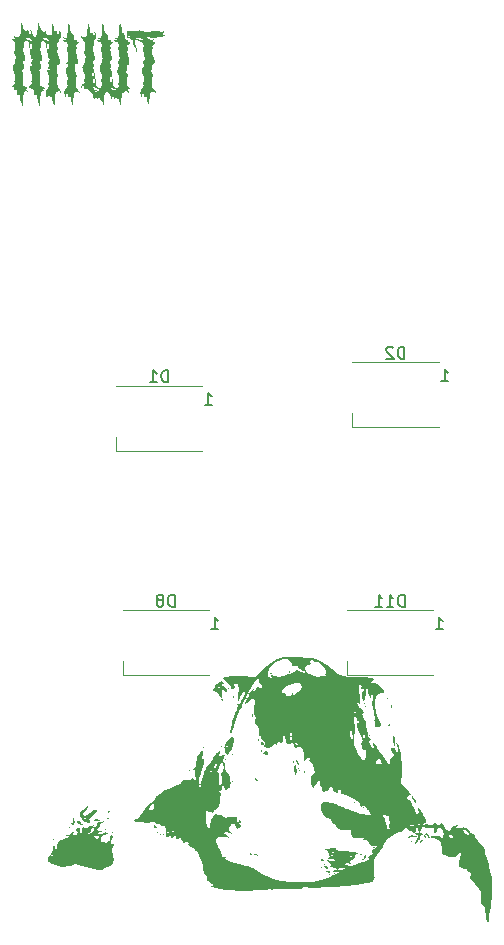
<source format=gbr>
%TF.GenerationSoftware,KiCad,Pcbnew,8.0.5*%
%TF.CreationDate,2025-01-14T19:01:26+01:00*%
%TF.ProjectId,rp_2040_pad_pre,72705f32-3034-4305-9f70-61645f707265,rev?*%
%TF.SameCoordinates,Original*%
%TF.FileFunction,Legend,Bot*%
%TF.FilePolarity,Positive*%
%FSLAX46Y46*%
G04 Gerber Fmt 4.6, Leading zero omitted, Abs format (unit mm)*
G04 Created by KiCad (PCBNEW 8.0.5) date 2025-01-14 19:01:26*
%MOMM*%
%LPD*%
G01*
G04 APERTURE LIST*
%ADD10C,0.150000*%
%ADD11C,0.000000*%
%ADD12C,0.120000*%
G04 APERTURE END LIST*
D10*
X160739285Y-113929819D02*
X160739285Y-112929819D01*
X160739285Y-112929819D02*
X160501190Y-112929819D01*
X160501190Y-112929819D02*
X160358333Y-112977438D01*
X160358333Y-112977438D02*
X160263095Y-113072676D01*
X160263095Y-113072676D02*
X160215476Y-113167914D01*
X160215476Y-113167914D02*
X160167857Y-113358390D01*
X160167857Y-113358390D02*
X160167857Y-113501247D01*
X160167857Y-113501247D02*
X160215476Y-113691723D01*
X160215476Y-113691723D02*
X160263095Y-113786961D01*
X160263095Y-113786961D02*
X160358333Y-113882200D01*
X160358333Y-113882200D02*
X160501190Y-113929819D01*
X160501190Y-113929819D02*
X160739285Y-113929819D01*
X159215476Y-113929819D02*
X159786904Y-113929819D01*
X159501190Y-113929819D02*
X159501190Y-112929819D01*
X159501190Y-112929819D02*
X159596428Y-113072676D01*
X159596428Y-113072676D02*
X159691666Y-113167914D01*
X159691666Y-113167914D02*
X159786904Y-113215533D01*
X158263095Y-113929819D02*
X158834523Y-113929819D01*
X158548809Y-113929819D02*
X158548809Y-112929819D01*
X158548809Y-112929819D02*
X158644047Y-113072676D01*
X158644047Y-113072676D02*
X158739285Y-113167914D01*
X158739285Y-113167914D02*
X158834523Y-113215533D01*
X163389285Y-115829819D02*
X163960713Y-115829819D01*
X163674999Y-115829819D02*
X163674999Y-114829819D01*
X163674999Y-114829819D02*
X163770237Y-114972676D01*
X163770237Y-114972676D02*
X163865475Y-115067914D01*
X163865475Y-115067914D02*
X163960713Y-115115533D01*
X141263094Y-113929819D02*
X141263094Y-112929819D01*
X141263094Y-112929819D02*
X141024999Y-112929819D01*
X141024999Y-112929819D02*
X140882142Y-112977438D01*
X140882142Y-112977438D02*
X140786904Y-113072676D01*
X140786904Y-113072676D02*
X140739285Y-113167914D01*
X140739285Y-113167914D02*
X140691666Y-113358390D01*
X140691666Y-113358390D02*
X140691666Y-113501247D01*
X140691666Y-113501247D02*
X140739285Y-113691723D01*
X140739285Y-113691723D02*
X140786904Y-113786961D01*
X140786904Y-113786961D02*
X140882142Y-113882200D01*
X140882142Y-113882200D02*
X141024999Y-113929819D01*
X141024999Y-113929819D02*
X141263094Y-113929819D01*
X140120237Y-113358390D02*
X140215475Y-113310771D01*
X140215475Y-113310771D02*
X140263094Y-113263152D01*
X140263094Y-113263152D02*
X140310713Y-113167914D01*
X140310713Y-113167914D02*
X140310713Y-113120295D01*
X140310713Y-113120295D02*
X140263094Y-113025057D01*
X140263094Y-113025057D02*
X140215475Y-112977438D01*
X140215475Y-112977438D02*
X140120237Y-112929819D01*
X140120237Y-112929819D02*
X139929761Y-112929819D01*
X139929761Y-112929819D02*
X139834523Y-112977438D01*
X139834523Y-112977438D02*
X139786904Y-113025057D01*
X139786904Y-113025057D02*
X139739285Y-113120295D01*
X139739285Y-113120295D02*
X139739285Y-113167914D01*
X139739285Y-113167914D02*
X139786904Y-113263152D01*
X139786904Y-113263152D02*
X139834523Y-113310771D01*
X139834523Y-113310771D02*
X139929761Y-113358390D01*
X139929761Y-113358390D02*
X140120237Y-113358390D01*
X140120237Y-113358390D02*
X140215475Y-113406009D01*
X140215475Y-113406009D02*
X140263094Y-113453628D01*
X140263094Y-113453628D02*
X140310713Y-113548866D01*
X140310713Y-113548866D02*
X140310713Y-113739342D01*
X140310713Y-113739342D02*
X140263094Y-113834580D01*
X140263094Y-113834580D02*
X140215475Y-113882200D01*
X140215475Y-113882200D02*
X140120237Y-113929819D01*
X140120237Y-113929819D02*
X139929761Y-113929819D01*
X139929761Y-113929819D02*
X139834523Y-113882200D01*
X139834523Y-113882200D02*
X139786904Y-113834580D01*
X139786904Y-113834580D02*
X139739285Y-113739342D01*
X139739285Y-113739342D02*
X139739285Y-113548866D01*
X139739285Y-113548866D02*
X139786904Y-113453628D01*
X139786904Y-113453628D02*
X139834523Y-113406009D01*
X139834523Y-113406009D02*
X139929761Y-113358390D01*
X144389285Y-115829819D02*
X144960713Y-115829819D01*
X144674999Y-115829819D02*
X144674999Y-114829819D01*
X144674999Y-114829819D02*
X144770237Y-114972676D01*
X144770237Y-114972676D02*
X144865475Y-115067914D01*
X144865475Y-115067914D02*
X144960713Y-115115533D01*
X160713094Y-92929819D02*
X160713094Y-91929819D01*
X160713094Y-91929819D02*
X160474999Y-91929819D01*
X160474999Y-91929819D02*
X160332142Y-91977438D01*
X160332142Y-91977438D02*
X160236904Y-92072676D01*
X160236904Y-92072676D02*
X160189285Y-92167914D01*
X160189285Y-92167914D02*
X160141666Y-92358390D01*
X160141666Y-92358390D02*
X160141666Y-92501247D01*
X160141666Y-92501247D02*
X160189285Y-92691723D01*
X160189285Y-92691723D02*
X160236904Y-92786961D01*
X160236904Y-92786961D02*
X160332142Y-92882200D01*
X160332142Y-92882200D02*
X160474999Y-92929819D01*
X160474999Y-92929819D02*
X160713094Y-92929819D01*
X159760713Y-92025057D02*
X159713094Y-91977438D01*
X159713094Y-91977438D02*
X159617856Y-91929819D01*
X159617856Y-91929819D02*
X159379761Y-91929819D01*
X159379761Y-91929819D02*
X159284523Y-91977438D01*
X159284523Y-91977438D02*
X159236904Y-92025057D01*
X159236904Y-92025057D02*
X159189285Y-92120295D01*
X159189285Y-92120295D02*
X159189285Y-92215533D01*
X159189285Y-92215533D02*
X159236904Y-92358390D01*
X159236904Y-92358390D02*
X159808332Y-92929819D01*
X159808332Y-92929819D02*
X159189285Y-92929819D01*
X163839285Y-94829819D02*
X164410713Y-94829819D01*
X164124999Y-94829819D02*
X164124999Y-93829819D01*
X164124999Y-93829819D02*
X164220237Y-93972676D01*
X164220237Y-93972676D02*
X164315475Y-94067914D01*
X164315475Y-94067914D02*
X164410713Y-94115533D01*
X140713094Y-94929819D02*
X140713094Y-93929819D01*
X140713094Y-93929819D02*
X140474999Y-93929819D01*
X140474999Y-93929819D02*
X140332142Y-93977438D01*
X140332142Y-93977438D02*
X140236904Y-94072676D01*
X140236904Y-94072676D02*
X140189285Y-94167914D01*
X140189285Y-94167914D02*
X140141666Y-94358390D01*
X140141666Y-94358390D02*
X140141666Y-94501247D01*
X140141666Y-94501247D02*
X140189285Y-94691723D01*
X140189285Y-94691723D02*
X140236904Y-94786961D01*
X140236904Y-94786961D02*
X140332142Y-94882200D01*
X140332142Y-94882200D02*
X140474999Y-94929819D01*
X140474999Y-94929819D02*
X140713094Y-94929819D01*
X139189285Y-94929819D02*
X139760713Y-94929819D01*
X139474999Y-94929819D02*
X139474999Y-93929819D01*
X139474999Y-93929819D02*
X139570237Y-94072676D01*
X139570237Y-94072676D02*
X139665475Y-94167914D01*
X139665475Y-94167914D02*
X139760713Y-94215533D01*
X143839285Y-96829819D02*
X144410713Y-96829819D01*
X144124999Y-96829819D02*
X144124999Y-95829819D01*
X144124999Y-95829819D02*
X144220237Y-95972676D01*
X144220237Y-95972676D02*
X144315475Y-96067914D01*
X144315475Y-96067914D02*
X144410713Y-96115533D01*
D11*
%TO.C,G\u002A\u002A\u002A*%
G36*
X132901836Y-66962048D02*
G01*
X132934453Y-67076550D01*
X132991637Y-67248613D01*
X133044418Y-67413055D01*
X133096367Y-67621213D01*
X133111256Y-67779852D01*
X133089785Y-67901829D01*
X133032658Y-68000000D01*
X132949881Y-68100316D01*
X132977254Y-68000000D01*
X132991387Y-67942590D01*
X133001901Y-67856398D01*
X132996189Y-67753987D01*
X132973996Y-67604223D01*
X132969628Y-67579047D01*
X132946372Y-67485544D01*
X132925274Y-67469323D01*
X132906823Y-67527875D01*
X132891504Y-67658695D01*
X132879808Y-67859277D01*
X132872221Y-68127113D01*
X132870647Y-68224804D01*
X132869443Y-68436737D01*
X132873542Y-68587843D01*
X132884106Y-68692202D01*
X132902300Y-68763890D01*
X132929290Y-68816988D01*
X132975007Y-68910476D01*
X132996840Y-69009417D01*
X132995589Y-69059748D01*
X132980814Y-69073610D01*
X132934640Y-69020860D01*
X132922868Y-69006871D01*
X132900432Y-68991364D01*
X132886990Y-69012478D01*
X132881193Y-69081101D01*
X132881693Y-69208120D01*
X132887141Y-69404423D01*
X132899604Y-69649339D01*
X132921820Y-69830595D01*
X132957661Y-69960105D01*
X133011071Y-70052076D01*
X133085994Y-70120716D01*
X133131136Y-70161589D01*
X133192128Y-70256016D01*
X133218419Y-70352692D01*
X133198963Y-70422142D01*
X133170850Y-70439096D01*
X133157346Y-70398249D01*
X133154573Y-70377557D01*
X133105457Y-70321254D01*
X133017009Y-70301355D01*
X132918103Y-70326519D01*
X132899370Y-70337114D01*
X132827903Y-70395194D01*
X132776125Y-70479311D01*
X132739714Y-70603011D01*
X132714345Y-70779838D01*
X132695697Y-71023338D01*
X132695319Y-71029643D01*
X132681950Y-71209199D01*
X132666491Y-71350989D01*
X132650825Y-71440877D01*
X132636838Y-71464728D01*
X132605579Y-71411013D01*
X132561343Y-71295766D01*
X132519176Y-71154252D01*
X132487615Y-71015786D01*
X132475197Y-70909684D01*
X132459105Y-70802948D01*
X132415667Y-70706168D01*
X132381265Y-70663436D01*
X132353188Y-70655552D01*
X132330852Y-70718111D01*
X132315398Y-70758415D01*
X132279206Y-70786521D01*
X132247827Y-70748794D01*
X132234439Y-70653998D01*
X132222891Y-70573304D01*
X132173626Y-70483398D01*
X132100816Y-70447709D01*
X132090388Y-70456386D01*
X132079103Y-70521097D01*
X132083849Y-70628278D01*
X132088606Y-70683324D01*
X132087898Y-70773315D01*
X132073917Y-70808847D01*
X132068128Y-70808576D01*
X132006953Y-70764432D01*
X131964202Y-70650806D01*
X131943288Y-70476389D01*
X131944166Y-70331968D01*
X131968194Y-70228588D01*
X132023407Y-70139709D01*
X132092937Y-70040366D01*
X132167544Y-69901502D01*
X132213644Y-69775469D01*
X132220398Y-69687165D01*
X132207554Y-69666534D01*
X132198967Y-69715403D01*
X132186275Y-69771583D01*
X132149506Y-69805687D01*
X132125620Y-69787461D01*
X132129136Y-69715403D01*
X132147679Y-69646082D01*
X132195236Y-69448980D01*
X132218064Y-69297139D01*
X132216519Y-69166598D01*
X132190962Y-69033399D01*
X132141751Y-68873580D01*
X132115433Y-68794311D01*
X132075989Y-68661675D01*
X132060780Y-68569680D01*
X132067286Y-68494455D01*
X132092982Y-68412127D01*
X132148531Y-68260821D01*
X132152635Y-68401264D01*
X132152774Y-68405213D01*
X132175059Y-68526057D01*
X132221050Y-68621959D01*
X132250580Y-68657841D01*
X132272236Y-68674275D01*
X132259900Y-68628708D01*
X132255654Y-68611906D01*
X132243947Y-68517576D01*
X132234758Y-68374815D01*
X132229784Y-68207381D01*
X132228244Y-68130152D01*
X132222845Y-68005833D01*
X132215313Y-67934497D01*
X132206779Y-67929779D01*
X132174832Y-67986243D01*
X132134045Y-67996414D01*
X132114228Y-67949842D01*
X132120073Y-67921074D01*
X132153802Y-67831197D01*
X132207519Y-67716159D01*
X132213580Y-67704051D01*
X132270269Y-67555244D01*
X132270361Y-67455337D01*
X132263151Y-67432096D01*
X132245462Y-67326659D01*
X132236825Y-67197472D01*
X132234082Y-67145729D01*
X132211290Y-66979683D01*
X132191783Y-66896524D01*
X132274565Y-66896524D01*
X132294628Y-66916587D01*
X132314692Y-66896524D01*
X132294628Y-66876461D01*
X132274565Y-66896524D01*
X132191783Y-66896524D01*
X132173815Y-66819926D01*
X132145400Y-66721611D01*
X132118876Y-66599662D01*
X132122041Y-66534572D01*
X132154186Y-66515324D01*
X132181886Y-66545577D01*
X132194927Y-66625671D01*
X132202872Y-66709800D01*
X132226227Y-66784295D01*
X132228997Y-66787525D01*
X132240561Y-66762431D01*
X132244957Y-66675862D01*
X132241208Y-66543537D01*
X132236759Y-66472670D01*
X132217662Y-66313248D01*
X132184404Y-66215954D01*
X132130372Y-66167396D01*
X132048957Y-66154186D01*
X131963609Y-66132622D01*
X131869957Y-66070590D01*
X131836481Y-66032341D01*
X131809353Y-65975586D01*
X131830065Y-65957420D01*
X131893649Y-65993917D01*
X131907794Y-66005040D01*
X131959869Y-66020375D01*
X132012289Y-65969540D01*
X132033272Y-65939557D01*
X132043325Y-65898164D01*
X131990884Y-65880531D01*
X131939189Y-65859307D01*
X131871802Y-65790246D01*
X131847158Y-65728574D01*
X131872094Y-65718733D01*
X131953450Y-65762170D01*
X131998800Y-65783612D01*
X132073671Y-65775326D01*
X132131727Y-65697672D01*
X132174894Y-65547277D01*
X132205094Y-65320766D01*
X132207949Y-65289907D01*
X132227583Y-65088412D01*
X132248438Y-64888637D01*
X132266454Y-64729700D01*
X132295699Y-64488942D01*
X132385448Y-64776055D01*
X132435569Y-64970966D01*
X132475197Y-65363006D01*
X132475681Y-65427803D01*
X132483900Y-65575239D01*
X132504811Y-65666126D01*
X132541683Y-65717914D01*
X132564339Y-65735384D01*
X132591065Y-65740465D01*
X132596979Y-65694134D01*
X132586738Y-65582385D01*
X132581121Y-65518286D01*
X132580711Y-65427456D01*
X132592480Y-65391785D01*
X132643677Y-65414360D01*
X132695122Y-65493121D01*
X132715955Y-65601731D01*
X132718259Y-65641152D01*
X132741724Y-65756125D01*
X132782145Y-65870652D01*
X132829093Y-65958561D01*
X132872138Y-65993681D01*
X132914851Y-65970739D01*
X132974501Y-65904500D01*
X133036966Y-65815318D01*
X133036966Y-65922195D01*
X133025874Y-65999523D01*
X132992556Y-66056518D01*
X132971975Y-66078748D01*
X133002588Y-66118461D01*
X133054226Y-66145995D01*
X133103120Y-66137734D01*
X133148498Y-66063902D01*
X133176597Y-66009040D01*
X133190716Y-66008863D01*
X133194756Y-66083965D01*
X133179999Y-66166900D01*
X133117219Y-66264534D01*
X133054130Y-66319737D01*
X132956714Y-66404976D01*
X132905772Y-66470739D01*
X132877737Y-66565482D01*
X132879558Y-66614940D01*
X132893893Y-66630592D01*
X132937927Y-66577875D01*
X132971204Y-66535546D01*
X132993332Y-66527291D01*
X132996840Y-66589319D01*
X132980118Y-66674322D01*
X132931392Y-66778540D01*
X132928247Y-66783367D01*
X132901047Y-66833512D01*
X132891472Y-66887054D01*
X132892781Y-66896524D01*
X132901836Y-66962048D01*
G37*
G36*
X139098917Y-65848390D02*
G01*
X139153080Y-65872409D01*
X139191234Y-65886794D01*
X139260899Y-65937422D01*
X139327302Y-65975677D01*
X139391300Y-65960445D01*
X139417061Y-65882971D01*
X139424889Y-65843776D01*
X139460905Y-65860968D01*
X139483723Y-65908140D01*
X139457188Y-65993681D01*
X139433819Y-66053346D01*
X139449974Y-66122897D01*
X139492512Y-66143936D01*
X139550944Y-66120908D01*
X139577567Y-66051502D01*
X139582180Y-66025934D01*
X139622043Y-65993681D01*
X139627091Y-65994208D01*
X139647718Y-66031815D01*
X139637001Y-66110219D01*
X139601596Y-66203214D01*
X139595585Y-66212369D01*
X139548158Y-66284597D01*
X139499093Y-66327488D01*
X139435198Y-66354818D01*
X139398624Y-66368260D01*
X139353722Y-66442865D01*
X139336808Y-66566401D01*
X139337892Y-66613299D01*
X139351700Y-66626477D01*
X139395722Y-66573151D01*
X139421100Y-66540806D01*
X139449154Y-66520852D01*
X139455911Y-66564120D01*
X139455575Y-66573579D01*
X139434810Y-66661735D01*
X139391521Y-66770685D01*
X139381481Y-66792040D01*
X139364443Y-66836335D01*
X139357440Y-66854543D01*
X139350250Y-66916896D01*
X139353132Y-66936651D01*
X139362103Y-66998149D01*
X139395192Y-67117353D01*
X139451710Y-67293559D01*
X139486877Y-67402575D01*
X139539691Y-67580568D01*
X139566831Y-67708608D01*
X139569749Y-67803766D01*
X139549896Y-67883112D01*
X139508726Y-67963714D01*
X139463513Y-68032791D01*
X139418232Y-68075345D01*
X139403610Y-68047047D01*
X139424787Y-67948811D01*
X139428374Y-67936589D01*
X139443363Y-67800089D01*
X139411000Y-67637831D01*
X139404163Y-67615292D01*
X139384416Y-67556285D01*
X139370307Y-67535894D01*
X139360165Y-67562436D01*
X139352315Y-67644231D01*
X139345087Y-67789597D01*
X139336808Y-68006850D01*
X139334572Y-68064125D01*
X139324659Y-68259821D01*
X139313004Y-68421765D01*
X139300880Y-68534466D01*
X139289557Y-68582433D01*
X139286246Y-68603110D01*
X139308802Y-68678805D01*
X139320151Y-68702211D01*
X139359778Y-68783936D01*
X139361143Y-68786389D01*
X139417183Y-68901007D01*
X139450684Y-68995832D01*
X139459622Y-69057267D01*
X139441975Y-69071717D01*
X139395722Y-69025585D01*
X139370084Y-68998050D01*
X139352456Y-69003963D01*
X139342398Y-69056627D01*
X139337865Y-69167206D01*
X139336808Y-69346861D01*
X139341603Y-69585493D01*
X139360033Y-69781286D01*
X139390821Y-69906003D01*
X139396078Y-69927299D01*
X139453690Y-70039046D01*
X139536819Y-70132036D01*
X139623407Y-70237382D01*
X139657819Y-70345131D01*
X139655517Y-70410468D01*
X139635796Y-70421195D01*
X139579114Y-70369004D01*
X139542270Y-70336003D01*
X139474088Y-70310917D01*
X139377636Y-70333098D01*
X139309576Y-70363875D01*
X139222992Y-70446010D01*
X139173189Y-70576063D01*
X139152580Y-70768720D01*
X139147158Y-70872144D01*
X139132547Y-71063200D01*
X139114188Y-71245009D01*
X139084033Y-71500602D01*
X139009821Y-71305198D01*
X138987420Y-71239986D01*
X138950268Y-71094560D01*
X138935577Y-70976746D01*
X138934353Y-70940735D01*
X138911640Y-70816714D01*
X138868032Y-70724561D01*
X138813754Y-70688467D01*
X138795958Y-70695247D01*
X138775039Y-70748657D01*
X138770512Y-70776346D01*
X138734913Y-70808847D01*
X138715108Y-70800840D01*
X138690404Y-70732009D01*
X138692259Y-70600715D01*
X138692317Y-70600078D01*
X138665362Y-70536359D01*
X138598326Y-70475104D01*
X138525439Y-70447709D01*
X138518547Y-70456441D01*
X138513483Y-70517486D01*
X138518626Y-70609966D01*
X138531503Y-70701850D01*
X138549640Y-70761108D01*
X138557206Y-70788377D01*
X138515593Y-70808847D01*
X138462551Y-70781863D01*
X138412908Y-70705918D01*
X138383911Y-70607358D01*
X138377100Y-70439277D01*
X138426182Y-70254868D01*
X138534281Y-70036904D01*
X138550877Y-70007637D01*
X138603261Y-69906003D01*
X138654660Y-69906003D01*
X138674723Y-69926066D01*
X138694786Y-69906003D01*
X138674723Y-69885940D01*
X138654660Y-69906003D01*
X138603261Y-69906003D01*
X138623684Y-69866378D01*
X138674430Y-69746640D01*
X138692976Y-69671751D01*
X138689246Y-69628478D01*
X138673046Y-69632112D01*
X138636046Y-69705371D01*
X138602117Y-69767413D01*
X138581067Y-69773416D01*
X138579745Y-69715549D01*
X138598146Y-69601291D01*
X138636262Y-69438121D01*
X138659647Y-69344249D01*
X138675901Y-69246272D01*
X138671825Y-69158030D01*
X138645185Y-69051091D01*
X138593746Y-68897021D01*
X138536137Y-68709797D01*
X138534814Y-68702211D01*
X138694786Y-68702211D01*
X138714849Y-68722275D01*
X138734913Y-68702211D01*
X138714849Y-68682148D01*
X138694786Y-68702211D01*
X138534814Y-68702211D01*
X138512059Y-68571784D01*
X138519471Y-68467851D01*
X138520540Y-68463310D01*
X138538744Y-68367632D01*
X138541925Y-68310979D01*
X138541861Y-68301288D01*
X138579085Y-68280884D01*
X138604162Y-68302990D01*
X138605517Y-68376994D01*
X138605715Y-68458723D01*
X138639543Y-68567594D01*
X138660136Y-68598873D01*
X138676674Y-68599042D01*
X138686349Y-68549552D01*
X138690905Y-68440209D01*
X138692088Y-68260821D01*
X138691191Y-68086063D01*
X138686893Y-67972511D01*
X138677167Y-67917324D01*
X138659984Y-67909352D01*
X138633321Y-67937448D01*
X138599999Y-67979850D01*
X138577901Y-67988218D01*
X138574407Y-67926619D01*
X138577253Y-67900770D01*
X138611168Y-67798889D01*
X138671100Y-67684728D01*
X138677249Y-67674873D01*
X138735942Y-67552084D01*
X138731904Y-67474862D01*
X138722118Y-67452417D01*
X138703199Y-67357028D01*
X138695401Y-67232612D01*
X138694437Y-67198919D01*
X138673707Y-67031303D01*
X138649800Y-66936651D01*
X138734913Y-66936651D01*
X138754976Y-66956714D01*
X138775039Y-66936651D01*
X138754976Y-66916587D01*
X138734913Y-66936651D01*
X138649800Y-66936651D01*
X138634597Y-66876461D01*
X138621547Y-66836727D01*
X138616298Y-66815465D01*
X138703359Y-66815465D01*
X138708162Y-66863086D01*
X138720231Y-66869363D01*
X138734913Y-66836335D01*
X138732017Y-66815092D01*
X138708162Y-66809584D01*
X138703359Y-66815465D01*
X138616298Y-66815465D01*
X138589006Y-66704916D01*
X138577460Y-66600563D01*
X138577995Y-66583958D01*
X138583475Y-66534271D01*
X138599565Y-66549812D01*
X138634597Y-66635703D01*
X138636827Y-66641484D01*
X138670418Y-66721563D01*
X138685528Y-66731254D01*
X138689348Y-66675829D01*
X138680434Y-66606067D01*
X138648791Y-66478488D01*
X138602044Y-66334755D01*
X138514072Y-66093997D01*
X138253323Y-66007215D01*
X138116819Y-65963546D01*
X138004013Y-65930748D01*
X137942417Y-65916931D01*
X137927199Y-65918741D01*
X137898149Y-65965677D01*
X137899575Y-66077622D01*
X137931741Y-66257543D01*
X137994909Y-66508407D01*
X138010934Y-66568224D01*
X138050310Y-66731629D01*
X138073191Y-66852986D01*
X138079492Y-66925016D01*
X138069124Y-66940439D01*
X138042003Y-66891975D01*
X137998041Y-66772343D01*
X137973272Y-66705313D01*
X137903608Y-66554376D01*
X137830913Y-66433504D01*
X137764390Y-66315203D01*
X137731753Y-66128695D01*
X137730559Y-66086745D01*
X137716477Y-65985702D01*
X137691627Y-65933491D01*
X137673793Y-65927972D01*
X137650224Y-65961218D01*
X137643140Y-65982784D01*
X137614777Y-65968044D01*
X137577301Y-65914509D01*
X137544379Y-65843252D01*
X137533166Y-65791459D01*
X138000402Y-65791459D01*
X138002841Y-65835177D01*
X138084571Y-65874342D01*
X138245129Y-65908547D01*
X138317984Y-65922599D01*
X138439389Y-65957459D01*
X138515468Y-65994719D01*
X138576786Y-66068450D01*
X138634181Y-66171502D01*
X138660503Y-66227553D01*
X138683447Y-66253803D01*
X138691513Y-66212369D01*
X138687207Y-66160746D01*
X138658058Y-66091990D01*
X138631989Y-66045644D01*
X138607900Y-65953554D01*
X138605506Y-65938525D01*
X138568324Y-65868229D01*
X138477697Y-65839921D01*
X138380541Y-65816756D01*
X138265390Y-65764008D01*
X138246233Y-65751960D01*
X138160423Y-65722512D01*
X138065079Y-65749151D01*
X138000402Y-65791459D01*
X137533166Y-65791459D01*
X137529678Y-65775348D01*
X137528289Y-65761530D01*
X137511599Y-65718809D01*
X138595848Y-65718809D01*
X138598078Y-65735632D01*
X138638644Y-65784599D01*
X138671735Y-65807485D01*
X138694786Y-65796999D01*
X138680856Y-65761475D01*
X138635895Y-65721448D01*
X138595848Y-65718809D01*
X137511599Y-65718809D01*
X137493043Y-65671310D01*
X137425529Y-65572354D01*
X137393248Y-65534690D01*
X137345511Y-65484390D01*
X137332363Y-65491232D01*
X137341559Y-65552290D01*
X137358875Y-65627068D01*
X137389986Y-65723283D01*
X137391154Y-65726088D01*
X137399236Y-65774322D01*
X137351946Y-65767968D01*
X137278187Y-65702012D01*
X137227983Y-65570745D01*
X137210110Y-65389173D01*
X137210110Y-65231279D01*
X137590735Y-65231279D01*
X137663640Y-65230459D01*
X137855984Y-65221521D01*
X138028851Y-65204830D01*
X138151873Y-65182999D01*
X138276984Y-65157485D01*
X138387718Y-65162495D01*
X138523618Y-65202151D01*
X138586977Y-65222498D01*
X138672395Y-65241190D01*
X138773771Y-65250846D01*
X138907110Y-65252042D01*
X139088413Y-65245355D01*
X139333684Y-65231364D01*
X139412576Y-65226536D01*
X139629136Y-65214425D01*
X139784272Y-65209071D01*
X139892316Y-65211223D01*
X139967599Y-65221631D01*
X140024452Y-65241043D01*
X140077206Y-65270207D01*
X140175989Y-65316664D01*
X140257279Y-65308462D01*
X140310720Y-65231279D01*
X140311350Y-65229659D01*
X140328355Y-65218257D01*
X140336800Y-65279069D01*
X140327637Y-65357710D01*
X140295558Y-65414496D01*
X140274977Y-65436726D01*
X140305589Y-65476439D01*
X140353685Y-65502066D01*
X140413584Y-65497775D01*
X140459097Y-65421880D01*
X140481704Y-65369196D01*
X140494120Y-65367853D01*
X140497930Y-65441943D01*
X140495919Y-65494500D01*
X140459930Y-65596852D01*
X140372683Y-65664809D01*
X140225305Y-65703373D01*
X140008925Y-65717544D01*
X139863022Y-65721142D01*
X139775605Y-65728113D01*
X139756148Y-65739412D01*
X139798262Y-65756213D01*
X139819411Y-65763388D01*
X139813980Y-65773552D01*
X139737135Y-65774869D01*
X139594682Y-65767586D01*
X139392427Y-65751947D01*
X139136177Y-65728199D01*
X138915481Y-65706451D01*
X139015797Y-65788984D01*
X139018946Y-65791560D01*
X139026600Y-65796999D01*
X139098917Y-65848390D01*
G37*
G36*
X134438152Y-66201752D02*
G01*
X134440886Y-66204231D01*
X134444346Y-66258295D01*
X134441007Y-66283789D01*
X134430197Y-66366332D01*
X134400867Y-66508379D01*
X134331200Y-66802383D01*
X134430023Y-67086547D01*
X134457831Y-67177409D01*
X134482393Y-67257662D01*
X134485791Y-67268764D01*
X134509210Y-67414081D01*
X134502722Y-67544913D01*
X134493897Y-67593538D01*
X134466743Y-67683456D01*
X134438167Y-67719115D01*
X134418839Y-67694917D01*
X134423918Y-67622759D01*
X134424987Y-67530041D01*
X134386163Y-67412095D01*
X134374144Y-67390353D01*
X134350689Y-67356677D01*
X134336001Y-67362536D01*
X134328015Y-67418110D01*
X134324668Y-67533576D01*
X134323893Y-67719115D01*
X134323884Y-67735888D01*
X134324927Y-67915982D01*
X134329429Y-68027685D01*
X134339269Y-68082006D01*
X134356325Y-68089958D01*
X134382476Y-68062552D01*
X134415660Y-68020688D01*
X134437754Y-68015100D01*
X134441390Y-68083718D01*
X134425224Y-68171338D01*
X134374843Y-68277783D01*
X134352454Y-68324420D01*
X134324365Y-68461428D01*
X134312476Y-68648943D01*
X134315338Y-68869038D01*
X134331504Y-69103784D01*
X134359526Y-69335253D01*
X134397955Y-69545517D01*
X134445346Y-69716648D01*
X134500249Y-69830716D01*
X134524580Y-69852260D01*
X134537700Y-69826142D01*
X134540857Y-69741327D01*
X134535594Y-69587185D01*
X134534044Y-69556290D01*
X134523325Y-69406986D01*
X134509951Y-69292533D01*
X134496447Y-69235614D01*
X134481264Y-69190583D01*
X134458203Y-69085413D01*
X134435018Y-68948990D01*
X134417915Y-68836368D01*
X134393932Y-68684032D01*
X134375286Y-68571801D01*
X134373282Y-68559432D01*
X134370815Y-68475647D01*
X134390522Y-68441390D01*
X134411154Y-68453515D01*
X134449679Y-68524631D01*
X134485319Y-68639422D01*
X134511554Y-68774756D01*
X134521866Y-68907499D01*
X134521905Y-68913846D01*
X134533528Y-69062745D01*
X134559537Y-69203791D01*
X134577527Y-69289569D01*
X134599948Y-69441675D01*
X134616329Y-69604122D01*
X134618824Y-69635582D01*
X134638215Y-69781701D01*
X134670687Y-69874044D01*
X134723546Y-69935164D01*
X134744130Y-69950923D01*
X134865884Y-70004996D01*
X134970645Y-69986498D01*
X135052003Y-69901560D01*
X135090395Y-69793385D01*
X135816570Y-69793385D01*
X135827720Y-69845813D01*
X135844953Y-69923738D01*
X135863295Y-70046445D01*
X135865997Y-70067837D01*
X135900670Y-70133531D01*
X135952813Y-70148992D01*
X135989534Y-70159880D01*
X136079548Y-70178792D01*
X136144755Y-70210038D01*
X136156217Y-70220100D01*
X136180594Y-70227014D01*
X136240647Y-70244047D01*
X136322068Y-70193227D01*
X136346983Y-70147076D01*
X136320272Y-70102272D01*
X136222214Y-70086572D01*
X136102915Y-70068384D01*
X135956709Y-69990695D01*
X135857929Y-69866849D01*
X135830998Y-69811349D01*
X135816570Y-69793385D01*
X135090395Y-69793385D01*
X135103552Y-69756314D01*
X135118884Y-69556890D01*
X135115109Y-69472599D01*
X135106527Y-69410428D01*
X135095878Y-69414455D01*
X135063879Y-69470960D01*
X135023130Y-69481085D01*
X135003406Y-69434518D01*
X135003409Y-69434193D01*
X135021317Y-69364981D01*
X135063596Y-69269426D01*
X135091983Y-69207644D01*
X135119323Y-69083246D01*
X135103329Y-68942956D01*
X135042979Y-68761624D01*
X135029457Y-68726969D01*
X134953710Y-68508493D01*
X134916835Y-68338596D01*
X134916450Y-68199629D01*
X134950175Y-68073946D01*
X134965645Y-68037781D01*
X135011904Y-67953446D01*
X135047642Y-67919747D01*
X135076068Y-67926180D01*
X135076872Y-67962055D01*
X135041482Y-68048270D01*
X135026456Y-68095381D01*
X135025475Y-68203522D01*
X135058904Y-68361137D01*
X135118257Y-68581832D01*
X135120898Y-68092652D01*
X135120943Y-68085002D01*
X135124662Y-67896056D01*
X135132509Y-67738638D01*
X135143362Y-67628989D01*
X135156098Y-67583349D01*
X135162896Y-67572518D01*
X135168429Y-67497660D01*
X135158646Y-67368923D01*
X135135787Y-67203732D01*
X135102089Y-67019516D01*
X135092360Y-66976777D01*
X135203791Y-66976777D01*
X135223854Y-66996840D01*
X135243917Y-66976777D01*
X135223854Y-66956714D01*
X135203791Y-66976777D01*
X135092360Y-66976777D01*
X135074092Y-66896524D01*
X135163665Y-66896524D01*
X135183728Y-66916587D01*
X135203791Y-66896524D01*
X135183728Y-66876461D01*
X135163665Y-66896524D01*
X135074092Y-66896524D01*
X135059792Y-66833702D01*
X135056483Y-66820617D01*
X135020034Y-66665870D01*
X135006173Y-66572819D01*
X135014167Y-66527344D01*
X135043286Y-66515324D01*
X135068879Y-66535076D01*
X135086232Y-66605608D01*
X135092834Y-66666992D01*
X135121082Y-66776145D01*
X135125216Y-66784330D01*
X135136020Y-66768336D01*
X135138913Y-66687951D01*
X135133222Y-66555450D01*
X135125859Y-66459453D01*
X135104610Y-66305772D01*
X135070578Y-66212613D01*
X135017235Y-66166556D01*
X134938056Y-66154186D01*
X134852709Y-66132622D01*
X134759057Y-66070590D01*
X134725580Y-66032341D01*
X134698453Y-65975586D01*
X134719165Y-65957420D01*
X134782749Y-65993917D01*
X134796867Y-66005021D01*
X134848934Y-66020380D01*
X134901283Y-65969540D01*
X134922677Y-65938609D01*
X134930039Y-65895688D01*
X134870144Y-65871542D01*
X134815238Y-65842888D01*
X134768748Y-65771226D01*
X134766809Y-65759884D01*
X134768790Y-65717410D01*
X134806658Y-65742891D01*
X134892850Y-65791143D01*
X134970497Y-65766149D01*
X135034544Y-65672646D01*
X135081038Y-65516438D01*
X135106026Y-65303329D01*
X135116446Y-65146561D01*
X135134761Y-64934218D01*
X135154799Y-64749763D01*
X135187792Y-64488942D01*
X135276045Y-64764021D01*
X135331699Y-64983672D01*
X135364297Y-65350972D01*
X135365113Y-65437733D01*
X135373852Y-65580198D01*
X135394698Y-65667832D01*
X135430782Y-65717914D01*
X135453438Y-65735384D01*
X135480165Y-65740465D01*
X135486079Y-65694134D01*
X135475838Y-65582385D01*
X135470221Y-65518286D01*
X135469811Y-65427456D01*
X135481579Y-65391785D01*
X135532063Y-65413841D01*
X135583908Y-65491527D01*
X135605055Y-65597830D01*
X135619078Y-65723933D01*
X135665112Y-65857594D01*
X135732371Y-65954563D01*
X135809586Y-65993066D01*
X135835655Y-65971687D01*
X135877092Y-65903396D01*
X135904949Y-65848690D01*
X135919307Y-65847049D01*
X135923350Y-65921091D01*
X135913893Y-65999710D01*
X135881656Y-66056518D01*
X135862767Y-66079111D01*
X135883366Y-66113565D01*
X135942834Y-66135240D01*
X136016350Y-66130503D01*
X136055112Y-66121701D01*
X136086571Y-66128137D01*
X136084191Y-66152825D01*
X136030855Y-66253235D01*
X135921203Y-66337269D01*
X135889091Y-66355276D01*
X135823466Y-66422217D01*
X135808507Y-66526386D01*
X135811915Y-66597106D01*
X135823386Y-66619309D01*
X135848937Y-66575513D01*
X135864847Y-66545713D01*
X135873634Y-66554061D01*
X135862807Y-66635703D01*
X135839497Y-66842338D01*
X135843201Y-66896524D01*
X135848688Y-66976777D01*
X135851651Y-67020119D01*
X135903345Y-67197054D01*
X135905778Y-67203547D01*
X135937205Y-67329111D01*
X135949723Y-67465965D01*
X135944221Y-67591594D01*
X135921589Y-67683482D01*
X135882716Y-67719115D01*
X135863400Y-67694369D01*
X135868732Y-67621706D01*
X135874737Y-67546612D01*
X135850654Y-67451169D01*
X135831135Y-67435545D01*
X135818321Y-67475902D01*
X135812115Y-67581286D01*
X135811562Y-67759241D01*
X135813292Y-67864465D01*
X135818284Y-67990989D01*
X135825281Y-68064037D01*
X135833347Y-68070221D01*
X135848328Y-68033015D01*
X135886081Y-68000000D01*
X135901059Y-68025359D01*
X135889143Y-68104536D01*
X135851431Y-68218176D01*
X135793259Y-68346372D01*
X135781991Y-68369374D01*
X135751078Y-68486246D01*
X135767233Y-68624913D01*
X135769487Y-68635237D01*
X135786995Y-68760407D01*
X135799609Y-68928525D01*
X135804729Y-69106224D01*
X135806986Y-69202903D01*
X135828798Y-69435612D01*
X135870394Y-69639172D01*
X135927644Y-69796663D01*
X135996414Y-69891163D01*
X136025144Y-69913314D01*
X136046187Y-69923524D01*
X136011861Y-69876419D01*
X135984416Y-69823507D01*
X135981308Y-69743922D01*
X135982502Y-69740525D01*
X135988811Y-69684890D01*
X135983130Y-69586195D01*
X135964373Y-69435562D01*
X135931453Y-69224113D01*
X135883284Y-68942970D01*
X135852295Y-68765510D01*
X135827391Y-68614894D01*
X135814772Y-68519898D01*
X135813331Y-68467799D01*
X135821955Y-68445872D01*
X135839537Y-68441390D01*
X135854583Y-68447231D01*
X135894058Y-68508829D01*
X135929845Y-68619971D01*
X135955904Y-68758647D01*
X135966192Y-68902843D01*
X135966311Y-68914197D01*
X135978386Y-69064313D01*
X136004087Y-69203791D01*
X136022077Y-69289569D01*
X136044498Y-69441675D01*
X136060879Y-69604122D01*
X136077371Y-69734537D01*
X136130288Y-69889158D01*
X136218946Y-69977936D01*
X136347223Y-70006319D01*
X136386919Y-69999555D01*
X136475848Y-69938289D01*
X136541079Y-69835085D01*
X136562624Y-69716814D01*
X136557159Y-69625118D01*
X136539770Y-69715403D01*
X136521894Y-69771730D01*
X136490432Y-69805687D01*
X136482835Y-69798844D01*
X136478293Y-69738172D01*
X136492020Y-69635150D01*
X136518274Y-69499582D01*
X136545740Y-69338004D01*
X136556531Y-69217986D01*
X136550511Y-69116972D01*
X136527544Y-69012404D01*
X136487496Y-68881724D01*
X136454877Y-68775394D01*
X136447250Y-68742338D01*
X136608214Y-68742338D01*
X136628278Y-68762401D01*
X136648341Y-68742338D01*
X136628278Y-68722275D01*
X136608214Y-68742338D01*
X136447250Y-68742338D01*
X136424218Y-68642523D01*
X136419481Y-68537082D01*
X136437454Y-68430101D01*
X136478198Y-68260821D01*
X136484293Y-68401264D01*
X136484479Y-68405066D01*
X136507961Y-68525982D01*
X136554184Y-68621959D01*
X136560376Y-68629726D01*
X136598299Y-68671565D01*
X136606954Y-68653754D01*
X136593035Y-68566785D01*
X136580390Y-68465445D01*
X136569392Y-68311696D01*
X136563433Y-68145458D01*
X136562910Y-68118691D01*
X136557755Y-67998833D01*
X136549762Y-67931189D01*
X136540428Y-67929779D01*
X136524650Y-67966912D01*
X136482189Y-68000000D01*
X136474509Y-67998685D01*
X136462259Y-67952723D01*
X136493610Y-67842999D01*
X136567889Y-67672089D01*
X136594965Y-67604022D01*
X136610536Y-67527793D01*
X136613015Y-67432588D01*
X136601295Y-67306591D01*
X136574271Y-67137984D01*
X136542875Y-66976777D01*
X136648341Y-66976777D01*
X136668404Y-66996840D01*
X136688467Y-66976777D01*
X136668404Y-66956714D01*
X136648341Y-66976777D01*
X136542875Y-66976777D01*
X136530834Y-66914950D01*
X136526951Y-66896524D01*
X136608214Y-66896524D01*
X136628278Y-66916587D01*
X136648341Y-66896524D01*
X136628278Y-66876461D01*
X136608214Y-66896524D01*
X136526951Y-66896524D01*
X136469878Y-66625671D01*
X136464147Y-66549028D01*
X136487071Y-66515324D01*
X136513142Y-66535079D01*
X136530782Y-66605608D01*
X136537384Y-66666992D01*
X136565632Y-66776145D01*
X136569766Y-66784330D01*
X136580569Y-66768336D01*
X136583463Y-66687951D01*
X136577772Y-66555450D01*
X136570408Y-66459453D01*
X136549160Y-66305772D01*
X136515128Y-66212613D01*
X136461785Y-66166556D01*
X136382606Y-66154186D01*
X136297259Y-66132622D01*
X136203607Y-66070590D01*
X136170130Y-66032341D01*
X136143003Y-65975586D01*
X136163714Y-65957420D01*
X136227298Y-65993917D01*
X136241417Y-66005021D01*
X136293484Y-66020380D01*
X136345832Y-65969540D01*
X136367226Y-65938609D01*
X136374589Y-65895688D01*
X136314694Y-65871542D01*
X136259788Y-65842888D01*
X136213298Y-65771226D01*
X136211359Y-65759884D01*
X136213339Y-65717410D01*
X136251207Y-65742891D01*
X136332919Y-65788486D01*
X136412211Y-65766072D01*
X136478421Y-65678697D01*
X136525752Y-65534212D01*
X136548405Y-65340469D01*
X136548929Y-65327368D01*
X136559334Y-65138982D01*
X136574234Y-64951696D01*
X136591800Y-64781314D01*
X136610204Y-64643640D01*
X136627617Y-64554475D01*
X136642211Y-64529626D01*
X136654108Y-64544467D01*
X136697479Y-64641424D01*
X136739037Y-64790792D01*
X136774323Y-64970906D01*
X136798882Y-65160101D01*
X136808255Y-65336714D01*
X136809417Y-65435084D01*
X136818525Y-65578802D01*
X136839037Y-65667222D01*
X136873780Y-65716733D01*
X136893780Y-65732203D01*
X136921710Y-65738165D01*
X136929944Y-65692514D01*
X136923649Y-65581204D01*
X136921184Y-65489647D01*
X136936641Y-65411036D01*
X136967882Y-65397519D01*
X137006824Y-65443317D01*
X137045384Y-65542653D01*
X137075481Y-65689748D01*
X137102955Y-65816296D01*
X137153681Y-65928036D01*
X137214505Y-65985021D01*
X137276125Y-65979418D01*
X137329239Y-65903396D01*
X137351728Y-65850651D01*
X137364283Y-65847965D01*
X137368072Y-65921091D01*
X137358503Y-65999702D01*
X137326205Y-66056518D01*
X137305624Y-66078748D01*
X137336237Y-66118461D01*
X137384332Y-66144088D01*
X137444231Y-66139797D01*
X137489744Y-66063902D01*
X137526034Y-65973617D01*
X137528578Y-66060620D01*
X137525686Y-66132081D01*
X137478903Y-66250750D01*
X137365753Y-66337269D01*
X137330425Y-66357225D01*
X137267685Y-66423187D01*
X137254891Y-66526386D01*
X137255818Y-66545338D01*
X137264775Y-66599802D01*
X137277897Y-66585545D01*
X137292878Y-66548339D01*
X137330630Y-66515324D01*
X137334606Y-66516349D01*
X137342120Y-66559255D01*
X137322886Y-66645734D01*
X137281384Y-66794332D01*
X137269993Y-66896524D01*
X137264158Y-66948877D01*
X137268040Y-66976777D01*
X137285694Y-67103664D01*
X137347283Y-67292964D01*
X137390333Y-67418181D01*
X137443089Y-67662187D01*
X137435069Y-67855699D01*
X137366307Y-68000000D01*
X137283530Y-68100316D01*
X137311644Y-68000000D01*
X137333893Y-67885751D01*
X137330989Y-67752021D01*
X137297746Y-67578673D01*
X137281623Y-67521029D01*
X137269896Y-67511108D01*
X137262130Y-67559303D01*
X137257172Y-67672994D01*
X137253870Y-67859557D01*
X137250477Y-67996758D01*
X137240360Y-68192619D01*
X137225817Y-68359716D01*
X137208742Y-68472306D01*
X137192951Y-68553956D01*
X137193553Y-68654507D01*
X137231176Y-68738236D01*
X137233680Y-68742338D01*
X137248218Y-68766149D01*
X137297042Y-68868423D01*
X137331730Y-68971626D01*
X137345265Y-69051407D01*
X137330630Y-69083412D01*
X137309606Y-69072673D01*
X137277897Y-69013191D01*
X137270637Y-69020084D01*
X137263703Y-69093603D01*
X137258194Y-69222190D01*
X137254891Y-69392980D01*
X137254521Y-69431337D01*
X137254375Y-69617193D01*
X137259370Y-69740384D01*
X137271721Y-69815941D01*
X137293645Y-69858892D01*
X137327360Y-69884265D01*
X137380429Y-69915946D01*
X137493142Y-70027550D01*
X137528578Y-70159659D01*
X137526010Y-70223498D01*
X137516136Y-70236417D01*
X137489744Y-70176856D01*
X137461641Y-70120354D01*
X137410115Y-70090969D01*
X137330489Y-70130367D01*
X137313663Y-70147076D01*
X137294908Y-70165700D01*
X137320458Y-70193286D01*
X137353644Y-70233412D01*
X137370616Y-70319539D01*
X137370616Y-70425439D01*
X137308151Y-70336258D01*
X137279672Y-70298538D01*
X137223285Y-70255725D01*
X137149971Y-70259742D01*
X137033843Y-70307915D01*
X136949239Y-70356090D01*
X136946282Y-70357774D01*
X136877261Y-70422971D01*
X136852528Y-70467772D01*
X136827658Y-70512821D01*
X136794594Y-70638412D01*
X136775192Y-70810834D01*
X136766574Y-71041174D01*
X136765863Y-71340521D01*
X136763490Y-71414622D01*
X136746843Y-71479548D01*
X136716383Y-71469144D01*
X136674510Y-71385279D01*
X136623622Y-71229821D01*
X136583169Y-71108036D01*
X136531203Y-70997666D01*
X136485277Y-70948477D01*
X136419086Y-70913192D01*
X136333884Y-70846467D01*
X136301887Y-70820681D01*
X136227968Y-70790889D01*
X136181374Y-70809583D01*
X136182892Y-70873095D01*
X136188957Y-70899958D01*
X136169858Y-70929226D01*
X136134634Y-70907458D01*
X136100071Y-70826082D01*
X136086571Y-70706661D01*
X136070700Y-70639461D01*
X136011717Y-70570977D01*
X136005909Y-70567909D01*
X135960979Y-70553876D01*
X135944008Y-70587180D01*
X135945501Y-70684026D01*
X135947021Y-70706297D01*
X135961764Y-70815022D01*
X135982598Y-70883181D01*
X135991782Y-70903359D01*
X135978592Y-70928611D01*
X135909940Y-70905867D01*
X135844762Y-70813789D01*
X135802001Y-70647641D01*
X135789654Y-70583455D01*
X135750290Y-70467772D01*
X136166824Y-70467772D01*
X136186887Y-70487835D01*
X136206951Y-70467772D01*
X136186887Y-70447709D01*
X136166824Y-70467772D01*
X135750290Y-70467772D01*
X135736917Y-70428471D01*
X135664887Y-70324920D01*
X135663515Y-70324293D01*
X135992613Y-70324293D01*
X136027971Y-70383647D01*
X136053578Y-70416772D01*
X136085838Y-70436243D01*
X136110488Y-70391948D01*
X136121091Y-70356090D01*
X136106406Y-70298166D01*
X136032215Y-70293688D01*
X136012542Y-70299017D01*
X135992613Y-70324293D01*
X135663515Y-70324293D01*
X135582340Y-70287204D01*
X135570569Y-70289551D01*
X135506076Y-70331783D01*
X135482013Y-70356090D01*
X135428419Y-70410227D01*
X135422838Y-70416989D01*
X135389929Y-70467772D01*
X135379488Y-70483884D01*
X135348499Y-70569125D01*
X135328422Y-70685060D01*
X135317806Y-70844039D01*
X135315201Y-71058409D01*
X135319157Y-71340521D01*
X135318574Y-71402909D01*
X135304799Y-71476054D01*
X135276023Y-71473525D01*
X135234638Y-71396949D01*
X135183036Y-71247953D01*
X135143330Y-71132690D01*
X135074815Y-71004550D01*
X134986083Y-70918844D01*
X134969443Y-70907063D01*
X134884932Y-70841718D01*
X134837108Y-70795607D01*
X134831938Y-70789147D01*
X134784568Y-70777990D01*
X134743068Y-70814054D01*
X134738343Y-70873095D01*
X134744407Y-70899958D01*
X134725308Y-70929226D01*
X134690084Y-70907458D01*
X134655521Y-70826082D01*
X134642022Y-70706661D01*
X134626632Y-70639648D01*
X134569642Y-70572302D01*
X134523676Y-70556554D01*
X134500678Y-70586854D01*
X134492974Y-70681238D01*
X134492754Y-70698158D01*
X134503563Y-70807597D01*
X134530141Y-70879068D01*
X134548548Y-70914798D01*
X134507904Y-70929226D01*
X134505525Y-70929191D01*
X134432524Y-70890675D01*
X134380787Y-70793223D01*
X134361137Y-70656913D01*
X134354355Y-70590106D01*
X134299895Y-70467772D01*
X134682148Y-70467772D01*
X134702211Y-70487835D01*
X134722274Y-70467772D01*
X134702211Y-70447709D01*
X134682148Y-70467772D01*
X134299895Y-70467772D01*
X134283108Y-70430064D01*
X134182791Y-70324293D01*
X134548064Y-70324293D01*
X134583421Y-70383647D01*
X134609028Y-70416772D01*
X134641288Y-70436243D01*
X134665938Y-70391948D01*
X134676541Y-70356090D01*
X134661856Y-70298166D01*
X134587666Y-70293688D01*
X134567993Y-70299017D01*
X134548064Y-70324293D01*
X134182791Y-70324293D01*
X134137757Y-70276810D01*
X134061947Y-70227014D01*
X134361137Y-70227014D01*
X134381200Y-70247077D01*
X134401263Y-70227014D01*
X134381200Y-70206951D01*
X134361137Y-70227014D01*
X134061947Y-70227014D01*
X133922655Y-70135520D01*
X133867062Y-70105828D01*
X134329584Y-70105828D01*
X134334386Y-70153449D01*
X134346455Y-70159727D01*
X134361137Y-70126698D01*
X134358241Y-70105455D01*
X134334386Y-70099947D01*
X134329584Y-70105828D01*
X133867062Y-70105828D01*
X133859473Y-70101775D01*
X133749372Y-70046848D01*
X133683496Y-70025729D01*
X133643660Y-70034555D01*
X133611676Y-70069464D01*
X133586836Y-70102280D01*
X133562847Y-70115659D01*
X133558609Y-70056483D01*
X133566981Y-70001898D01*
X133603889Y-69942945D01*
X133623007Y-69918394D01*
X133583508Y-69878215D01*
X133539079Y-69861156D01*
X133467159Y-69876100D01*
X133438230Y-69948497D01*
X133434011Y-69974003D01*
X133397339Y-70006319D01*
X133376725Y-69975393D01*
X133382583Y-69899857D01*
X133409656Y-69808791D01*
X133452146Y-69731286D01*
X133462546Y-69721990D01*
X134330112Y-69721990D01*
X134341822Y-69796949D01*
X134380346Y-69898535D01*
X134388948Y-69917395D01*
X134424894Y-70019943D01*
X134433245Y-70090944D01*
X134449326Y-70126698D01*
X134452436Y-70133613D01*
X134541706Y-70159880D01*
X134635299Y-70179206D01*
X134700205Y-70210038D01*
X134731818Y-70227014D01*
X134758794Y-70241500D01*
X134841597Y-70238498D01*
X134854647Y-70227014D01*
X135805687Y-70227014D01*
X135825750Y-70247077D01*
X135845813Y-70227014D01*
X135825750Y-70206951D01*
X135805687Y-70227014D01*
X134854647Y-70227014D01*
X134895785Y-70190811D01*
X134905294Y-70148992D01*
X134873959Y-70101242D01*
X134773784Y-70086572D01*
X134624287Y-70057341D01*
X134485615Y-69962664D01*
X134398051Y-69816416D01*
X134384775Y-69779519D01*
X134352378Y-69715987D01*
X134331778Y-69713594D01*
X134330112Y-69721990D01*
X133462546Y-69721990D01*
X133496715Y-69691449D01*
X133587055Y-69641994D01*
X133611121Y-69631432D01*
X133663402Y-69577210D01*
X133674334Y-69475637D01*
X133673332Y-69455187D01*
X133664369Y-69400535D01*
X133651328Y-69414455D01*
X133619330Y-69470960D01*
X133578580Y-69481085D01*
X133558857Y-69434518D01*
X133558859Y-69434193D01*
X133576767Y-69364981D01*
X133619046Y-69269426D01*
X133623691Y-69260423D01*
X133664271Y-69160528D01*
X133674139Y-69062252D01*
X133652220Y-68940813D01*
X133597439Y-68771430D01*
X133535267Y-68588681D01*
X133486985Y-68416351D01*
X133467509Y-68284954D01*
X133474501Y-68176737D01*
X133505625Y-68073946D01*
X133521096Y-68037781D01*
X133567354Y-67953446D01*
X133603093Y-67919747D01*
X133631518Y-67926180D01*
X133632323Y-67962055D01*
X133596932Y-68048270D01*
X133581906Y-68095381D01*
X133580925Y-68203522D01*
X133614355Y-68361137D01*
X133673707Y-68581832D01*
X133676348Y-68072833D01*
X133676394Y-68064903D01*
X133680871Y-67860913D01*
X133690685Y-67677980D01*
X133704423Y-67535833D01*
X133720670Y-67454203D01*
X133739938Y-67370965D01*
X133727939Y-67321180D01*
X133703344Y-67286324D01*
X133688785Y-67257662D01*
X134280884Y-67257662D01*
X134300947Y-67277725D01*
X134321011Y-67257662D01*
X134300947Y-67237598D01*
X134280884Y-67257662D01*
X133688785Y-67257662D01*
X133659546Y-67200098D01*
X133649486Y-67177409D01*
X134240758Y-67177409D01*
X134260821Y-67197472D01*
X134280884Y-67177409D01*
X134260821Y-67157346D01*
X134240758Y-67177409D01*
X133649486Y-67177409D01*
X133612147Y-67093196D01*
X133574163Y-66995236D01*
X133558609Y-66935839D01*
X133558611Y-66935483D01*
X133579369Y-66912379D01*
X133620903Y-66934889D01*
X133653154Y-66986809D01*
X133654305Y-66990036D01*
X133661054Y-66969309D01*
X133665529Y-66882699D01*
X133667348Y-66742726D01*
X133666128Y-66561915D01*
X133662843Y-66373072D01*
X133659249Y-66279432D01*
X134326403Y-66279432D01*
X134328623Y-66361404D01*
X134342720Y-66455134D01*
X134370400Y-66356570D01*
X134383702Y-66283789D01*
X134373551Y-66233477D01*
X134337831Y-66244369D01*
X134326403Y-66279432D01*
X133659249Y-66279432D01*
X133657127Y-66224140D01*
X133651654Y-66174249D01*
X134321011Y-66174249D01*
X134341074Y-66194313D01*
X134361137Y-66174249D01*
X134341074Y-66154186D01*
X134321011Y-66174249D01*
X133651654Y-66174249D01*
X133646326Y-66125674D01*
X133627410Y-66061954D01*
X133597346Y-66017259D01*
X133553103Y-65975868D01*
X133471861Y-65892308D01*
X133400397Y-65787658D01*
X133359512Y-65690991D01*
X133356363Y-65620011D01*
X133398104Y-65592417D01*
X133415129Y-65597730D01*
X133438230Y-65648313D01*
X133450917Y-65692504D01*
X133512799Y-65729171D01*
X133606200Y-65726988D01*
X133708649Y-65688067D01*
X133797673Y-65614522D01*
X133805609Y-65601953D01*
X133834378Y-65510675D01*
X133862180Y-65358602D01*
X133887009Y-65160929D01*
X133906861Y-64932854D01*
X133919729Y-64689573D01*
X133925416Y-64529068D01*
X133996459Y-64689573D01*
X134018492Y-64746396D01*
X134063361Y-64904334D01*
X134092554Y-65064991D01*
X134105631Y-65152865D01*
X134143366Y-65289704D01*
X134192363Y-65364124D01*
X134248040Y-65367221D01*
X134262846Y-65350744D01*
X134264816Y-65287410D01*
X134258752Y-65260547D01*
X134277851Y-65231279D01*
X134313225Y-65253191D01*
X134347706Y-65334941D01*
X134361137Y-65455256D01*
X134365135Y-65517945D01*
X134377918Y-65552290D01*
X134389009Y-65553980D01*
X134448140Y-65572703D01*
X134468260Y-65572523D01*
X134499147Y-65527451D01*
X134512464Y-65445381D01*
X134505502Y-65354821D01*
X134475551Y-65284282D01*
X134454341Y-65244500D01*
X134495254Y-65231279D01*
X134495801Y-65231281D01*
X134568562Y-65267067D01*
X134617890Y-65360386D01*
X134642231Y-65491680D01*
X134640030Y-65641395D01*
X134609735Y-65789973D01*
X134549793Y-65917860D01*
X134463721Y-66056963D01*
X134423171Y-66156796D01*
X134428987Y-66174249D01*
X134438152Y-66201752D01*
G37*
G36*
X130581184Y-65527800D02*
G01*
X130705618Y-65576233D01*
X130796138Y-65552377D01*
X130851420Y-65456746D01*
X130870142Y-65289854D01*
X130870162Y-65283088D01*
X130874148Y-65154921D01*
X130883705Y-64984398D01*
X130896897Y-64806493D01*
X130923653Y-64489978D01*
X130994237Y-64649965D01*
X131005329Y-64676804D01*
X131048701Y-64821385D01*
X131067798Y-64954439D01*
X131068801Y-64981040D01*
X131086738Y-65117147D01*
X131120552Y-65236175D01*
X131162728Y-65317158D01*
X131205745Y-65339132D01*
X131227183Y-65322929D01*
X131245769Y-65257055D01*
X131247279Y-65223769D01*
X131271571Y-65191153D01*
X131306259Y-65215251D01*
X131338816Y-65297766D01*
X131351658Y-65415130D01*
X131355656Y-65477819D01*
X131368440Y-65512164D01*
X131380298Y-65514056D01*
X131440143Y-65533239D01*
X131453869Y-65536825D01*
X131484396Y-65512054D01*
X131490623Y-65420472D01*
X131490480Y-65416524D01*
X131478489Y-65310166D01*
X131456679Y-65238891D01*
X131448842Y-65212403D01*
X131488321Y-65191153D01*
X131490782Y-65191186D01*
X131562622Y-65228442D01*
X131610544Y-65322783D01*
X131633207Y-65454840D01*
X131629272Y-65605246D01*
X131610620Y-65692662D01*
X131597398Y-65754631D01*
X131588696Y-65772986D01*
X131536244Y-65883627D01*
X131517509Y-65912050D01*
X131452694Y-66022941D01*
X131413161Y-66109922D01*
X131401832Y-66134123D01*
X131389216Y-66161075D01*
X131348954Y-66194313D01*
X131332831Y-66217345D01*
X131326757Y-66251691D01*
X131318020Y-66301096D01*
X131312808Y-66425039D01*
X131314650Y-66537889D01*
X131322201Y-66605152D01*
X131340074Y-66614478D01*
X131372998Y-66577875D01*
X131406275Y-66535546D01*
X131428403Y-66527291D01*
X131431911Y-66589319D01*
X131415189Y-66674322D01*
X131366463Y-66778540D01*
X131363318Y-66783367D01*
X131336118Y-66833512D01*
X131326543Y-66887054D01*
X131336907Y-66962048D01*
X131348577Y-67003016D01*
X131369524Y-67076550D01*
X131426708Y-67248613D01*
X131479489Y-67413055D01*
X131531438Y-67621213D01*
X131546327Y-67779852D01*
X131524856Y-67901829D01*
X131467729Y-68000000D01*
X131384952Y-68100316D01*
X131412325Y-68000000D01*
X131426458Y-67942590D01*
X131436972Y-67856398D01*
X131431260Y-67753987D01*
X131409067Y-67604223D01*
X131404699Y-67579047D01*
X131381443Y-67485544D01*
X131360345Y-67469323D01*
X131341894Y-67527875D01*
X131326576Y-67658695D01*
X131314879Y-67859277D01*
X131307292Y-68127113D01*
X131305718Y-68224804D01*
X131304515Y-68436737D01*
X131308613Y-68587843D01*
X131319177Y-68692202D01*
X131337371Y-68763890D01*
X131364361Y-68816988D01*
X131410078Y-68910476D01*
X131431911Y-69009417D01*
X131430660Y-69059748D01*
X131415885Y-69073610D01*
X131369711Y-69020860D01*
X131357939Y-69006871D01*
X131335504Y-68991364D01*
X131322061Y-69012478D01*
X131316264Y-69081101D01*
X131316764Y-69208120D01*
X131322212Y-69404423D01*
X131323801Y-69450903D01*
X131336977Y-69680243D01*
X131360044Y-69847727D01*
X131397517Y-69968958D01*
X131453913Y-70059537D01*
X131533749Y-70135064D01*
X131586055Y-70191944D01*
X131634063Y-70285871D01*
X131650844Y-70375299D01*
X131627162Y-70430972D01*
X131610085Y-70433746D01*
X131592417Y-70392592D01*
X131589142Y-70371631D01*
X131538658Y-70319511D01*
X131450091Y-70301736D01*
X131353174Y-70326519D01*
X131336869Y-70335673D01*
X131264492Y-70393522D01*
X131212073Y-70477246D01*
X131175255Y-70600429D01*
X131149685Y-70776655D01*
X131131007Y-71019510D01*
X131118135Y-71200659D01*
X131103317Y-71351526D01*
X131088563Y-71453520D01*
X131075709Y-71490995D01*
X131054332Y-71466558D01*
X131019614Y-71383301D01*
X130981420Y-71262718D01*
X130946177Y-71127588D01*
X130920317Y-71000694D01*
X130910268Y-70904815D01*
X130894916Y-70804003D01*
X130850738Y-70706168D01*
X130816336Y-70663436D01*
X130788259Y-70655552D01*
X130765923Y-70718111D01*
X130750469Y-70758415D01*
X130714277Y-70786521D01*
X130682898Y-70748794D01*
X130669510Y-70653998D01*
X130657962Y-70573304D01*
X130608697Y-70483398D01*
X130535887Y-70447709D01*
X130525459Y-70456386D01*
X130514174Y-70521097D01*
X130518920Y-70628278D01*
X130523677Y-70683324D01*
X130522969Y-70773315D01*
X130508989Y-70808847D01*
X130471424Y-70795678D01*
X130419666Y-70723203D01*
X130385355Y-70606860D01*
X130371822Y-70468910D01*
X130382402Y-70331618D01*
X130420426Y-70217244D01*
X130437685Y-70186072D01*
X130508081Y-70059032D01*
X130581585Y-69926485D01*
X130608264Y-69873917D01*
X130648609Y-69765726D01*
X130656461Y-69692313D01*
X130655573Y-69689012D01*
X130641554Y-69662921D01*
X130634038Y-69715403D01*
X130622377Y-69771564D01*
X130589257Y-69805687D01*
X130588872Y-69805687D01*
X130564397Y-69802987D01*
X130553612Y-69784518D01*
X130557803Y-69734717D01*
X130578255Y-69638026D01*
X130616253Y-69478883D01*
X130616287Y-69478740D01*
X130648103Y-69340707D01*
X130662021Y-69240408D01*
X130656234Y-69149353D01*
X130628934Y-69039057D01*
X130578312Y-68881032D01*
X130549634Y-68792458D01*
X130511330Y-68659579D01*
X130496676Y-68567247D01*
X130503199Y-68492169D01*
X130528426Y-68411049D01*
X130583602Y-68260821D01*
X130587706Y-68401264D01*
X130587845Y-68405213D01*
X130610130Y-68526057D01*
X130656121Y-68621959D01*
X130685651Y-68657841D01*
X130707307Y-68674275D01*
X130694971Y-68628708D01*
X130690725Y-68611906D01*
X130679018Y-68517576D01*
X130669829Y-68374815D01*
X130664855Y-68207381D01*
X130663315Y-68130152D01*
X130657916Y-68005833D01*
X130650384Y-67934497D01*
X130641850Y-67929779D01*
X130609903Y-67986243D01*
X130569116Y-67996414D01*
X130549299Y-67949842D01*
X130555144Y-67921074D01*
X130588874Y-67831197D01*
X130642590Y-67716159D01*
X130648651Y-67704051D01*
X130705341Y-67555244D01*
X130705432Y-67455337D01*
X130692019Y-67422780D01*
X130677275Y-67409335D01*
X130672330Y-67471669D01*
X130663149Y-67535540D01*
X130636332Y-67557878D01*
X130600706Y-67521745D01*
X130564980Y-67437304D01*
X130537861Y-67314720D01*
X130535015Y-67295206D01*
X130510891Y-67139028D01*
X130479653Y-66946962D01*
X130447310Y-66756082D01*
X130439399Y-66709332D01*
X130413316Y-66536139D01*
X130395121Y-66385115D01*
X130388359Y-66284597D01*
X130382277Y-66219137D01*
X130465933Y-66219137D01*
X130468701Y-66337744D01*
X130479481Y-66478346D01*
X130496929Y-66622664D01*
X130519698Y-66752420D01*
X130546445Y-66849333D01*
X130575618Y-66956695D01*
X130592077Y-67089737D01*
X130603412Y-67199108D01*
X130629383Y-67297788D01*
X130636852Y-67309961D01*
X130652237Y-67285761D01*
X130662231Y-67183066D01*
X130666690Y-67003016D01*
X130662502Y-66830739D01*
X130640248Y-66598228D01*
X130602169Y-66390652D01*
X130551897Y-66226398D01*
X130493064Y-66123856D01*
X130489813Y-66121020D01*
X130472522Y-66140802D01*
X130465933Y-66219137D01*
X130382277Y-66219137D01*
X130382213Y-66218444D01*
X130330309Y-66098656D01*
X130241027Y-66021703D01*
X130133196Y-65994556D01*
X130025645Y-66024187D01*
X129937203Y-66117565D01*
X129933943Y-66123393D01*
X129887548Y-66233500D01*
X129884216Y-66251691D01*
X129870241Y-66327975D01*
X129874884Y-66372676D01*
X129891479Y-66368355D01*
X129928621Y-66294629D01*
X129935617Y-66279361D01*
X129969495Y-66210569D01*
X129982497Y-66210994D01*
X129985551Y-66277314D01*
X129982882Y-66321729D01*
X129962196Y-66444297D01*
X129927454Y-66582107D01*
X129909792Y-66643605D01*
X129891017Y-66735524D01*
X129893122Y-66819666D01*
X129918459Y-66923703D01*
X129945099Y-67003016D01*
X129969380Y-67075303D01*
X129977479Y-67098711D01*
X130030910Y-67277316D01*
X130051844Y-67416062D01*
X130044794Y-67542943D01*
X130035609Y-67593348D01*
X130008285Y-67683433D01*
X129979617Y-67719115D01*
X129959449Y-67687612D01*
X129965266Y-67607987D01*
X129971061Y-67534547D01*
X129929604Y-67417386D01*
X129923941Y-67410060D01*
X129899327Y-67387299D01*
X129883366Y-67400858D01*
X129874143Y-67461719D01*
X129869746Y-67580863D01*
X129868258Y-67769273D01*
X129869063Y-67913251D01*
X129873097Y-68061985D01*
X129879776Y-68163240D01*
X129888338Y-68200632D01*
X129910522Y-68179503D01*
X129945985Y-68110347D01*
X129982274Y-68020063D01*
X129984818Y-68114188D01*
X129974224Y-68182851D01*
X129932768Y-68299197D01*
X129875436Y-68411479D01*
X129818942Y-68482575D01*
X129809874Y-68502360D01*
X129828359Y-68562828D01*
X129830807Y-68567825D01*
X129844527Y-68640217D01*
X129855763Y-68772933D01*
X129863411Y-68948893D01*
X129866368Y-69151021D01*
X129869142Y-69393843D01*
X129879374Y-69596647D01*
X129899333Y-69737641D01*
X129931295Y-69826441D01*
X129977538Y-69872668D01*
X130040339Y-69885940D01*
X130049167Y-69886281D01*
X130130316Y-69912560D01*
X130206341Y-69966377D01*
X130254598Y-70027482D01*
X130252443Y-70075624D01*
X130233467Y-70082622D01*
X130190125Y-70049894D01*
X130184073Y-70040774D01*
X130151091Y-70025799D01*
X130110642Y-70081151D01*
X130094428Y-70113583D01*
X130090744Y-70157253D01*
X130146455Y-70166824D01*
X130194301Y-70170028D01*
X130228120Y-70183606D01*
X130231856Y-70202001D01*
X130254001Y-70267832D01*
X130263949Y-70297142D01*
X130254432Y-70314449D01*
X130194264Y-70281807D01*
X130151699Y-70258572D01*
X130093060Y-70257052D01*
X130024254Y-70312729D01*
X130005213Y-70334022D01*
X129969921Y-70395821D01*
X129943278Y-70488813D01*
X129921400Y-70629331D01*
X129900404Y-70833710D01*
X129888647Y-70972180D01*
X129875328Y-71156093D01*
X129867037Y-71306695D01*
X129865220Y-71400711D01*
X129862079Y-71495839D01*
X129843197Y-71527027D01*
X129810159Y-71485191D01*
X129764989Y-71373033D01*
X129709711Y-71193251D01*
X129663486Y-71009303D01*
X129636408Y-70830100D01*
X129641233Y-70690965D01*
X129646939Y-70649587D01*
X129650414Y-70492913D01*
X129623963Y-70374936D01*
X129571149Y-70314782D01*
X129560453Y-70314042D01*
X129535806Y-70353091D01*
X129527073Y-70433160D01*
X129535250Y-70525309D01*
X129561330Y-70600603D01*
X129569166Y-70627091D01*
X129529688Y-70648341D01*
X129523590Y-70648108D01*
X129452737Y-70606050D01*
X129403754Y-70503765D01*
X129385466Y-70358959D01*
X129377402Y-70284151D01*
X129339340Y-70169998D01*
X129282637Y-70081810D01*
X129221392Y-70046445D01*
X129186998Y-70067542D01*
X129142378Y-70136730D01*
X129119200Y-70182136D01*
X129112079Y-70167064D01*
X129120577Y-70079670D01*
X129123555Y-70051693D01*
X129118578Y-69953381D01*
X129077774Y-69908967D01*
X129036225Y-69907541D01*
X128995872Y-69966027D01*
X128976059Y-70012990D01*
X128935102Y-70046445D01*
X128917687Y-70036598D01*
X128919719Y-69982974D01*
X128929939Y-69950930D01*
X128944075Y-69861241D01*
X128947146Y-69847322D01*
X128995689Y-69785748D01*
X129084518Y-69720117D01*
X129156947Y-69671792D01*
X129209881Y-69603996D01*
X129220305Y-69510807D01*
X129219487Y-69494017D01*
X129210543Y-69439824D01*
X129197300Y-69454581D01*
X129165301Y-69511086D01*
X129124552Y-69521212D01*
X129104828Y-69474644D01*
X129104831Y-69474319D01*
X129122739Y-69405108D01*
X129165018Y-69309552D01*
X129187024Y-69265520D01*
X129212398Y-69195681D01*
X129218224Y-69121940D01*
X129202573Y-69026403D01*
X129163517Y-68891174D01*
X129099125Y-68698360D01*
X129040675Y-68512746D01*
X129000496Y-68334707D01*
X128999574Y-68225099D01*
X129016152Y-68175152D01*
X129051428Y-68125589D01*
X129077377Y-68136330D01*
X129076482Y-68210663D01*
X129077853Y-68271363D01*
X129099486Y-68373721D01*
X129134150Y-68481707D01*
X129172561Y-68567154D01*
X129205435Y-68601895D01*
X129210010Y-68590893D01*
X129216707Y-68518093D01*
X129220374Y-68392152D01*
X129220305Y-68230726D01*
X129218388Y-68133969D01*
X129212955Y-68008093D01*
X129205582Y-67935541D01*
X129197300Y-67929779D01*
X129165353Y-67986243D01*
X129124566Y-67996414D01*
X129104749Y-67949842D01*
X129110594Y-67921074D01*
X129144324Y-67831197D01*
X129198040Y-67716159D01*
X129204101Y-67704051D01*
X129260791Y-67555244D01*
X129260882Y-67455337D01*
X129247469Y-67422780D01*
X129232725Y-67409335D01*
X129227780Y-67471669D01*
X129221710Y-67522983D01*
X129196114Y-67556451D01*
X129159685Y-67529688D01*
X129122135Y-67452559D01*
X129093172Y-67334926D01*
X129089597Y-67312611D01*
X129065464Y-67165186D01*
X129034638Y-66980355D01*
X129002887Y-66792747D01*
X128994559Y-66742652D01*
X128968831Y-66569133D01*
X128950844Y-66418447D01*
X128944075Y-66318624D01*
X128934128Y-66219137D01*
X129021383Y-66219137D01*
X129024151Y-66337744D01*
X129034932Y-66478346D01*
X129052379Y-66622664D01*
X129075148Y-66752420D01*
X129101895Y-66849333D01*
X129103126Y-66852631D01*
X129132722Y-66974772D01*
X129145322Y-67109800D01*
X129145572Y-67124703D01*
X129158512Y-67238695D01*
X129184834Y-67317851D01*
X129194370Y-67326751D01*
X129210994Y-67294568D01*
X129220878Y-67187515D01*
X129224346Y-67003016D01*
X129218813Y-66824582D01*
X129195239Y-66593772D01*
X129156537Y-66387744D01*
X129106398Y-66224953D01*
X129048514Y-66123856D01*
X129045263Y-66121020D01*
X129027972Y-66140802D01*
X129021383Y-66219137D01*
X128934128Y-66219137D01*
X128933023Y-66208085D01*
X128904796Y-66115642D01*
X128856940Y-66063367D01*
X128765001Y-66009660D01*
X128667468Y-65979805D01*
X128597811Y-65987747D01*
X128575788Y-66006471D01*
X128504331Y-66102189D01*
X128447386Y-66221280D01*
X128425691Y-66323312D01*
X128430644Y-66375914D01*
X128446857Y-66369856D01*
X128484071Y-66294629D01*
X128516714Y-66234175D01*
X128537600Y-66226652D01*
X128538398Y-66283961D01*
X128519209Y-66399094D01*
X128480135Y-66565046D01*
X128475064Y-66584677D01*
X128444898Y-66715653D01*
X128438965Y-66809729D01*
X128459464Y-66902976D01*
X128508597Y-67031469D01*
X128544924Y-67139165D01*
X128574835Y-67277725D01*
X128579207Y-67297979D01*
X128595578Y-67454119D01*
X128593423Y-67588847D01*
X128572129Y-67683425D01*
X128531084Y-67719115D01*
X128513774Y-67687300D01*
X128520717Y-67607987D01*
X128526511Y-67534547D01*
X128485055Y-67417386D01*
X128479391Y-67410060D01*
X128454777Y-67387299D01*
X128438816Y-67400858D01*
X128429594Y-67461719D01*
X128425196Y-67580863D01*
X128423709Y-67769273D01*
X128424513Y-67913251D01*
X128428547Y-68061985D01*
X128435226Y-68163240D01*
X128443789Y-68200632D01*
X128465972Y-68179503D01*
X128501435Y-68110347D01*
X128537725Y-68020063D01*
X128540268Y-68114188D01*
X128529674Y-68182851D01*
X128488218Y-68299197D01*
X128430886Y-68411479D01*
X128374393Y-68482575D01*
X128365324Y-68502360D01*
X128383810Y-68562828D01*
X128386257Y-68567825D01*
X128399977Y-68640217D01*
X128411213Y-68772933D01*
X128418861Y-68948893D01*
X128421818Y-69151021D01*
X128424915Y-69408051D01*
X128435495Y-69606076D01*
X128455908Y-69743133D01*
X128488512Y-69828966D01*
X128535668Y-69873320D01*
X128599733Y-69885940D01*
X128607012Y-69886227D01*
X128683446Y-69913670D01*
X128756176Y-69970331D01*
X128802704Y-70034131D01*
X128800528Y-70082989D01*
X128785715Y-70086472D01*
X128745950Y-70050501D01*
X128743671Y-70046888D01*
X128710147Y-70022703D01*
X128671705Y-70069933D01*
X128667821Y-70077086D01*
X128656693Y-70139017D01*
X128714006Y-70185095D01*
X128767518Y-70221980D01*
X128817021Y-70287204D01*
X128821434Y-70301471D01*
X128818997Y-70326553D01*
X128771958Y-70293920D01*
X128687640Y-70261397D01*
X128589526Y-70283977D01*
X128521100Y-70358952D01*
X128505282Y-70424830D01*
X128485954Y-70553228D01*
X128465999Y-70721567D01*
X128447454Y-70909164D01*
X128432351Y-71095333D01*
X128422727Y-71259389D01*
X128420614Y-71380647D01*
X128417101Y-71486205D01*
X128398655Y-71524627D01*
X128366309Y-71487555D01*
X128321374Y-71376569D01*
X128265161Y-71193251D01*
X128218936Y-71009303D01*
X128191859Y-70830100D01*
X128196684Y-70690965D01*
X128202389Y-70649587D01*
X128205864Y-70492913D01*
X128179413Y-70374936D01*
X128126600Y-70314782D01*
X128115904Y-70314042D01*
X128091256Y-70353091D01*
X128082523Y-70433160D01*
X128090700Y-70525309D01*
X128116780Y-70600603D01*
X128124617Y-70627091D01*
X128085138Y-70648341D01*
X128078379Y-70648059D01*
X128007543Y-70605371D01*
X127958956Y-70501874D01*
X127940916Y-70354476D01*
X127940318Y-70335404D01*
X127915989Y-70223463D01*
X127866251Y-70126567D01*
X127805162Y-70065862D01*
X127746782Y-70062492D01*
X127725522Y-70082923D01*
X127700158Y-70157155D01*
X127692330Y-70196350D01*
X127656314Y-70179158D01*
X127633113Y-70135760D01*
X127656314Y-70053391D01*
X127692133Y-69978993D01*
X127689133Y-69937746D01*
X127638428Y-69910964D01*
X127592001Y-69911485D01*
X127540655Y-69976892D01*
X127517634Y-70026941D01*
X127506055Y-70017430D01*
X127502069Y-69934744D01*
X127506924Y-69861802D01*
X127545651Y-69788299D01*
X127639968Y-69720117D01*
X127712397Y-69671792D01*
X127765331Y-69603996D01*
X127775756Y-69510807D01*
X127774937Y-69494017D01*
X127765993Y-69439824D01*
X127752750Y-69454581D01*
X127720752Y-69511086D01*
X127680002Y-69521212D01*
X127660278Y-69474644D01*
X127660281Y-69474319D01*
X127678189Y-69405108D01*
X127720468Y-69309552D01*
X127742474Y-69265520D01*
X127767848Y-69195681D01*
X127773674Y-69121940D01*
X127758024Y-69026403D01*
X127718967Y-68891174D01*
X127654576Y-68698360D01*
X127595925Y-68514461D01*
X127559898Y-68354064D01*
X127558129Y-68232728D01*
X127590703Y-68132435D01*
X127657704Y-68035168D01*
X127736647Y-67939810D01*
X127693898Y-68082818D01*
X127677835Y-68150331D01*
X127675978Y-68271893D01*
X127711602Y-68423892D01*
X127772055Y-68621959D01*
X127776233Y-68067583D01*
X127776401Y-68048235D01*
X127781731Y-67827266D01*
X127792334Y-67640401D01*
X127807040Y-67503017D01*
X127824680Y-67430489D01*
X127844898Y-67372581D01*
X127834711Y-67322780D01*
X127818501Y-67304846D01*
X127789519Y-67256855D01*
X128390879Y-67256855D01*
X128395682Y-67304476D01*
X128407751Y-67310753D01*
X128422432Y-67277725D01*
X128419537Y-67256482D01*
X128395682Y-67250974D01*
X128390879Y-67256855D01*
X127789519Y-67256855D01*
X127771856Y-67227607D01*
X127719814Y-67122403D01*
X127677497Y-67021048D01*
X127660031Y-66955352D01*
X127679023Y-66917625D01*
X127719707Y-66930668D01*
X127752750Y-66986809D01*
X127760021Y-66979814D01*
X127766951Y-66906148D01*
X127772455Y-66777434D01*
X127775756Y-66606533D01*
X127777124Y-66445581D01*
X127775566Y-66302472D01*
X127767326Y-66210930D01*
X127749159Y-66154965D01*
X127717819Y-66118590D01*
X127670063Y-66085817D01*
X127642762Y-66068126D01*
X127551227Y-65995142D01*
X127511399Y-65919906D01*
X127505605Y-65813112D01*
X127508305Y-65764156D01*
X127515448Y-65736331D01*
X127527844Y-65783017D01*
X127559257Y-65845468D01*
X127636748Y-65871395D01*
X127730887Y-65836644D01*
X128675574Y-65836644D01*
X128708296Y-65892097D01*
X128804113Y-65913428D01*
X128886149Y-65923477D01*
X129000272Y-65959036D01*
X129014156Y-65966392D01*
X129096915Y-66042468D01*
X129164039Y-66149636D01*
X129179391Y-66184708D01*
X129204205Y-66239373D01*
X129214727Y-66251691D01*
X129210682Y-66212558D01*
X129191793Y-66112869D01*
X129157785Y-65943523D01*
X129146941Y-65901217D01*
X129104208Y-65846457D01*
X129036749Y-65836644D01*
X130120123Y-65836644D01*
X130152846Y-65892097D01*
X130248663Y-65913428D01*
X130330699Y-65923477D01*
X130444821Y-65959036D01*
X130458706Y-65966392D01*
X130541465Y-66042468D01*
X130608589Y-66149636D01*
X130623941Y-66184708D01*
X130648755Y-66239373D01*
X130659277Y-66251691D01*
X130655232Y-66212558D01*
X130640370Y-66134123D01*
X131311532Y-66134123D01*
X131331595Y-66154186D01*
X131351658Y-66134123D01*
X131331595Y-66114060D01*
X131311532Y-66134123D01*
X130640370Y-66134123D01*
X130636343Y-66112869D01*
X130602334Y-65943523D01*
X130591490Y-65901217D01*
X130548757Y-65846457D01*
X130457452Y-65833175D01*
X130355786Y-65816723D01*
X130269134Y-65772986D01*
X130629383Y-65772986D01*
X130649447Y-65793049D01*
X130669510Y-65772986D01*
X130649447Y-65752922D01*
X130629383Y-65772986D01*
X130269134Y-65772986D01*
X130267127Y-65771973D01*
X130246013Y-65753635D01*
X130196300Y-65731761D01*
X130150166Y-65770215D01*
X130148913Y-65772986D01*
X130120123Y-65836644D01*
X129036749Y-65836644D01*
X129012902Y-65833175D01*
X128911237Y-65816723D01*
X128824585Y-65772986D01*
X129184834Y-65772986D01*
X129204897Y-65793049D01*
X129224960Y-65772986D01*
X129204897Y-65752922D01*
X129184834Y-65772986D01*
X128824585Y-65772986D01*
X128822578Y-65771973D01*
X128801463Y-65753635D01*
X128751751Y-65731761D01*
X128705616Y-65770215D01*
X128675574Y-65836644D01*
X127730887Y-65836644D01*
X127740284Y-65833175D01*
X127748825Y-65827594D01*
X127778327Y-65800012D01*
X127734932Y-65793663D01*
X127693062Y-65778379D01*
X127648415Y-65712836D01*
X127644096Y-65691668D01*
X127650363Y-65627795D01*
X127680136Y-65609226D01*
X127714757Y-65652837D01*
X127716026Y-65655959D01*
X127775528Y-65706072D01*
X127875807Y-65710622D01*
X127994894Y-65672776D01*
X128055410Y-65632543D01*
X128903949Y-65632543D01*
X128919335Y-65687593D01*
X128990421Y-65712796D01*
X129041710Y-65710606D01*
X129052206Y-65690647D01*
X129004265Y-65632543D01*
X128951676Y-65578455D01*
X128917793Y-65552290D01*
X128909775Y-65567221D01*
X128903949Y-65632543D01*
X128055410Y-65632543D01*
X128110820Y-65595704D01*
X128126876Y-65581238D01*
X128190428Y-65515534D01*
X128202948Y-65491294D01*
X128832269Y-65491294D01*
X128837072Y-65538915D01*
X128849141Y-65545193D01*
X128863823Y-65512164D01*
X128860927Y-65490921D01*
X128837072Y-65485413D01*
X128832269Y-65491294D01*
X128202948Y-65491294D01*
X128225137Y-65448334D01*
X128239916Y-65353394D01*
X128243676Y-65204472D01*
X128243962Y-65165252D01*
X128248171Y-64894111D01*
X128256509Y-64699913D01*
X128270026Y-64579763D01*
X128289771Y-64530766D01*
X128316794Y-64550025D01*
X128352144Y-64634647D01*
X128396869Y-64781734D01*
X128412694Y-64835813D01*
X128461595Y-64961291D01*
X128526227Y-65047278D01*
X128626892Y-65123984D01*
X128702026Y-65172242D01*
X128765256Y-65204291D01*
X128795401Y-65196292D01*
X128812047Y-65151114D01*
X128827075Y-65107492D01*
X128861800Y-65072459D01*
X128891416Y-65106620D01*
X128903949Y-65203191D01*
X128915514Y-65299401D01*
X128964886Y-65395789D01*
X129043081Y-65431911D01*
X129052391Y-65428135D01*
X129072634Y-65375344D01*
X129078574Y-65284578D01*
X129069897Y-65187049D01*
X129046289Y-65113971D01*
X129033943Y-65090248D01*
X129046942Y-65072605D01*
X129120506Y-65094802D01*
X129134032Y-65102847D01*
X129178875Y-65179636D01*
X129209802Y-65319957D01*
X129222539Y-65388367D01*
X129264859Y-65512164D01*
X129268390Y-65522492D01*
X129330772Y-65630069D01*
X129394865Y-65690647D01*
X129398261Y-65693857D01*
X129459431Y-65696618D01*
X129466056Y-65692278D01*
X129516609Y-65632543D01*
X130348499Y-65632543D01*
X130361794Y-65684592D01*
X130429092Y-65712796D01*
X130458719Y-65711746D01*
X130488199Y-65692662D01*
X130459566Y-65632543D01*
X130421499Y-65582371D01*
X130378973Y-65552290D01*
X130361291Y-65567283D01*
X130348499Y-65632543D01*
X129516609Y-65632543D01*
X129534206Y-65611750D01*
X129581847Y-65491294D01*
X130276819Y-65491294D01*
X130281621Y-65538915D01*
X130293691Y-65545193D01*
X130308372Y-65512164D01*
X130305477Y-65490921D01*
X130281621Y-65485413D01*
X130276819Y-65491294D01*
X129581847Y-65491294D01*
X129590405Y-65469657D01*
X129636484Y-65259855D01*
X129674276Y-64976203D01*
X129694787Y-64802677D01*
X129716197Y-64657165D01*
X129735251Y-64561537D01*
X129749415Y-64530805D01*
X129769793Y-64567247D01*
X129804573Y-64661725D01*
X129844048Y-64791105D01*
X129875360Y-64888750D01*
X129929123Y-65005506D01*
X129980052Y-65058994D01*
X130050901Y-65097538D01*
X130139383Y-65165454D01*
X130231214Y-65248176D01*
X130254410Y-65159475D01*
X130271840Y-65109102D01*
X130307025Y-65073100D01*
X130336280Y-65107845D01*
X130348499Y-65207649D01*
X130349016Y-65230056D01*
X130379159Y-65345017D01*
X130468661Y-65445635D01*
X130559771Y-65512164D01*
X130581184Y-65527800D01*
G37*
G36*
X155305253Y-119737301D02*
G01*
X155579162Y-119824741D01*
X155932284Y-119882505D01*
X156385153Y-119914654D01*
X156958306Y-119925249D01*
X157212224Y-119926339D01*
X157557896Y-119932101D01*
X157798649Y-119944944D01*
X157957988Y-119967403D01*
X158059417Y-120002016D01*
X158126442Y-120051320D01*
X158182961Y-120109885D01*
X158209383Y-120164646D01*
X158133285Y-120175482D01*
X158114122Y-120177440D01*
X157976167Y-120239286D01*
X157816545Y-120360946D01*
X157617477Y-120546410D01*
X157816513Y-120427688D01*
X157918415Y-120381723D01*
X158182076Y-120368152D01*
X158469688Y-120480815D01*
X158666137Y-120636655D01*
X158764415Y-120714617D01*
X158850980Y-120812994D01*
X158955429Y-120979337D01*
X159003855Y-121122683D01*
X158987886Y-121211893D01*
X158899152Y-121215828D01*
X158875514Y-121211288D01*
X158736155Y-121242918D01*
X158562140Y-121334993D01*
X158511952Y-121371502D01*
X158300215Y-121624608D01*
X158195971Y-121961873D01*
X158199336Y-122375993D01*
X158310424Y-122859669D01*
X158529353Y-123405598D01*
X158539697Y-123427420D01*
X158654917Y-123682845D01*
X158710994Y-123848092D01*
X158715465Y-123955710D01*
X158675870Y-124038247D01*
X158569864Y-124123635D01*
X158394633Y-124118705D01*
X158334089Y-124101195D01*
X158242547Y-124033454D01*
X158249171Y-123902386D01*
X158257984Y-123786798D01*
X158195789Y-123637394D01*
X158195028Y-123636631D01*
X158135540Y-123542365D01*
X158196391Y-123451468D01*
X158253985Y-123359743D01*
X158216729Y-123219182D01*
X158177802Y-123114598D01*
X158168059Y-122956540D01*
X158164730Y-122833908D01*
X158108975Y-122658722D01*
X158089177Y-122613912D01*
X158029966Y-122419196D01*
X157998553Y-122222608D01*
X158006973Y-122091124D01*
X158008800Y-122085608D01*
X158021668Y-121983725D01*
X158032866Y-121804433D01*
X158041063Y-121591545D01*
X158044929Y-121388872D01*
X158043135Y-121240229D01*
X158034349Y-121189429D01*
X158025453Y-121203315D01*
X157975827Y-121314714D01*
X157906856Y-121493383D01*
X157861912Y-121607099D01*
X157816735Y-121677018D01*
X157799850Y-121616401D01*
X157784246Y-121516590D01*
X157730075Y-121420917D01*
X157712220Y-121401465D01*
X157657985Y-121273982D01*
X157610051Y-121079719D01*
X157554805Y-120778554D01*
X157493922Y-121097828D01*
X157482510Y-121158616D01*
X157433420Y-121436273D01*
X157393644Y-121683163D01*
X157385398Y-121731662D01*
X157340783Y-121886714D01*
X157290751Y-121949225D01*
X157281766Y-121949047D01*
X157224696Y-121931487D01*
X157223493Y-121923121D01*
X157176527Y-121530553D01*
X157167522Y-121255311D01*
X157197329Y-121078106D01*
X157266803Y-120979650D01*
X157327902Y-120933523D01*
X157352059Y-120892052D01*
X157252639Y-120884979D01*
X157145449Y-120874464D01*
X157051341Y-120813650D01*
X157082362Y-120711209D01*
X157101004Y-120641496D01*
X157096369Y-120636655D01*
X157652951Y-120636655D01*
X157688426Y-120672130D01*
X157723901Y-120636655D01*
X157688426Y-120601180D01*
X157652951Y-120636655D01*
X157096369Y-120636655D01*
X157004025Y-120540214D01*
X156996808Y-120535717D01*
X156930754Y-120501137D01*
X156892822Y-120514381D01*
X156884202Y-120565705D01*
X156878632Y-120598871D01*
X156883275Y-120759702D01*
X156883804Y-120778024D01*
X156903958Y-121075261D01*
X156911182Y-121172605D01*
X156937061Y-121484489D01*
X156961487Y-121736376D01*
X156963195Y-121753987D01*
X156984894Y-121931487D01*
X156993935Y-122015307D01*
X156971313Y-122140675D01*
X156892796Y-122138361D01*
X156770103Y-122004388D01*
X156705656Y-121919689D01*
X156665735Y-121900001D01*
X156688433Y-122003238D01*
X156773784Y-122231588D01*
X156806639Y-122305576D01*
X156900561Y-122456692D01*
X156982610Y-122516823D01*
X157032418Y-122531171D01*
X157151101Y-122632337D01*
X157254183Y-122783117D01*
X157298203Y-122927020D01*
X157288944Y-122965958D01*
X157216906Y-122971601D01*
X157179666Y-122968268D01*
X157169412Y-123043883D01*
X157200980Y-123177366D01*
X157236098Y-123261795D01*
X157263232Y-123327031D01*
X157345032Y-123451193D01*
X157404201Y-123552629D01*
X157433193Y-123734992D01*
X157431255Y-123860575D01*
X157462312Y-124098270D01*
X157522103Y-124327790D01*
X157538248Y-124361515D01*
X157596056Y-124482273D01*
X157626187Y-124548484D01*
X157622679Y-124699872D01*
X157628872Y-124823121D01*
X157662786Y-124869174D01*
X157758717Y-124999443D01*
X157813980Y-125053797D01*
X157916592Y-125182498D01*
X157923706Y-125249649D01*
X157830326Y-125238569D01*
X157774063Y-125232577D01*
X157732777Y-125300037D01*
X157748768Y-125435649D01*
X157811846Y-125606126D01*
X157911819Y-125778181D01*
X158038497Y-125918527D01*
X158056757Y-125933399D01*
X158132034Y-125971978D01*
X158149599Y-125900240D01*
X158133085Y-125785363D01*
X158080406Y-125607754D01*
X158071792Y-125584327D01*
X158042587Y-125448239D01*
X158076697Y-125412119D01*
X158154581Y-125463887D01*
X158256697Y-125591462D01*
X158363504Y-125782764D01*
X158434671Y-125925004D01*
X158544672Y-126113478D01*
X158590175Y-126171758D01*
X158628669Y-126221060D01*
X158642352Y-126233968D01*
X158739595Y-126352815D01*
X158880572Y-126548664D01*
X159039752Y-126786404D01*
X159084844Y-126854981D01*
X159234552Y-127066722D01*
X159355622Y-127214752D01*
X159425263Y-127270454D01*
X159433901Y-127268711D01*
X159479189Y-127188670D01*
X159497644Y-127026141D01*
X159500609Y-126947573D01*
X159555028Y-126782140D01*
X159708638Y-126657191D01*
X159813916Y-126588556D01*
X159871810Y-126509367D01*
X159832015Y-126422593D01*
X159801574Y-126382935D01*
X159686766Y-126208210D01*
X159596084Y-126035702D01*
X159547853Y-125903942D01*
X159560395Y-125851459D01*
X159583911Y-125854944D01*
X159677148Y-125925854D01*
X159716866Y-125960429D01*
X159820311Y-125919593D01*
X159847792Y-125899238D01*
X159915242Y-125899767D01*
X159963586Y-126022572D01*
X160011616Y-126145910D01*
X160075160Y-126206208D01*
X160101875Y-126202759D01*
X160173252Y-126119141D01*
X160176040Y-125944838D01*
X160108363Y-125707980D01*
X160087047Y-125653986D01*
X160011879Y-125441000D01*
X159996285Y-125349764D01*
X160034301Y-125377318D01*
X160119964Y-125520702D01*
X160247313Y-125776956D01*
X160282520Y-125853694D01*
X160384726Y-126100202D01*
X160448414Y-126292685D01*
X160460996Y-126394754D01*
X160455418Y-126430466D01*
X160457125Y-126591173D01*
X160475002Y-126837912D01*
X160506767Y-127133822D01*
X160516437Y-127215068D01*
X160529728Y-127377906D01*
X160548958Y-127613504D01*
X160543169Y-127955266D01*
X160498597Y-128308457D01*
X160440540Y-128653973D01*
X160410416Y-128833253D01*
X160840901Y-129310226D01*
X160935303Y-129415956D01*
X161107662Y-129615865D01*
X161226867Y-129763842D01*
X161271387Y-129833705D01*
X161226651Y-129875727D01*
X161094013Y-129924729D01*
X161033622Y-129943562D01*
X160930169Y-130029515D01*
X160962213Y-130152652D01*
X161129488Y-130310073D01*
X161157380Y-130331804D01*
X161288863Y-130471556D01*
X161342337Y-130596218D01*
X161376545Y-130710803D01*
X161377083Y-130711515D01*
X161484236Y-130853415D01*
X161576507Y-130967171D01*
X161626136Y-131106932D01*
X161636298Y-131226648D01*
X161700431Y-131392746D01*
X161806914Y-131456487D01*
X161901715Y-131432379D01*
X161948362Y-131320841D01*
X161911109Y-131105833D01*
X161884031Y-130964493D01*
X161914333Y-130934193D01*
X161996831Y-131015002D01*
X162124228Y-131199677D01*
X162289226Y-131480979D01*
X162331427Y-131557442D01*
X162483363Y-131845266D01*
X162566269Y-132039402D01*
X162584463Y-132162240D01*
X162580994Y-132168318D01*
X162542262Y-132236173D01*
X162443984Y-132283592D01*
X162338028Y-132322533D01*
X162325773Y-132342280D01*
X162311950Y-132364554D01*
X162403257Y-132431241D01*
X162445500Y-132456803D01*
X162514561Y-132480652D01*
X162502791Y-132413270D01*
X162496045Y-132382252D01*
X162539864Y-132317007D01*
X162636873Y-132312718D01*
X162725856Y-132378834D01*
X162795423Y-132424726D01*
X162929932Y-132447872D01*
X163058635Y-132435529D01*
X163116080Y-132386425D01*
X163122057Y-132353127D01*
X163205929Y-132286109D01*
X163344582Y-132284192D01*
X163481089Y-132352645D01*
X163556716Y-132414926D01*
X163642045Y-132428655D01*
X163755062Y-132342965D01*
X163817215Y-132291904D01*
X163915413Y-132259605D01*
X163992396Y-132337797D01*
X164071429Y-132541046D01*
X164158004Y-132705453D01*
X164286750Y-132794138D01*
X164372636Y-132821556D01*
X164477049Y-132897826D01*
X164486202Y-132907834D01*
X164556738Y-132882440D01*
X164588173Y-132839231D01*
X165682871Y-132839231D01*
X165692145Y-132871294D01*
X165696199Y-132885312D01*
X165743416Y-132946431D01*
X165788255Y-133004473D01*
X165941035Y-133163124D01*
X166072658Y-133286728D01*
X166191899Y-133391321D01*
X166237868Y-133420826D01*
X166237528Y-133417307D01*
X166211963Y-133326250D01*
X166158211Y-133164802D01*
X166070008Y-133015713D01*
X165931744Y-132888940D01*
X165788429Y-132820339D01*
X165682871Y-132839231D01*
X164588173Y-132839231D01*
X164654423Y-132748167D01*
X164783787Y-132586171D01*
X164928845Y-132521182D01*
X165020430Y-132507513D01*
X165159432Y-132435593D01*
X165215219Y-132391998D01*
X165244572Y-132429681D01*
X165238334Y-132461079D01*
X165155884Y-132541427D01*
X165113528Y-132568686D01*
X165138147Y-132646903D01*
X165154160Y-132659187D01*
X165304397Y-132686132D01*
X165563845Y-132661547D01*
X165757737Y-132633768D01*
X165897079Y-132644011D01*
X166009902Y-132719216D01*
X166155065Y-132881258D01*
X166245272Y-132977400D01*
X166405547Y-133108054D01*
X166527551Y-133159281D01*
X166627205Y-133194059D01*
X166663566Y-133331905D01*
X166670378Y-133386420D01*
X166689665Y-133420826D01*
X166755364Y-133538025D01*
X166767478Y-133559634D01*
X166987348Y-133769844D01*
X167137782Y-133912244D01*
X167245922Y-134014609D01*
X167446577Y-134305431D01*
X167514963Y-134578179D01*
X167520280Y-134628536D01*
X167572397Y-134812293D01*
X167662130Y-135025138D01*
X167727251Y-135184080D01*
X167814517Y-135475405D01*
X167875571Y-135772897D01*
X167910316Y-135974621D01*
X167981936Y-136302656D01*
X168058551Y-136579359D01*
X168091272Y-136690885D01*
X168124426Y-136858144D01*
X168143783Y-137061783D01*
X168150556Y-137328112D01*
X168145960Y-137683439D01*
X168131209Y-138154075D01*
X168114070Y-138546773D01*
X168078687Y-139062100D01*
X168033565Y-139440153D01*
X167978917Y-139678771D01*
X167949337Y-139770416D01*
X167908793Y-139950128D01*
X167911464Y-140051562D01*
X167918524Y-140069910D01*
X167925603Y-140204364D01*
X167904746Y-140398756D01*
X167892708Y-140461148D01*
X167845459Y-140617385D01*
X167797306Y-140679951D01*
X167771120Y-140672328D01*
X167698705Y-140564765D01*
X167640605Y-140350807D01*
X167602493Y-140057001D01*
X167590041Y-139709892D01*
X167583863Y-139573421D01*
X167523063Y-139378163D01*
X167371194Y-139188095D01*
X167333454Y-139149213D01*
X167231443Y-139029261D01*
X167183246Y-138914099D01*
X167176689Y-138755183D01*
X167199594Y-138503968D01*
X167207497Y-138429048D01*
X167224149Y-138206053D01*
X167208702Y-138064530D01*
X167149453Y-137957102D01*
X167034701Y-137836396D01*
X167007484Y-137808832D01*
X166837737Y-137601718D01*
X166709833Y-137393511D01*
X166703809Y-137381194D01*
X166574380Y-137194916D01*
X166421453Y-137064839D01*
X166376825Y-137039460D01*
X166288940Y-136951459D01*
X166311865Y-136842972D01*
X166368018Y-136698528D01*
X166357274Y-136533673D01*
X166240217Y-136444140D01*
X166156090Y-136400914D01*
X166056433Y-136268277D01*
X166012129Y-136192064D01*
X165915822Y-136165890D01*
X165899480Y-136170559D01*
X165758718Y-136155386D01*
X165589105Y-136085256D01*
X165446427Y-135988766D01*
X165386471Y-135894517D01*
X165373539Y-135764978D01*
X165341873Y-135579166D01*
X165321881Y-135453176D01*
X165342642Y-135388099D01*
X165430560Y-135403365D01*
X165443589Y-135407902D01*
X165520159Y-135421495D01*
X165482170Y-135361986D01*
X165438212Y-135262467D01*
X165464432Y-135050476D01*
X165493183Y-134947172D01*
X165522706Y-134798168D01*
X165500836Y-134733949D01*
X165423298Y-134720174D01*
X165345189Y-134760855D01*
X165275389Y-134890845D01*
X165178687Y-135025588D01*
X164991235Y-135116792D01*
X164761190Y-135153598D01*
X164535886Y-135128569D01*
X164362655Y-135034268D01*
X164273782Y-134973733D01*
X164127001Y-134947619D01*
X163974967Y-134934483D01*
X163892903Y-134809560D01*
X163885466Y-134566744D01*
X163893976Y-134341503D01*
X163865401Y-134061806D01*
X163825775Y-133939728D01*
X164322225Y-133939728D01*
X164323039Y-133955784D01*
X164353513Y-134010677D01*
X164364894Y-134007412D01*
X164428650Y-133939728D01*
X164439736Y-133912244D01*
X164397362Y-133868778D01*
X164376768Y-133871504D01*
X164322225Y-133939728D01*
X163825775Y-133939728D01*
X163797225Y-133851775D01*
X163697501Y-133746548D01*
X163571309Y-133682409D01*
X163406468Y-133571659D01*
X163254610Y-133491389D01*
X163116757Y-133478340D01*
X163045617Y-133484736D01*
X162997830Y-133408633D01*
X162999559Y-133360877D01*
X163026738Y-133311952D01*
X163116142Y-133315103D01*
X163304482Y-133365118D01*
X163462594Y-133393710D01*
X163605284Y-133351194D01*
X163686057Y-133321508D01*
X163788488Y-133411418D01*
X163827100Y-133459542D01*
X163899497Y-133506749D01*
X163965042Y-133443079D01*
X163982439Y-133414441D01*
X164030857Y-133241551D01*
X164507833Y-133241551D01*
X164528543Y-133392125D01*
X164591842Y-133488187D01*
X164738271Y-133557554D01*
X164761701Y-133558465D01*
X164869762Y-133538025D01*
X164866150Y-133458857D01*
X164751689Y-133305522D01*
X164689368Y-133243655D01*
X164571046Y-133188334D01*
X164507833Y-133241551D01*
X164030857Y-133241551D01*
X164039566Y-133210454D01*
X164021213Y-132987631D01*
X163992737Y-132915144D01*
X164889823Y-132915144D01*
X164891668Y-132922224D01*
X164960773Y-132946431D01*
X165209097Y-132946431D01*
X165223659Y-132967664D01*
X165284234Y-133017381D01*
X165291314Y-133015537D01*
X165315521Y-132946431D01*
X165312634Y-132926985D01*
X165240384Y-132875482D01*
X165214722Y-132881052D01*
X165209097Y-132946431D01*
X164960773Y-132946431D01*
X164980219Y-132943544D01*
X165031722Y-132871294D01*
X165026152Y-132845632D01*
X164960773Y-132840007D01*
X164939540Y-132854569D01*
X164889823Y-132915144D01*
X163992737Y-132915144D01*
X163941962Y-132785896D01*
X163816394Y-132645172D01*
X163659090Y-132605383D01*
X163652291Y-132606404D01*
X163541791Y-132662660D01*
X163524050Y-132805197D01*
X163513932Y-132924857D01*
X163399888Y-133071860D01*
X163397104Y-133073595D01*
X163303713Y-133118437D01*
X163265388Y-133074676D01*
X163257979Y-132915745D01*
X163256447Y-132845901D01*
X163219568Y-132675017D01*
X163117651Y-132620396D01*
X162929691Y-132666060D01*
X162822393Y-132696957D01*
X162620128Y-132705797D01*
X162467154Y-132653242D01*
X162406583Y-132548944D01*
X162394119Y-132496953D01*
X162317896Y-132470477D01*
X162284721Y-132489913D01*
X162248243Y-132586706D01*
X162234358Y-132678953D01*
X162159556Y-132824211D01*
X162154986Y-132830751D01*
X162067133Y-132979875D01*
X162078611Y-133060608D01*
X162193734Y-133108888D01*
X162231566Y-133120866D01*
X162326336Y-133193008D01*
X162306247Y-133262263D01*
X162175996Y-133282606D01*
X162111826Y-133279586D01*
X162039964Y-133321255D01*
X162036782Y-133460817D01*
X162030720Y-133597554D01*
X161955978Y-133655929D01*
X161911533Y-133665455D01*
X161864606Y-133744616D01*
X161863480Y-133777817D01*
X161806280Y-133845790D01*
X161760396Y-133874060D01*
X161687105Y-133987690D01*
X161668608Y-134033005D01*
X161640414Y-134067740D01*
X161631122Y-133967033D01*
X161668368Y-133810276D01*
X161768035Y-133636569D01*
X161768112Y-133636471D01*
X161868277Y-133475927D01*
X161909935Y-133343201D01*
X161885793Y-133277410D01*
X161768035Y-133230230D01*
X161685514Y-133216012D01*
X161626136Y-133154499D01*
X161651775Y-133117978D01*
X161759633Y-133121139D01*
X161821779Y-133129979D01*
X161922070Y-133074546D01*
X161949718Y-132952754D01*
X161885428Y-132812009D01*
X161834177Y-132729630D01*
X161818681Y-132609420D01*
X161824976Y-132571194D01*
X161773948Y-132520733D01*
X161765600Y-132522154D01*
X161744425Y-132556208D01*
X161716948Y-132600396D01*
X161697085Y-132761466D01*
X161695813Y-132769057D01*
X161669790Y-132924368D01*
X161598055Y-133037153D01*
X161510753Y-133062578D01*
X161436920Y-132976633D01*
X161401461Y-132926480D01*
X161293912Y-132906108D01*
X161182322Y-132893745D01*
X161041366Y-132803761D01*
X160998993Y-132769057D01*
X161200437Y-132769057D01*
X161235912Y-132804532D01*
X161271387Y-132769057D01*
X161235912Y-132733582D01*
X161200437Y-132769057D01*
X160998993Y-132769057D01*
X160927889Y-132710822D01*
X160814920Y-132666569D01*
X160774739Y-132733582D01*
X160765345Y-132763685D01*
X160675905Y-132804532D01*
X160622913Y-132818383D01*
X160534507Y-132915454D01*
X160502150Y-132967125D01*
X160423615Y-132984146D01*
X160373299Y-132974934D01*
X160227834Y-133003699D01*
X160055892Y-133069681D01*
X159912427Y-133150013D01*
X159852393Y-133221829D01*
X159816664Y-133277078D01*
X159693028Y-133342198D01*
X159584387Y-133392798D01*
X159446961Y-133506616D01*
X159393395Y-133561633D01*
X159358001Y-133550772D01*
X159333152Y-133549213D01*
X159256296Y-133640406D01*
X159145126Y-133805534D01*
X159017755Y-134017444D01*
X158892294Y-134248983D01*
X158834311Y-134351609D01*
X158672428Y-134592736D01*
X158492330Y-134820971D01*
X158401008Y-134937236D01*
X158262881Y-135166202D01*
X158257338Y-135181348D01*
X158190816Y-135363112D01*
X158170197Y-135499025D01*
X158135789Y-135815712D01*
X158122918Y-136023271D01*
X158116012Y-136134639D01*
X158111817Y-136420072D01*
X158124156Y-136636276D01*
X158153978Y-136747517D01*
X158201917Y-136858587D01*
X158183485Y-137018206D01*
X158100932Y-137160530D01*
X157980501Y-137244275D01*
X157848436Y-137228157D01*
X157819103Y-137214746D01*
X157816551Y-137252077D01*
X157813552Y-137269137D01*
X157712372Y-137312963D01*
X157492847Y-137359858D01*
X157171229Y-137405947D01*
X157041245Y-137421912D01*
X156673629Y-137469232D01*
X156325094Y-137516780D01*
X156056583Y-137556335D01*
X156047132Y-137557798D01*
X155803840Y-137586396D01*
X155464647Y-137615029D01*
X155073179Y-137640449D01*
X154673063Y-137659404D01*
X154261448Y-137676901D01*
X153837558Y-137698464D01*
X153455749Y-137721180D01*
X153165898Y-137742307D01*
X152888871Y-137759167D01*
X152644760Y-137750234D01*
X152516400Y-137706124D01*
X152486159Y-137687807D01*
X152358778Y-137662806D01*
X152213798Y-137673475D01*
X152104211Y-137711956D01*
X152083014Y-137770391D01*
X152065467Y-137783440D01*
X151937872Y-137804298D01*
X151710062Y-137823642D01*
X151407889Y-137840380D01*
X151057207Y-137853421D01*
X150683870Y-137861674D01*
X150313731Y-137864048D01*
X149972644Y-137859453D01*
X149827698Y-137858777D01*
X149628990Y-137880487D01*
X149562526Y-137933977D01*
X149544270Y-137958906D01*
X149485849Y-137891240D01*
X149413674Y-137810944D01*
X149320198Y-137838776D01*
X149260252Y-137860087D01*
X149073731Y-137889876D01*
X148792423Y-137918401D01*
X148443816Y-137944360D01*
X148055403Y-137966453D01*
X147654671Y-137983377D01*
X147269112Y-137993831D01*
X146926216Y-137996512D01*
X146653472Y-137990118D01*
X146478370Y-137973350D01*
X146403007Y-137960687D01*
X146124781Y-137929831D01*
X145844094Y-137916002D01*
X145549200Y-137897481D01*
X145165036Y-137847933D01*
X144777827Y-137778170D01*
X144456303Y-137698943D01*
X144278929Y-137645300D01*
X144456303Y-137569879D01*
X144633678Y-137494459D01*
X144474041Y-137447087D01*
X144373649Y-137402918D01*
X144314404Y-137335518D01*
X144266786Y-137270273D01*
X144136010Y-137190041D01*
X144135732Y-137189914D01*
X144007441Y-137096353D01*
X144000808Y-136972677D01*
X144000252Y-136852712D01*
X143889023Y-136671629D01*
X143770225Y-136472773D01*
X143698396Y-136163280D01*
X143648814Y-135865397D01*
X143563719Y-135536721D01*
X143455899Y-135213965D01*
X143337798Y-134930474D01*
X143221857Y-134719592D01*
X143120519Y-134614663D01*
X143024038Y-134549303D01*
X142966359Y-134447435D01*
X142951753Y-134400969D01*
X142860529Y-134390855D01*
X142809821Y-134391360D01*
X142683702Y-134327525D01*
X142551808Y-134213781D01*
X142457020Y-134090427D01*
X142442220Y-133997759D01*
X142449820Y-133978651D01*
X142402949Y-133939728D01*
X142365003Y-133923545D01*
X142327812Y-133822307D01*
X142324102Y-133765921D01*
X142287711Y-133751052D01*
X142184784Y-133834324D01*
X142094778Y-133909658D01*
X142021298Y-133919268D01*
X141938716Y-133827583D01*
X141875206Y-133725618D01*
X141833420Y-133602716D01*
X141832020Y-133553901D01*
X141811347Y-133522176D01*
X141732948Y-133532590D01*
X141557088Y-133582190D01*
X141402294Y-133619508D01*
X141345155Y-133600157D01*
X141355784Y-133511311D01*
X141356619Y-133373590D01*
X141292866Y-133336655D01*
X143179208Y-133336655D01*
X143214683Y-133372130D01*
X143250158Y-133336655D01*
X143214683Y-133301180D01*
X143179208Y-133336655D01*
X141292866Y-133336655D01*
X141278526Y-133328347D01*
X141151529Y-133403081D01*
X141141155Y-133413274D01*
X141008228Y-133504609D01*
X140931924Y-133483482D01*
X140932488Y-133354392D01*
X140949182Y-133284040D01*
X140945364Y-133240802D01*
X140879729Y-133318917D01*
X140804641Y-133390541D01*
X140670409Y-133443079D01*
X140629409Y-133436535D01*
X140565281Y-133364357D01*
X140539610Y-133195423D01*
X140543810Y-133043616D01*
X140653322Y-133043616D01*
X140687706Y-133118700D01*
X140752357Y-133098728D01*
X140758179Y-133086557D01*
X141061950Y-133086557D01*
X141110708Y-133131176D01*
X141166260Y-133076591D01*
X141192616Y-132955891D01*
X141179036Y-132891708D01*
X141113685Y-132926033D01*
X141081366Y-132969834D01*
X141061950Y-133086557D01*
X140758179Y-133086557D01*
X140805285Y-132988080D01*
X140830326Y-132837482D01*
X140812271Y-132698266D01*
X140784743Y-132648347D01*
X140699951Y-132591683D01*
X140664679Y-132624923D01*
X140692543Y-132760048D01*
X140719765Y-132870924D01*
X140684605Y-133000364D01*
X140653322Y-133043616D01*
X140543810Y-133043616D01*
X140547545Y-132908634D01*
X140544525Y-132799495D01*
X140492556Y-132586451D01*
X140399354Y-132411488D01*
X140288038Y-132326473D01*
X140249357Y-132332870D01*
X140244939Y-132415160D01*
X140252795Y-132474061D01*
X140179711Y-132520733D01*
X140104045Y-132485557D01*
X140030223Y-132361096D01*
X140020401Y-132327310D01*
X139977404Y-132251994D01*
X139921578Y-132302274D01*
X139884308Y-132347197D01*
X139806184Y-132355969D01*
X139666570Y-132278522D01*
X139520390Y-132209028D01*
X139305516Y-132196860D01*
X139256712Y-132205895D01*
X139065970Y-132217720D01*
X138813150Y-132214215D01*
X138532246Y-132198292D01*
X138257252Y-132172860D01*
X138022161Y-132140829D01*
X137860966Y-132105111D01*
X137807661Y-132068616D01*
X137853988Y-132015414D01*
X137987463Y-131955092D01*
X138018677Y-131941707D01*
X138090639Y-131882186D01*
X139206024Y-131882186D01*
X139208086Y-131899144D01*
X139276974Y-131953135D01*
X139293933Y-131951074D01*
X139347923Y-131882186D01*
X139345862Y-131865227D01*
X139276974Y-131811236D01*
X139260015Y-131813298D01*
X139206024Y-131882186D01*
X138090639Y-131882186D01*
X138151158Y-131832129D01*
X138325525Y-131638557D01*
X138481414Y-131434135D01*
X141517592Y-131434135D01*
X141618315Y-131445285D01*
X141715915Y-131435395D01*
X141707002Y-131409499D01*
X141674886Y-131400128D01*
X141529627Y-131409499D01*
X141517592Y-131434135D01*
X138481414Y-131434135D01*
X138516678Y-131387893D01*
X138559436Y-131328808D01*
X138745144Y-131097074D01*
X139135074Y-131097074D01*
X139135877Y-131109388D01*
X139195881Y-131167909D01*
X139316613Y-131149988D01*
X139449280Y-131061196D01*
X139518890Y-130944488D01*
X139557358Y-130792218D01*
X139555931Y-130661103D01*
X139507560Y-130606177D01*
X139425225Y-130634189D01*
X139290468Y-130756293D01*
X139180532Y-130928009D01*
X139135074Y-131097074D01*
X138745144Y-131097074D01*
X138794406Y-131035603D01*
X139050461Y-130755464D01*
X139279325Y-130541942D01*
X139295301Y-130528873D01*
X139480741Y-130369526D01*
X139607988Y-130246269D01*
X139650308Y-130184837D01*
X139652132Y-130069760D01*
X139717756Y-129966316D01*
X139807287Y-129940192D01*
X139887113Y-129930216D01*
X139983577Y-129830051D01*
X140011648Y-129789484D01*
X140173265Y-129651019D01*
X140421456Y-129503504D01*
X140718307Y-129367540D01*
X141025903Y-129263728D01*
X141089034Y-129244901D01*
X141284219Y-129163893D01*
X141405888Y-129079162D01*
X141530257Y-129003765D01*
X141715689Y-128967646D01*
X141739449Y-128966818D01*
X141850932Y-128951637D01*
X141848901Y-128926258D01*
X141768341Y-128864255D01*
X141808233Y-128780642D01*
X141976182Y-128663417D01*
X142009338Y-128644448D01*
X142200229Y-128575616D01*
X142385118Y-128603111D01*
X142550344Y-128634037D01*
X142668595Y-128573490D01*
X142673046Y-128568813D01*
X142802620Y-128488091D01*
X142917080Y-128493363D01*
X142966359Y-128583024D01*
X142973671Y-128631894D01*
X143031419Y-128689448D01*
X143043205Y-128684527D01*
X143068406Y-128593335D01*
X143060565Y-128423387D01*
X143059400Y-128414633D01*
X143035119Y-128163720D01*
X143025638Y-127931015D01*
X143024786Y-127878016D01*
X142997996Y-127754675D01*
X142925543Y-127743494D01*
X142875624Y-127752336D01*
X142824460Y-127703743D01*
X142833920Y-127670309D01*
X142923294Y-127625202D01*
X143014898Y-127586772D01*
X143085425Y-127428026D01*
X143109817Y-127140489D01*
X143134795Y-126943889D01*
X143199186Y-126714866D01*
X143286057Y-126499549D01*
X143378483Y-126339719D01*
X143459538Y-126277158D01*
X143493811Y-126265122D01*
X143533957Y-126170733D01*
X143534435Y-126146983D01*
X143558626Y-126057481D01*
X143605342Y-126076547D01*
X143655037Y-126181502D01*
X143688165Y-126349668D01*
X143695104Y-126446689D01*
X143682847Y-126580473D01*
X143627793Y-126601418D01*
X143566426Y-126625563D01*
X143554819Y-126776449D01*
X143568770Y-126912822D01*
X143601632Y-126932751D01*
X143680832Y-126837782D01*
X143690157Y-126825534D01*
X143745395Y-126765009D01*
X143772015Y-126783370D01*
X143775589Y-126901454D01*
X143761692Y-127140101D01*
X143696346Y-127551165D01*
X143522443Y-127986060D01*
X143478143Y-128072133D01*
X143376309Y-128312887D01*
X143334335Y-128536089D01*
X143335158Y-128817495D01*
X143344971Y-128980096D01*
X143366665Y-129141767D01*
X143403145Y-129201480D01*
X143463007Y-129183872D01*
X143477268Y-129174518D01*
X143533757Y-129111890D01*
X143463007Y-129045283D01*
X143402130Y-128993478D01*
X143450051Y-128974334D01*
X143502030Y-128950261D01*
X143498482Y-128831348D01*
X143485070Y-128744902D01*
X143489637Y-128737804D01*
X143974527Y-128737804D01*
X143975506Y-128855411D01*
X144006493Y-128877450D01*
X144057728Y-128780949D01*
X144090442Y-128688451D01*
X144167272Y-128460945D01*
X144198201Y-128339688D01*
X144186813Y-128304445D01*
X144136690Y-128334982D01*
X144057106Y-128449054D01*
X143992939Y-128628474D01*
X143974527Y-128737804D01*
X143489637Y-128737804D01*
X143520753Y-128689448D01*
X143548736Y-128669064D01*
X143610312Y-128547370D01*
X143670457Y-128352437D01*
X143675865Y-128330524D01*
X143733635Y-128130843D01*
X144287034Y-128130843D01*
X144294932Y-128192800D01*
X144334142Y-128139991D01*
X144388488Y-128004805D01*
X144435969Y-127846058D01*
X144456303Y-127722821D01*
X144455873Y-127703217D01*
X144432175Y-127634328D01*
X144385823Y-127669458D01*
X144335781Y-127781619D01*
X144301015Y-127943819D01*
X144297210Y-127978306D01*
X144287034Y-128130843D01*
X143733635Y-128130843D01*
X143778634Y-127975306D01*
X143891682Y-127679650D01*
X144003243Y-127470260D01*
X144012801Y-127460886D01*
X144629437Y-127460886D01*
X144647827Y-127722821D01*
X144648270Y-127729133D01*
X144708507Y-127939487D01*
X144795255Y-127649951D01*
X144813341Y-127587033D01*
X144862336Y-127383417D01*
X144882002Y-127244485D01*
X144876773Y-127189908D01*
X144825628Y-127131000D01*
X144744124Y-127179196D01*
X144662312Y-127323666D01*
X144629437Y-127460886D01*
X144012801Y-127460886D01*
X144101555Y-127373842D01*
X144211790Y-127286002D01*
X144354620Y-127101104D01*
X144500895Y-126859821D01*
X144925819Y-126859821D01*
X144927294Y-126951180D01*
X144950268Y-127002125D01*
X144996017Y-127057605D01*
X145008721Y-127045842D01*
X145023901Y-126951180D01*
X145016159Y-126902256D01*
X144955178Y-126844755D01*
X144925819Y-126859821D01*
X144500895Y-126859821D01*
X144503162Y-126856082D01*
X144633034Y-126587029D01*
X144648154Y-126552630D01*
X144732871Y-126407145D01*
X144804668Y-126348107D01*
X144900239Y-126301217D01*
X145029194Y-126188471D01*
X145181913Y-126028834D01*
X145138382Y-126188471D01*
X145107580Y-126300466D01*
X145054595Y-126490007D01*
X145043757Y-126534208D01*
X145053559Y-126615791D01*
X145143911Y-126612082D01*
X145332899Y-126525381D01*
X145437582Y-126473973D01*
X145504765Y-126461250D01*
X145496696Y-126520780D01*
X145478282Y-126572085D01*
X145426074Y-126767585D01*
X145399603Y-126947544D01*
X145399698Y-126951180D01*
X145402845Y-127071539D01*
X145439779Y-127099149D01*
X145455062Y-127092194D01*
X145504763Y-127139081D01*
X145521518Y-127319479D01*
X145522149Y-127370073D01*
X145547434Y-127655733D01*
X145605192Y-127842248D01*
X145689545Y-127909001D01*
X145702699Y-127911826D01*
X145778371Y-127998255D01*
X145861700Y-128175235D01*
X145938417Y-128401905D01*
X145994253Y-128637404D01*
X146014941Y-128840870D01*
X145990853Y-129016588D01*
X145929714Y-129179173D01*
X145852355Y-129279779D01*
X145779595Y-129279593D01*
X145754613Y-129273520D01*
X145733398Y-129351646D01*
X145718410Y-129441614D01*
X145647866Y-129455299D01*
X145508398Y-129352474D01*
X145429777Y-129247071D01*
X145378650Y-129068675D01*
X145362080Y-128962656D01*
X145306862Y-128902297D01*
X145296593Y-128900058D01*
X145265536Y-128815049D01*
X145279030Y-128627409D01*
X145280967Y-128614920D01*
X145289738Y-128408988D01*
X145244393Y-128303948D01*
X145178947Y-128240332D01*
X145190846Y-128138621D01*
X145307700Y-127979951D01*
X145379365Y-127873885D01*
X145438760Y-127613039D01*
X145387358Y-127275714D01*
X145348036Y-127169167D01*
X145264834Y-127084485D01*
X145177604Y-127135922D01*
X145132308Y-127244485D01*
X145100272Y-127321269D01*
X145090213Y-127356633D01*
X145009797Y-127572168D01*
X144921184Y-127733819D01*
X144834387Y-127865129D01*
X144830836Y-127941371D01*
X144931844Y-127954330D01*
X144958136Y-127954242D01*
X145006883Y-127982688D01*
X145033598Y-128073403D01*
X145043120Y-128252864D01*
X145042286Y-128339688D01*
X145040290Y-128547549D01*
X145038589Y-128670306D01*
X145041043Y-128898570D01*
X145051079Y-129037932D01*
X145067310Y-129061934D01*
X145095005Y-129023636D01*
X145215084Y-128973247D01*
X145266348Y-128984757D01*
X145295554Y-129061194D01*
X145273680Y-129238768D01*
X145251108Y-129352259D01*
X145203075Y-129522180D01*
X145148355Y-129585227D01*
X145072211Y-129565281D01*
X145071921Y-129565113D01*
X145049950Y-129573034D01*
X145113921Y-129659870D01*
X145175684Y-129739104D01*
X145200122Y-129846483D01*
X145139117Y-129996612D01*
X145079726Y-130189163D01*
X145073753Y-130450727D01*
X145083492Y-130583157D01*
X145043278Y-130750996D01*
X145011908Y-130792218D01*
X144911344Y-130924364D01*
X144864982Y-130972847D01*
X144742345Y-131085256D01*
X144673839Y-131123631D01*
X144659371Y-131124843D01*
X144640892Y-131196480D01*
X144633343Y-131248100D01*
X144558406Y-131366704D01*
X144478853Y-131412130D01*
X144386368Y-131351284D01*
X144328385Y-131305240D01*
X144202792Y-131290921D01*
X144143289Y-131295695D01*
X144101555Y-131209842D01*
X144087490Y-131150113D01*
X144012868Y-131120683D01*
X143971898Y-131195885D01*
X143944877Y-131377321D01*
X143942289Y-131435395D01*
X143933746Y-131627121D01*
X143937523Y-131882186D01*
X143937907Y-131908114D01*
X143956760Y-132183133D01*
X143989707Y-132415007D01*
X144036150Y-132566569D01*
X144042915Y-132578982D01*
X144141125Y-132707921D01*
X144214571Y-132717657D01*
X144243454Y-132604560D01*
X144247612Y-132548459D01*
X145035048Y-132548459D01*
X145051985Y-132643417D01*
X145076205Y-132642318D01*
X145088412Y-132556208D01*
X145733398Y-132556208D01*
X145768873Y-132591683D01*
X145804348Y-132556208D01*
X145768873Y-132520733D01*
X145739310Y-132550296D01*
X145733398Y-132556208D01*
X145088412Y-132556208D01*
X145089250Y-132550296D01*
X145077888Y-132480556D01*
X145046384Y-132507430D01*
X145035048Y-132548459D01*
X144247612Y-132548459D01*
X144249054Y-132528999D01*
X144257421Y-132489445D01*
X144740102Y-132489445D01*
X144740793Y-132499364D01*
X144781863Y-132514989D01*
X144853302Y-132438821D01*
X144870565Y-132399171D01*
X144822014Y-132407533D01*
X144790496Y-132429435D01*
X144740102Y-132489445D01*
X144257421Y-132489445D01*
X144299129Y-132292270D01*
X144327641Y-132201459D01*
X144882002Y-132201459D01*
X144917477Y-132236934D01*
X144952951Y-132201459D01*
X144917477Y-132165985D01*
X144882002Y-132201459D01*
X144327641Y-132201459D01*
X144372193Y-132059560D01*
X144740102Y-132059560D01*
X144775577Y-132095035D01*
X144811052Y-132059560D01*
X144775577Y-132024085D01*
X144740102Y-132059560D01*
X144372193Y-132059560D01*
X144384911Y-132019054D01*
X144486505Y-131768131D01*
X144584018Y-131598286D01*
X144610408Y-131566229D01*
X144696462Y-131489196D01*
X144796435Y-131486118D01*
X144967800Y-131549721D01*
X145020147Y-131570408D01*
X145181197Y-131617556D01*
X145266438Y-131615998D01*
X145283183Y-131606781D01*
X145307700Y-131661699D01*
X145313510Y-131693670D01*
X145373747Y-131707841D01*
X145399330Y-131698200D01*
X145484359Y-131739129D01*
X145495508Y-131767857D01*
X145449599Y-131811236D01*
X145420977Y-131817912D01*
X145416254Y-131885631D01*
X145457616Y-131919444D01*
X145565263Y-131874518D01*
X145649419Y-131825390D01*
X145825008Y-131780285D01*
X145928381Y-131767406D01*
X146052672Y-131728896D01*
X146056672Y-131726729D01*
X146177220Y-131709172D01*
X146358966Y-131722010D01*
X146397248Y-131727989D01*
X146529836Y-131764335D01*
X146571274Y-131844073D01*
X146553325Y-132015099D01*
X146550009Y-132038133D01*
X146549804Y-132059560D01*
X146548089Y-132238861D01*
X146590197Y-132378834D01*
X146609378Y-132404324D01*
X146648953Y-132433859D01*
X146636240Y-132337757D01*
X146634047Y-132234343D01*
X146695404Y-132065837D01*
X146743365Y-132005290D01*
X146800804Y-131990540D01*
X146869052Y-132095890D01*
X146905061Y-132167706D01*
X146905309Y-132224221D01*
X146804180Y-132203534D01*
X146788175Y-132198610D01*
X146694088Y-132191158D01*
X146699257Y-132267770D01*
X146732217Y-132321415D01*
X146840710Y-132378834D01*
X146909783Y-132392020D01*
X146925159Y-132468450D01*
X146830863Y-132622981D01*
X146770157Y-132700598D01*
X146730585Y-132718601D01*
X146719622Y-132622981D01*
X146716568Y-132581362D01*
X146700013Y-132553215D01*
X146664264Y-132658171D01*
X146615979Y-132831083D01*
X146454155Y-132625357D01*
X146434884Y-132599627D01*
X146344644Y-132429493D01*
X146325496Y-132292808D01*
X146332957Y-132221702D01*
X146294354Y-132165985D01*
X146262791Y-132180760D01*
X146255961Y-132201459D01*
X146230046Y-132280000D01*
X146214444Y-132341292D01*
X146123622Y-132353176D01*
X146064206Y-132344957D01*
X146028601Y-132399171D01*
X146017197Y-132416535D01*
X146009559Y-132463426D01*
X145946247Y-132520733D01*
X145902016Y-132556208D01*
X145891914Y-132564310D01*
X145877292Y-132687479D01*
X145908821Y-132833963D01*
X145911102Y-132837482D01*
X145981722Y-132946431D01*
X145990700Y-132955891D01*
X146038745Y-133006518D01*
X146087060Y-133114756D01*
X146079932Y-133154280D01*
X146033848Y-133118237D01*
X146012425Y-133099999D01*
X145878177Y-133060416D01*
X145679641Y-133047287D01*
X145561185Y-133049992D01*
X145446387Y-133062104D01*
X145444745Y-133097345D01*
X145537742Y-133171987D01*
X145686245Y-133284804D01*
X145750632Y-133336655D01*
X145837377Y-133406511D01*
X145916066Y-133479155D01*
X145901605Y-133484925D01*
X145785382Y-133452439D01*
X145560777Y-133425481D01*
X145299956Y-133414591D01*
X145060804Y-133421831D01*
X144901207Y-133449265D01*
X144822138Y-133496707D01*
X144769540Y-133609090D01*
X144788575Y-133789489D01*
X144881809Y-134054448D01*
X145051808Y-134420514D01*
X145083915Y-134486114D01*
X145197814Y-134733896D01*
X145277622Y-134931613D01*
X145307700Y-135041324D01*
X145348947Y-135113050D01*
X145502812Y-135150860D01*
X145595917Y-135155020D01*
X145638257Y-135171701D01*
X145556024Y-135211267D01*
X145514841Y-135229637D01*
X145485265Y-135271554D01*
X145552736Y-135331906D01*
X145733398Y-135430664D01*
X145833935Y-135475611D01*
X146082866Y-135565897D01*
X146397133Y-135664842D01*
X146736879Y-135761351D01*
X147062244Y-135844329D01*
X147333372Y-135902681D01*
X147510404Y-135925312D01*
X147539156Y-135930940D01*
X147682762Y-135991718D01*
X147897588Y-136104999D01*
X148148951Y-136252982D01*
X148691672Y-136570063D01*
X149277089Y-136856216D01*
X149841828Y-137058489D01*
X150425081Y-137187799D01*
X151066036Y-137255065D01*
X151803885Y-137271204D01*
X151923697Y-137270123D01*
X152486109Y-137256400D01*
X152946260Y-137224965D01*
X153337174Y-137169937D01*
X153691875Y-137085436D01*
X154043389Y-136965580D01*
X154424739Y-136804488D01*
X154664472Y-136694716D01*
X154920668Y-136573134D01*
X155105158Y-136480502D01*
X155188895Y-136431015D01*
X155189136Y-136414628D01*
X155100127Y-136395530D01*
X154922834Y-136396398D01*
X154729153Y-136401590D01*
X154619468Y-136383781D01*
X154648926Y-136339666D01*
X154817718Y-136269476D01*
X154951269Y-136216431D01*
X154980842Y-136168109D01*
X154965822Y-136153972D01*
X155132019Y-136153972D01*
X155155072Y-136232905D01*
X155157252Y-136234004D01*
X155270046Y-136235043D01*
X155442263Y-136194324D01*
X155608293Y-136131717D01*
X155702528Y-136067096D01*
X155721478Y-136023271D01*
X155674792Y-136003450D01*
X155524101Y-136068411D01*
X155441434Y-136100957D01*
X155347204Y-136068411D01*
X155323902Y-136037251D01*
X155226807Y-136004510D01*
X155144926Y-136101422D01*
X155132019Y-136153972D01*
X154965822Y-136153972D01*
X154906405Y-136098049D01*
X154809961Y-136044371D01*
X154624038Y-135999526D01*
X154523732Y-135984412D01*
X154424739Y-135926320D01*
X154421358Y-135886823D01*
X154504280Y-135855370D01*
X154552079Y-135840407D01*
X154522055Y-135771423D01*
X154384305Y-135633582D01*
X154355187Y-135607046D01*
X154956862Y-135607046D01*
X154992337Y-135642521D01*
X155027812Y-135607046D01*
X154992337Y-135571571D01*
X154956862Y-135607046D01*
X154355187Y-135607046D01*
X154140940Y-135411794D01*
X154513426Y-135458651D01*
X154659598Y-135473838D01*
X154822538Y-135479931D01*
X154885912Y-135465834D01*
X154885772Y-135463642D01*
X154820575Y-135405042D01*
X154675274Y-135341498D01*
X154506661Y-135293401D01*
X154371527Y-135281142D01*
X154304635Y-135277559D01*
X154247365Y-135221282D01*
X154250136Y-135200450D01*
X154318315Y-135145873D01*
X154347522Y-135135030D01*
X154385238Y-135044208D01*
X154382524Y-135003973D01*
X154531164Y-135003973D01*
X154534051Y-135023420D01*
X154606301Y-135074923D01*
X154631963Y-135069352D01*
X154636876Y-135012248D01*
X156121807Y-135012248D01*
X156127532Y-135074923D01*
X156163071Y-135108633D01*
X156291357Y-135144786D01*
X156307491Y-135144546D01*
X156371394Y-135130024D01*
X156304907Y-135074923D01*
X156206409Y-135022665D01*
X156121807Y-135012248D01*
X154636876Y-135012248D01*
X154637588Y-135003973D01*
X154623026Y-134982741D01*
X154562451Y-134933024D01*
X154555371Y-134934868D01*
X154531164Y-135003973D01*
X154382524Y-135003973D01*
X154376764Y-134918582D01*
X154321413Y-134828514D01*
X154294286Y-134796594D01*
X154293529Y-134682427D01*
X154297639Y-134665658D01*
X154568166Y-134665658D01*
X154597926Y-134784349D01*
X154646204Y-134837194D01*
X154707677Y-134792517D01*
X154722900Y-134751318D01*
X154689079Y-134636861D01*
X154653140Y-134611462D01*
X154579328Y-134628693D01*
X154568166Y-134665658D01*
X154297639Y-134665658D01*
X154301718Y-134649016D01*
X154256542Y-134593274D01*
X154095319Y-134576118D01*
X154049638Y-134575036D01*
X153935200Y-134557758D01*
X153940610Y-134525023D01*
X154049617Y-134483605D01*
X154245972Y-134440278D01*
X154513426Y-134401816D01*
X154693738Y-134383440D01*
X154860180Y-134378804D01*
X154937757Y-134404511D01*
X154956862Y-134464884D01*
X154975883Y-134525847D01*
X155081024Y-134583736D01*
X155220225Y-134594246D01*
X155418035Y-134615331D01*
X155444444Y-134618436D01*
X155639606Y-134638443D01*
X155914708Y-134663909D01*
X156219039Y-134690099D01*
X156538358Y-134725736D01*
X156650858Y-134751318D01*
X156727975Y-134768854D01*
X156780724Y-134818141D01*
X156761423Y-134850235D01*
X156653743Y-134897836D01*
X156594767Y-134924635D01*
X156564339Y-135003973D01*
X156550590Y-135039821D01*
X156542225Y-135130024D01*
X156541713Y-135135545D01*
X156456793Y-135302830D01*
X156282982Y-135359808D01*
X156247324Y-135360514D01*
X156177223Y-135377566D01*
X156233957Y-135429672D01*
X156272741Y-135461181D01*
X156266012Y-135507931D01*
X156145270Y-135509023D01*
X156096127Y-135528610D01*
X156107022Y-135601119D01*
X156113693Y-135607046D01*
X156180745Y-135666617D01*
X156193369Y-135676451D01*
X156129542Y-135686021D01*
X155967896Y-135679271D01*
X155887254Y-135675395D01*
X155729174Y-135685947D01*
X155666359Y-135720212D01*
X155696458Y-135758737D01*
X155815849Y-135784420D01*
X155907977Y-135802130D01*
X155927379Y-135883344D01*
X155925480Y-135888213D01*
X155910750Y-135927133D01*
X155915601Y-135949498D01*
X155959302Y-135950884D01*
X156061122Y-135926864D01*
X156240329Y-135873013D01*
X156516192Y-135784905D01*
X156907979Y-135658114D01*
X157215345Y-135557180D01*
X157499742Y-135457019D01*
X157677809Y-135380852D01*
X157766247Y-135319606D01*
X157781758Y-135264208D01*
X157741045Y-135205587D01*
X157733027Y-135197481D01*
X157721917Y-135181348D01*
X158007700Y-135181348D01*
X158043175Y-135216823D01*
X158078650Y-135181348D01*
X158043175Y-135145873D01*
X158007700Y-135181348D01*
X157721917Y-135181348D01*
X157662269Y-135094735D01*
X157702438Y-135016120D01*
X157866949Y-134932548D01*
X157950512Y-134894486D01*
X158029785Y-134825571D01*
X158000161Y-134746566D01*
X157989731Y-134732279D01*
X157975089Y-134604910D01*
X158053671Y-134487765D01*
X158191265Y-134436376D01*
X158269128Y-134402632D01*
X158367425Y-134285178D01*
X158380762Y-134259948D01*
X158410501Y-134177026D01*
X158357023Y-134156498D01*
X158192547Y-134181969D01*
X158175892Y-134184993D01*
X157999671Y-134197247D01*
X157936750Y-134155792D01*
X157925505Y-134122379D01*
X157832552Y-134081627D01*
X157785713Y-134069474D01*
X157765166Y-133985697D01*
X157767981Y-133975320D01*
X157727681Y-133874113D01*
X157612676Y-133767667D01*
X157475116Y-133694378D01*
X157367148Y-133692642D01*
X157336373Y-133704680D01*
X157216505Y-133684761D01*
X157185149Y-133627263D01*
X157269717Y-133529129D01*
X157342378Y-133471451D01*
X157360545Y-133443785D01*
X157262728Y-133476958D01*
X157229231Y-133487779D01*
X157043583Y-133527000D01*
X156817432Y-133555592D01*
X156727306Y-133559402D01*
X156465771Y-133505254D01*
X156297517Y-133344331D01*
X156221077Y-133075451D01*
X156198482Y-132840007D01*
X155772784Y-132837240D01*
X155702886Y-132836439D01*
X155385949Y-132816954D01*
X155176024Y-132763688D01*
X155044738Y-132665160D01*
X154963713Y-132509890D01*
X154962447Y-132506279D01*
X154879474Y-132353689D01*
X154780409Y-132333188D01*
X154719909Y-132341696D01*
X154673063Y-132270182D01*
X154665425Y-132223292D01*
X154602113Y-132165985D01*
X154553136Y-132112492D01*
X154530077Y-131970873D01*
X154528501Y-131908788D01*
X154509388Y-131834192D01*
X154460214Y-131882186D01*
X154406376Y-131946264D01*
X154390351Y-131891648D01*
X154369921Y-131841079D01*
X154263007Y-131827703D01*
X154154730Y-131821347D01*
X154022857Y-131742525D01*
X153966385Y-131632436D01*
X154191574Y-131632436D01*
X154200065Y-131716636D01*
X154221405Y-131727736D01*
X154247365Y-131669336D01*
X154242245Y-131631776D01*
X154200065Y-131622037D01*
X154191574Y-131632436D01*
X153966385Y-131632436D01*
X153963566Y-131626940D01*
X153944345Y-131585973D01*
X153940355Y-131582142D01*
X158941260Y-131582142D01*
X158954182Y-131669336D01*
X158962338Y-131724368D01*
X159045436Y-131928332D01*
X159098026Y-132044079D01*
X159181090Y-132292973D01*
X159213845Y-132497283D01*
X159216746Y-132582427D01*
X159253887Y-132701793D01*
X159350395Y-132733582D01*
X159421470Y-132723010D01*
X159464524Y-132653540D01*
X159459677Y-132556208D01*
X160490940Y-132556208D01*
X160526415Y-132591683D01*
X160561890Y-132556208D01*
X160526415Y-132520733D01*
X160490940Y-132556208D01*
X159459677Y-132556208D01*
X159456144Y-132485258D01*
X159453251Y-132459117D01*
X159453518Y-132445269D01*
X161233122Y-132445269D01*
X161263022Y-132471958D01*
X161377102Y-132499425D01*
X161498607Y-132486208D01*
X161555186Y-132434685D01*
X161509022Y-132397574D01*
X161373624Y-132378834D01*
X161909935Y-132378834D01*
X161911846Y-132395667D01*
X161958604Y-132434685D01*
X161976697Y-132449783D01*
X161996603Y-132447077D01*
X162087309Y-132378834D01*
X162093983Y-132342280D01*
X162020546Y-132307884D01*
X161967685Y-132316567D01*
X161909935Y-132378834D01*
X161373624Y-132378834D01*
X161261263Y-132396633D01*
X161233122Y-132445269D01*
X159453518Y-132445269D01*
X159456332Y-132299244D01*
X159475589Y-132270983D01*
X160718948Y-132270983D01*
X160727439Y-132355184D01*
X160748780Y-132366284D01*
X160774739Y-132307884D01*
X160769619Y-132270323D01*
X160727439Y-132260584D01*
X160718948Y-132270983D01*
X159475589Y-132270983D01*
X159498791Y-132236934D01*
X159506269Y-132235810D01*
X159518373Y-132168318D01*
X159461092Y-132022001D01*
X159452046Y-132003993D01*
X159393292Y-131842245D01*
X159392507Y-131738203D01*
X159392595Y-131698285D01*
X159303172Y-131669336D01*
X159227660Y-131658966D01*
X159092318Y-131590379D01*
X159072825Y-131571843D01*
X158979117Y-131523889D01*
X158941260Y-131582142D01*
X153940355Y-131582142D01*
X153850576Y-131495935D01*
X153813734Y-131455531D01*
X153734564Y-131293652D01*
X153674713Y-131076770D01*
X153660811Y-130992831D01*
X153654963Y-130727225D01*
X153733266Y-130556506D01*
X153905076Y-130475247D01*
X154179748Y-130478023D01*
X154566639Y-130559406D01*
X154675146Y-130590687D01*
X154942276Y-130682959D01*
X155157694Y-130776193D01*
X155276048Y-130831815D01*
X155528076Y-130934566D01*
X155796242Y-131030341D01*
X155982772Y-131093874D01*
X156317703Y-131214973D01*
X156628640Y-131334359D01*
X156809353Y-131396695D01*
X157057301Y-131462322D01*
X157318423Y-131516197D01*
X157567437Y-131555151D01*
X157779060Y-131576012D01*
X157928008Y-131575613D01*
X157988999Y-131550783D01*
X157936750Y-131498353D01*
X157815707Y-131394418D01*
X157757571Y-131266908D01*
X157738709Y-131195601D01*
X157639020Y-131146133D01*
X157576956Y-131136676D01*
X157559728Y-131057445D01*
X157567366Y-131010469D01*
X157513575Y-130959839D01*
X157437108Y-130934647D01*
X157310872Y-130840744D01*
X157253348Y-130785465D01*
X157195616Y-130760805D01*
X157168860Y-130840631D01*
X157163408Y-130866517D01*
X157127142Y-130921121D01*
X157044698Y-130858370D01*
X156991901Y-130784887D01*
X156970716Y-130711515D01*
X157014404Y-130711515D01*
X157049879Y-130746990D01*
X157085354Y-130711515D01*
X157049879Y-130676040D01*
X157014404Y-130711515D01*
X156970716Y-130711515D01*
X156943454Y-130617099D01*
X156901423Y-130506931D01*
X156730605Y-130402873D01*
X156722352Y-130399940D01*
X156577573Y-130326633D01*
X156517756Y-130254033D01*
X156482364Y-130207387D01*
X156357448Y-130179392D01*
X156247545Y-130154102D01*
X156114766Y-130047490D01*
X156114613Y-130047245D01*
X155977466Y-129935734D01*
X155742486Y-129847029D01*
X155453510Y-129797692D01*
X155384505Y-129755819D01*
X155359674Y-129599672D01*
X155343753Y-129464664D01*
X155273259Y-129372184D01*
X155193916Y-129364762D01*
X155117297Y-129438972D01*
X155125723Y-129579717D01*
X155128767Y-129645749D01*
X155031388Y-129682744D01*
X154900569Y-129672532D01*
X154729595Y-129591767D01*
X154673063Y-129429326D01*
X154646715Y-129316190D01*
X154530012Y-129185480D01*
X154451321Y-129151480D01*
X154385945Y-129178993D01*
X154344541Y-129321024D01*
X154338562Y-129348474D01*
X154259247Y-129504850D01*
X154090356Y-129579638D01*
X154059576Y-129586004D01*
X153882394Y-129590084D01*
X153784670Y-129499862D01*
X153738439Y-129292521D01*
X153697503Y-129146087D01*
X153626555Y-129097409D01*
X153591903Y-129100043D01*
X153546270Y-129061934D01*
X153549269Y-128964956D01*
X153544623Y-128795873D01*
X153537924Y-128653973D01*
X156446806Y-128653973D01*
X156482281Y-128689448D01*
X156517756Y-128653973D01*
X156482281Y-128618498D01*
X156446806Y-128653973D01*
X153537924Y-128653973D01*
X153534575Y-128583024D01*
X153287897Y-128856919D01*
X153198744Y-128961232D01*
X153085501Y-129115331D01*
X153041220Y-129209134D01*
X153022556Y-129258692D01*
X152966620Y-129221577D01*
X152893897Y-129113777D01*
X152825397Y-128967315D01*
X152782128Y-128814212D01*
X152777023Y-128774414D01*
X152784689Y-128556784D01*
X152837152Y-128345317D01*
X152919163Y-128185258D01*
X153015473Y-128121850D01*
X153023144Y-128121546D01*
X153115312Y-128057276D01*
X153151297Y-127927819D01*
X153110904Y-127801052D01*
X153077480Y-127752281D01*
X153047132Y-127650408D01*
X153055690Y-127578498D01*
X153007090Y-127326847D01*
X152899854Y-127178968D01*
X158340571Y-127178968D01*
X158360481Y-127254548D01*
X158417898Y-127238654D01*
X158451754Y-127230556D01*
X158551032Y-127279757D01*
X158621818Y-127320798D01*
X158648504Y-127261404D01*
X158673624Y-127221738D01*
X158754929Y-127301752D01*
X158830243Y-127388534D01*
X158853885Y-127377906D01*
X158812733Y-127258907D01*
X158708338Y-127040240D01*
X158557580Y-126744729D01*
X158428097Y-126904634D01*
X158407777Y-126933366D01*
X158356794Y-127056909D01*
X158340571Y-127178968D01*
X152899854Y-127178968D01*
X152826381Y-127077649D01*
X152769916Y-127017387D01*
X152678657Y-126885376D01*
X152702219Y-126821458D01*
X152712462Y-126816416D01*
X152691638Y-126792187D01*
X152562309Y-126779407D01*
X152510958Y-126779258D01*
X152370115Y-126808586D01*
X152326736Y-126897968D01*
X152319246Y-126967395D01*
X152295761Y-126980264D01*
X152264355Y-126899128D01*
X152232249Y-126752502D01*
X152206661Y-126568901D01*
X152194810Y-126376841D01*
X152161382Y-126092279D01*
X152067305Y-125890567D01*
X151922002Y-125805666D01*
X151734726Y-125848208D01*
X151583405Y-125900175D01*
X151455553Y-125860021D01*
X151409376Y-125710154D01*
X151409267Y-125703802D01*
X151344281Y-125577846D01*
X151181878Y-125518020D01*
X150954898Y-125536845D01*
X150902656Y-125547726D01*
X150782555Y-125533295D01*
X150713157Y-125426245D01*
X150704326Y-125375801D01*
X151444954Y-125375801D01*
X151459768Y-125496711D01*
X151499726Y-125579167D01*
X151595025Y-125638610D01*
X151653933Y-125632217D01*
X151684343Y-125576036D01*
X151650496Y-125532186D01*
X151835074Y-125532186D01*
X151870549Y-125567660D01*
X151906024Y-125532186D01*
X151870549Y-125496711D01*
X151835074Y-125532186D01*
X151650496Y-125532186D01*
X151591818Y-125456168D01*
X151499439Y-125375589D01*
X151444954Y-125375801D01*
X150704326Y-125375801D01*
X150673917Y-125202099D01*
X150657538Y-125100595D01*
X150612319Y-124988506D01*
X150997828Y-124988506D01*
X151000761Y-125015969D01*
X151046593Y-125184010D01*
X151118609Y-125270142D01*
X151150039Y-125276780D01*
X151190906Y-125234826D01*
X151174593Y-125085503D01*
X151163143Y-124927081D01*
X151212063Y-124841160D01*
X151249954Y-124805169D01*
X151243927Y-124686281D01*
X151217404Y-124635298D01*
X151141189Y-124599662D01*
X151064654Y-124664499D01*
X151009600Y-124803038D01*
X150997828Y-124988506D01*
X150612319Y-124988506D01*
X150586180Y-124923712D01*
X150482167Y-124858163D01*
X150473614Y-124860257D01*
X150441954Y-124940998D01*
X150445052Y-125102636D01*
X150451062Y-125193419D01*
X150413037Y-125381039D01*
X150308492Y-125468218D01*
X150153733Y-125436282D01*
X150135096Y-125426373D01*
X150028209Y-125413267D01*
X149939683Y-125519365D01*
X149928167Y-125539642D01*
X149869953Y-125614037D01*
X149850996Y-125560909D01*
X149829193Y-125526149D01*
X149733388Y-125571853D01*
X149555955Y-125726007D01*
X149410751Y-125854778D01*
X149270426Y-125941126D01*
X149187016Y-125927870D01*
X149100045Y-125880097D01*
X148933231Y-125851459D01*
X148892501Y-125850758D01*
X148806862Y-125829200D01*
X148840996Y-125766320D01*
X148855717Y-125750355D01*
X148923733Y-125574811D01*
X148885293Y-125374326D01*
X148748761Y-125200236D01*
X148747192Y-125198998D01*
X148622974Y-125071246D01*
X148571387Y-124959438D01*
X148556017Y-124908951D01*
X148456691Y-124858163D01*
X148428922Y-124856373D01*
X148372822Y-124806630D01*
X148389552Y-124663052D01*
X148419063Y-124502050D01*
X156117143Y-124502050D01*
X156132955Y-124704817D01*
X156149059Y-124805169D01*
X156154823Y-124841086D01*
X156211554Y-125077093D01*
X156272556Y-125181838D01*
X156335412Y-125150003D01*
X156340041Y-125124055D01*
X156433004Y-125124055D01*
X156434667Y-125278318D01*
X156469049Y-125532186D01*
X156473500Y-125565054D01*
X156478181Y-125576036D01*
X156570021Y-125791510D01*
X156620389Y-125883456D01*
X156733833Y-126132405D01*
X156832119Y-126395665D01*
X156885783Y-126537726D01*
X157008409Y-126758055D01*
X157141112Y-126897207D01*
X157264310Y-126937810D01*
X157358417Y-126862493D01*
X157360408Y-126858662D01*
X157433034Y-126652142D01*
X157475932Y-126403687D01*
X157482933Y-126171758D01*
X157447867Y-126014817D01*
X157393293Y-125942974D01*
X157371310Y-125986618D01*
X157369631Y-126008268D01*
X157331867Y-126035655D01*
X157227253Y-125957884D01*
X157172786Y-125887580D01*
X157109819Y-125727815D01*
X157082249Y-125553178D01*
X157095827Y-125412550D01*
X157156303Y-125354811D01*
X157195470Y-125347035D01*
X157221251Y-125271192D01*
X157161020Y-125106557D01*
X157012011Y-124843317D01*
X156936724Y-124708760D01*
X156930222Y-124694339D01*
X157232240Y-124694339D01*
X157233043Y-124765035D01*
X157255127Y-124943176D01*
X157298203Y-125035538D01*
X157308446Y-125040119D01*
X157350458Y-124997332D01*
X157362756Y-124869174D01*
X157345337Y-124701182D01*
X157298203Y-124538890D01*
X157263180Y-124479768D01*
X157241078Y-124522663D01*
X157232240Y-124694339D01*
X156930222Y-124694339D01*
X156803971Y-124414334D01*
X156774805Y-124324614D01*
X157029563Y-124324614D01*
X157038054Y-124408815D01*
X157059394Y-124419915D01*
X157085354Y-124361515D01*
X157080233Y-124323955D01*
X157038054Y-124314215D01*
X157029563Y-124324614D01*
X156774805Y-124324614D01*
X156716094Y-124144004D01*
X156713076Y-124130741D01*
X156677855Y-123906529D01*
X156684626Y-123762967D01*
X156728435Y-123719600D01*
X156804326Y-123795972D01*
X156818043Y-123816714D01*
X156859797Y-123843491D01*
X156871418Y-123740705D01*
X156859036Y-123641243D01*
X156812943Y-123581068D01*
X156749721Y-123531715D01*
X156670742Y-123399693D01*
X156623333Y-123310949D01*
X156548283Y-123247041D01*
X156496320Y-123306241D01*
X156473716Y-123476721D01*
X156486743Y-123746654D01*
X156507530Y-123946940D01*
X156534443Y-124209048D01*
X156553404Y-124396990D01*
X156548591Y-124558479D01*
X156506765Y-124651882D01*
X156475713Y-124716913D01*
X156446599Y-124889582D01*
X156436422Y-125065113D01*
X156433004Y-125124055D01*
X156340041Y-125124055D01*
X156350557Y-125065113D01*
X156337527Y-124897456D01*
X156300913Y-124697200D01*
X156250643Y-124507739D01*
X156196650Y-124372469D01*
X156148862Y-124334783D01*
X156131306Y-124363944D01*
X156117143Y-124502050D01*
X148419063Y-124502050D01*
X148428144Y-124452509D01*
X148424884Y-124253397D01*
X148361690Y-124161542D01*
X148330804Y-124141840D01*
X148287588Y-124034102D01*
X148272495Y-123977414D01*
X148173424Y-123887555D01*
X148106615Y-123833717D01*
X148085671Y-123716787D01*
X148104918Y-123499558D01*
X148119251Y-123367572D01*
X148114894Y-123205746D01*
X148066518Y-123155370D01*
X148034321Y-123130116D01*
X148012490Y-123016874D01*
X148010844Y-122796982D01*
X148016114Y-122694197D01*
X148074739Y-122694197D01*
X148110214Y-122729672D01*
X148145689Y-122694197D01*
X148110214Y-122658722D01*
X148074739Y-122694197D01*
X148016114Y-122694197D01*
X148022651Y-122566714D01*
X156347660Y-122566714D01*
X156356050Y-122672405D01*
X156363258Y-122694197D01*
X156367851Y-122708083D01*
X156464727Y-122875264D01*
X156611353Y-123048945D01*
X156826676Y-123261795D01*
X156656881Y-122956219D01*
X156621098Y-122893046D01*
X156491168Y-122687397D01*
X156396361Y-122575166D01*
X156347660Y-122566714D01*
X148022651Y-122566714D01*
X148028461Y-122453411D01*
X148043857Y-122197107D01*
X148050883Y-121960586D01*
X148040129Y-121817867D01*
X148008921Y-121741853D01*
X147954580Y-121705448D01*
X147825286Y-121720569D01*
X147672596Y-121866571D01*
X147655574Y-121887402D01*
X147523478Y-122011807D01*
X147381885Y-122102567D01*
X147269292Y-122139448D01*
X147224197Y-122102219D01*
X147235488Y-122066847D01*
X147299680Y-121933399D01*
X147401571Y-121746871D01*
X147427555Y-121699475D01*
X156674814Y-121699475D01*
X156683305Y-121783675D01*
X156704646Y-121794775D01*
X156730605Y-121736376D01*
X156725485Y-121698815D01*
X156683305Y-121689076D01*
X156674814Y-121699475D01*
X147427555Y-121699475D01*
X147460878Y-121638692D01*
X147546195Y-121461895D01*
X147580975Y-121356647D01*
X147589172Y-121326316D01*
X147663642Y-121198209D01*
X147789885Y-121034276D01*
X147909715Y-120902887D01*
X147962308Y-120873886D01*
X147956101Y-120945589D01*
X147944306Y-121054385D01*
X147984785Y-121094899D01*
X148057276Y-121039503D01*
X148074932Y-121005298D01*
X150373439Y-121005298D01*
X150391039Y-121133303D01*
X150434151Y-121254762D01*
X150488884Y-121311686D01*
X150552513Y-121248573D01*
X150566851Y-121229487D01*
X150622306Y-121236278D01*
X150686864Y-121374789D01*
X150711514Y-121445282D01*
X150762243Y-121561714D01*
X150816475Y-121579340D01*
X150912728Y-121523526D01*
X151023696Y-121479586D01*
X151208352Y-121453663D01*
X151341557Y-121432425D01*
X151424118Y-121372875D01*
X151442417Y-121344748D01*
X151555995Y-121247757D01*
X151731567Y-121136459D01*
X151859931Y-121056821D01*
X151986860Y-120925999D01*
X152034330Y-120759702D01*
X152032793Y-120659168D01*
X151985253Y-120565705D01*
X156588706Y-120565705D01*
X156624180Y-120601180D01*
X156659655Y-120565705D01*
X156624180Y-120530230D01*
X156588706Y-120565705D01*
X151985253Y-120565705D01*
X151949632Y-120495673D01*
X151770511Y-120410297D01*
X151511919Y-120404679D01*
X151190346Y-120480457D01*
X150822280Y-120639269D01*
X150806792Y-120647351D01*
X150560153Y-120786566D01*
X150422756Y-120897801D01*
X150373439Y-121005298D01*
X148074932Y-121005298D01*
X148130935Y-120896804D01*
X148194064Y-120789074D01*
X148296379Y-120706143D01*
X148389091Y-120687986D01*
X148429488Y-120754904D01*
X148430418Y-120765621D01*
X148489507Y-120812113D01*
X148589916Y-120795643D01*
X148660352Y-120725342D01*
X148661408Y-120722143D01*
X148672193Y-120570886D01*
X148620302Y-120458610D01*
X148528921Y-120436306D01*
X148456810Y-120427537D01*
X148429488Y-120301322D01*
X148419670Y-120182369D01*
X148385881Y-120084575D01*
X148364802Y-120071431D01*
X148255730Y-120096184D01*
X148112051Y-120209384D01*
X147962324Y-120384552D01*
X147835106Y-120595213D01*
X147796306Y-120672130D01*
X147727879Y-120807777D01*
X147575488Y-121096805D01*
X147419871Y-121381627D01*
X147282005Y-121642097D01*
X147127543Y-121961081D01*
X147009840Y-122233024D01*
X146938853Y-122402172D01*
X146838123Y-122608164D01*
X146758857Y-122732723D01*
X146698220Y-122839899D01*
X146619176Y-123047042D01*
X146545161Y-123300321D01*
X146483269Y-123524775D01*
X146389633Y-123816318D01*
X146302617Y-124042242D01*
X146280060Y-124092817D01*
X146176699Y-124330645D01*
X146092824Y-124531945D01*
X146014345Y-124667003D01*
X145940859Y-124668305D01*
X145931019Y-124655217D01*
X145928756Y-124520028D01*
X146013647Y-124285026D01*
X146047149Y-124203432D01*
X146125487Y-123934244D01*
X146157538Y-123692066D01*
X146192149Y-123456388D01*
X146287037Y-123266367D01*
X146320152Y-123221764D01*
X146417702Y-123030269D01*
X146495081Y-122800621D01*
X146517062Y-122715387D01*
X146578297Y-122496979D01*
X146627521Y-122345547D01*
X146648497Y-122257195D01*
X146596852Y-122261047D01*
X146558375Y-122275341D01*
X146513845Y-122229620D01*
X146527279Y-122193722D01*
X146615082Y-122185741D01*
X146617690Y-122186705D01*
X146741724Y-122166502D01*
X146850951Y-122050065D01*
X146905272Y-121879685D01*
X146934185Y-121780088D01*
X147033465Y-121632319D01*
X147118914Y-121514033D01*
X147197718Y-121323453D01*
X147255973Y-121136155D01*
X147343770Y-120920454D01*
X147388776Y-120823599D01*
X147406634Y-120766842D01*
X147358194Y-120809590D01*
X147230396Y-120955929D01*
X147115451Y-121106429D01*
X146948414Y-121362237D01*
X146796675Y-121629951D01*
X146780822Y-121660443D01*
X146685140Y-121833257D01*
X146629299Y-121913451D01*
X146624951Y-121883799D01*
X146633919Y-121845017D01*
X146658846Y-121645510D01*
X146675223Y-121372620D01*
X146682493Y-121069314D01*
X146680099Y-120778556D01*
X146672413Y-120635229D01*
X146883752Y-120635229D01*
X146892244Y-120719430D01*
X146913584Y-120730529D01*
X146939544Y-120672130D01*
X146934423Y-120634569D01*
X146892244Y-120624830D01*
X146883752Y-120635229D01*
X146672413Y-120635229D01*
X146667484Y-120543314D01*
X146644092Y-120406551D01*
X146627506Y-120365295D01*
X146598553Y-120319324D01*
X146595162Y-120352856D01*
X146589782Y-120406068D01*
X146577819Y-120477551D01*
X146508039Y-120525022D01*
X146386136Y-120445091D01*
X146327105Y-120414576D01*
X146299242Y-120473630D01*
X146317225Y-120602326D01*
X146381556Y-120765481D01*
X146421194Y-120856625D01*
X146405822Y-120867857D01*
X146358981Y-120852772D01*
X146248904Y-120898770D01*
X146162110Y-120944021D01*
X146083485Y-120880417D01*
X146056994Y-120822461D01*
X146051191Y-120689867D01*
X146056648Y-120651098D01*
X145997233Y-120600976D01*
X145985597Y-120599355D01*
X145885085Y-120529278D01*
X145768873Y-120387714D01*
X145756321Y-120369400D01*
X145741888Y-120352856D01*
X145875298Y-120352856D01*
X145910773Y-120388331D01*
X145946247Y-120352856D01*
X145910773Y-120317381D01*
X145875298Y-120352856D01*
X145741888Y-120352856D01*
X145624642Y-120218457D01*
X145502812Y-120134813D01*
X145436608Y-120103036D01*
X145378650Y-120027045D01*
X145391039Y-119984972D01*
X145481161Y-119923361D01*
X145667994Y-119879514D01*
X145962699Y-119852083D01*
X146376439Y-119839722D01*
X146920375Y-119841086D01*
X148111872Y-119856208D01*
X148295494Y-119675637D01*
X149145857Y-119675637D01*
X149175359Y-119778969D01*
X149263147Y-119863867D01*
X149328155Y-119909478D01*
X149451450Y-119956561D01*
X149493734Y-119891683D01*
X149487505Y-119865554D01*
X149405046Y-119819647D01*
X149358641Y-119808518D01*
X149413264Y-119757168D01*
X149514369Y-119737089D01*
X149697063Y-119794221D01*
X149870151Y-119845566D01*
X150148465Y-119853585D01*
X150439147Y-119805410D01*
X150679645Y-119706618D01*
X150809697Y-119645655D01*
X150990544Y-119607884D01*
X151013278Y-119606567D01*
X151186282Y-119558156D01*
X151380938Y-119461636D01*
X151617573Y-119315387D01*
X151948192Y-119461636D01*
X152029649Y-119497671D01*
X152208209Y-119573688D01*
X152297451Y-119597670D01*
X152328311Y-119572937D01*
X152331722Y-119502811D01*
X152287531Y-119422511D01*
X152154348Y-119353220D01*
X152037103Y-119307903D01*
X151976974Y-119245444D01*
X151951427Y-119209086D01*
X151837301Y-119182186D01*
X151793106Y-119173190D01*
X152341092Y-119173190D01*
X152371290Y-119362794D01*
X152486734Y-119502811D01*
X152501824Y-119521113D01*
X152752674Y-119674427D01*
X152868243Y-119727584D01*
X153170864Y-119824674D01*
X153439192Y-119855003D01*
X153631694Y-119812069D01*
X153747224Y-119775194D01*
X153933230Y-119780208D01*
X153957096Y-119785425D01*
X154076813Y-119778347D01*
X154104724Y-119722803D01*
X154016778Y-119654873D01*
X153964494Y-119627747D01*
X154016778Y-119613485D01*
X154038069Y-119610534D01*
X154103212Y-119542937D01*
X154086496Y-119408003D01*
X154005257Y-119232122D01*
X153876834Y-119041686D01*
X153718563Y-118863086D01*
X153547781Y-118722713D01*
X153381826Y-118646957D01*
X153187090Y-118590499D01*
X153035209Y-118523419D01*
X152915789Y-118483212D01*
X152792462Y-118495456D01*
X152720714Y-118550332D01*
X152745557Y-118631104D01*
X152746219Y-118631767D01*
X152820681Y-118741139D01*
X152774778Y-118818701D01*
X152597784Y-118882721D01*
X152532109Y-118901965D01*
X152395710Y-118986327D01*
X152344333Y-119137364D01*
X152341092Y-119173190D01*
X151793106Y-119173190D01*
X151755219Y-119165478D01*
X151735080Y-119084588D01*
X151741190Y-119047205D01*
X151680516Y-119003282D01*
X151503062Y-118995901D01*
X151329162Y-118990689D01*
X151238788Y-118939861D01*
X151197322Y-118815219D01*
X151195668Y-118807309D01*
X151110274Y-118631108D01*
X150962837Y-118470617D01*
X150840789Y-118389251D01*
X150678474Y-118345539D01*
X150452342Y-118362437D01*
X150436700Y-118365060D01*
X150248064Y-118424271D01*
X150027129Y-118528540D01*
X149806294Y-118657345D01*
X149617959Y-118790160D01*
X149494524Y-118906463D01*
X149468389Y-118985729D01*
X149473744Y-119009280D01*
X149408771Y-119040286D01*
X149383922Y-119048485D01*
X149302226Y-119147566D01*
X149227209Y-119322968D01*
X149171895Y-119512543D01*
X149145857Y-119675637D01*
X148295494Y-119675637D01*
X148670333Y-119307027D01*
X148879360Y-119111129D01*
X149416525Y-118699609D01*
X149970393Y-118411467D01*
X150563535Y-118233909D01*
X150624720Y-118222696D01*
X150993496Y-118187089D01*
X151446983Y-118181048D01*
X151940930Y-118201843D01*
X152431087Y-118246746D01*
X152873203Y-118313027D01*
X153223028Y-118397956D01*
X153400195Y-118465903D01*
X153776541Y-118656894D01*
X154192036Y-118914875D01*
X154609647Y-119216015D01*
X154992337Y-119536482D01*
X155090024Y-119616125D01*
X155279502Y-119722803D01*
X155305253Y-119737301D01*
G37*
G36*
X154443809Y-136578860D02*
G01*
X154389264Y-136635817D01*
X154324993Y-136675596D01*
X154257867Y-136699630D01*
X154282840Y-136635817D01*
X154298027Y-136616494D01*
X154411189Y-136565954D01*
X154443809Y-136578860D01*
G37*
G36*
X154814963Y-136529392D02*
G01*
X154779488Y-136564867D01*
X154744013Y-136529392D01*
X154779488Y-136493917D01*
X154814963Y-136529392D01*
G37*
G36*
X154956862Y-136458443D02*
G01*
X154921387Y-136493917D01*
X154885912Y-136458443D01*
X154921387Y-136422968D01*
X154956862Y-136458443D01*
G37*
G36*
X154400770Y-136351753D02*
G01*
X154460214Y-136436024D01*
X154425065Y-136474398D01*
X154300577Y-136467686D01*
X154188101Y-136442285D01*
X154034516Y-136421779D01*
X154025373Y-136421436D01*
X153976562Y-136402801D01*
X154053685Y-136345534D01*
X154105979Y-136322867D01*
X154262607Y-136309563D01*
X154400770Y-136351753D01*
G37*
G36*
X134667495Y-132867050D02*
G01*
X134932430Y-132892952D01*
X135197365Y-132918855D01*
X134952668Y-133015452D01*
X134803361Y-133081324D01*
X134772297Y-133124718D01*
X134846244Y-133166153D01*
X134972243Y-133208066D01*
X135129382Y-133210634D01*
X135261572Y-133120413D01*
X135285768Y-133097429D01*
X135392403Y-133047791D01*
X135532701Y-133098219D01*
X135593363Y-133132786D01*
X135632150Y-133176355D01*
X135567571Y-133213335D01*
X135382145Y-133262839D01*
X135284725Y-133288054D01*
X135137886Y-133347160D01*
X135137670Y-133347247D01*
X135070709Y-133441280D01*
X135042254Y-133613003D01*
X135032447Y-133776798D01*
X135057827Y-133849633D01*
X135132528Y-133840775D01*
X135203521Y-133828760D01*
X135328148Y-133868778D01*
X135346279Y-133874600D01*
X135440175Y-133912518D01*
X135555855Y-133839697D01*
X135643028Y-133779446D01*
X135747265Y-133773340D01*
X135788318Y-133783509D01*
X135780118Y-133705315D01*
X135766532Y-133639585D01*
X135800437Y-133549504D01*
X135826116Y-133518471D01*
X135825223Y-133405332D01*
X135824668Y-133334126D01*
X135931599Y-133301180D01*
X135983249Y-133302583D01*
X136038932Y-133327558D01*
X136034281Y-133412499D01*
X135974664Y-133593899D01*
X135900483Y-133818662D01*
X135880634Y-133945249D01*
X135902450Y-133975202D01*
X135920001Y-133999298D01*
X136021974Y-134010677D01*
X136122406Y-134030044D01*
X136102707Y-134099364D01*
X136013682Y-134276937D01*
X136000154Y-134410361D01*
X135981515Y-134594193D01*
X136046660Y-134995862D01*
X136050915Y-135012519D01*
X136107186Y-135357312D01*
X136094167Y-135536096D01*
X136087812Y-135623365D01*
X135996675Y-135794707D01*
X135837659Y-135855370D01*
X135726312Y-135875590D01*
X135587588Y-135961795D01*
X135526695Y-136018533D01*
X135410214Y-136068219D01*
X135358262Y-136079713D01*
X135242654Y-136162819D01*
X135191555Y-136207562D01*
X135038854Y-136263206D01*
X134987832Y-136262470D01*
X134769439Y-136235041D01*
X134468421Y-136177523D01*
X134123530Y-136099105D01*
X133773518Y-136008975D01*
X133457138Y-135916321D01*
X133213141Y-135830331D01*
X133121117Y-135793503D01*
X132910871Y-135721587D01*
X132786197Y-135707882D01*
X132716493Y-135747272D01*
X132624004Y-135804785D01*
X132422546Y-135870179D01*
X132164743Y-135924261D01*
X131896757Y-135957649D01*
X131664749Y-135960966D01*
X131664569Y-135960953D01*
X131484921Y-135922686D01*
X131233030Y-135838862D01*
X130963369Y-135727607D01*
X130925818Y-135710396D01*
X130695968Y-135598459D01*
X130655352Y-135571571D01*
X132536750Y-135571571D01*
X132539638Y-135591018D01*
X132611887Y-135642521D01*
X132637550Y-135636950D01*
X132643175Y-135571571D01*
X132628613Y-135550338D01*
X132611261Y-135536096D01*
X134452393Y-135536096D01*
X134487868Y-135571571D01*
X134523342Y-135536096D01*
X134487868Y-135500621D01*
X134452393Y-135536096D01*
X132611261Y-135536096D01*
X132568038Y-135500621D01*
X132560957Y-135502466D01*
X132536750Y-135571571D01*
X130655352Y-135571571D01*
X130569877Y-135514986D01*
X130522787Y-135438195D01*
X130529939Y-135346308D01*
X130577427Y-135212741D01*
X130668865Y-135066996D01*
X130765342Y-134988709D01*
X130837602Y-135009871D01*
X130874196Y-135050600D01*
X130935700Y-135011548D01*
X130949274Y-134977448D01*
X130909094Y-134933024D01*
X130882284Y-134927447D01*
X130839256Y-134845459D01*
X130860882Y-134702556D01*
X130942971Y-134546522D01*
X130945397Y-134541618D01*
X131483147Y-134541618D01*
X131509326Y-134554915D01*
X131579423Y-134514393D01*
X131614404Y-134410361D01*
X131601878Y-134381006D01*
X131530447Y-134421003D01*
X131492939Y-134468726D01*
X131483147Y-134541618D01*
X130945397Y-134541618D01*
X130998808Y-134433630D01*
X131006883Y-134280460D01*
X130997643Y-134206620D01*
X131048667Y-134152577D01*
X131103609Y-134179285D01*
X131168148Y-134294476D01*
X131180488Y-134334225D01*
X131244881Y-134428158D01*
X131297273Y-134407003D01*
X131294932Y-134276739D01*
X131305784Y-134101029D01*
X131360439Y-133975202D01*
X131969153Y-133975202D01*
X132004627Y-134010677D01*
X132040102Y-133975202D01*
X132004627Y-133939728D01*
X131969153Y-133975202D01*
X131360439Y-133975202D01*
X131398962Y-133886515D01*
X131435534Y-133831877D01*
X134893250Y-133831877D01*
X134901741Y-133916078D01*
X134923081Y-133927177D01*
X134949041Y-133868778D01*
X134943920Y-133831217D01*
X134901741Y-133821478D01*
X134893250Y-133831877D01*
X131435534Y-133831877D01*
X131450068Y-133810164D01*
X131584555Y-133688578D01*
X131762045Y-133655929D01*
X131870416Y-133644107D01*
X132108261Y-133553872D01*
X132313215Y-133403693D01*
X132326684Y-133383626D01*
X134452393Y-133383626D01*
X134454374Y-133397562D01*
X134523342Y-133443079D01*
X134555981Y-133455086D01*
X134594292Y-133549504D01*
X134594432Y-133559107D01*
X134630596Y-133647907D01*
X134717194Y-133619909D01*
X134834682Y-133480706D01*
X134858432Y-133444302D01*
X134908530Y-133347160D01*
X134863874Y-133313727D01*
X134700942Y-133314828D01*
X134668503Y-133316555D01*
X134514877Y-133341964D01*
X134452393Y-133383626D01*
X132326684Y-133383626D01*
X132430935Y-133228312D01*
X132480482Y-133136173D01*
X132614790Y-133013587D01*
X132690143Y-132978370D01*
X132729738Y-133000177D01*
X132705955Y-133131095D01*
X132685763Y-133226837D01*
X132704550Y-133295261D01*
X132806693Y-133284246D01*
X132903773Y-133277346D01*
X132988920Y-133326449D01*
X133008654Y-133351460D01*
X133027797Y-133289245D01*
X133033661Y-133232427D01*
X133076464Y-133058659D01*
X133085647Y-132988745D01*
X133005514Y-132946431D01*
X132949521Y-132937747D01*
X132891499Y-132879505D01*
X132922610Y-132815858D01*
X133029720Y-132717707D01*
X133158055Y-132641646D01*
X133248941Y-132628823D01*
X133278047Y-132672456D01*
X133298144Y-132810677D01*
X133283907Y-132964612D01*
X133237379Y-133058337D01*
X133223735Y-133068675D01*
X133175298Y-133174464D01*
X133175298Y-133174536D01*
X133218571Y-133190244D01*
X133285656Y-133144267D01*
X133964422Y-133144267D01*
X134031158Y-133157123D01*
X134054096Y-133154235D01*
X134185381Y-133086210D01*
X134337082Y-132955706D01*
X134453497Y-132823087D01*
X134476946Y-132750154D01*
X134414904Y-132707152D01*
X134341416Y-132687366D01*
X134213856Y-132724656D01*
X134200590Y-132769057D01*
X134168594Y-132876143D01*
X134148147Y-132961595D01*
X134044432Y-133082648D01*
X134021489Y-133096244D01*
X133964422Y-133144267D01*
X133285656Y-133144267D01*
X133322456Y-133119046D01*
X133407024Y-133013776D01*
X133437651Y-132818659D01*
X133433696Y-132790945D01*
X133438807Y-132769057D01*
X133955745Y-132769057D01*
X133991220Y-132804532D01*
X134026694Y-132769057D01*
X133991220Y-132733582D01*
X133955745Y-132769057D01*
X133438807Y-132769057D01*
X133466044Y-132652405D01*
X133565620Y-132596072D01*
X133688771Y-132651078D01*
X133746152Y-132677656D01*
X133884255Y-132650890D01*
X134110056Y-132542605D01*
X134253518Y-132470814D01*
X134417297Y-132408006D01*
X134500048Y-132402839D01*
X134511768Y-132421163D01*
X134464218Y-132449783D01*
X134436869Y-132453787D01*
X134381443Y-132520733D01*
X134384518Y-132540674D01*
X134457461Y-132591683D01*
X134494168Y-132584575D01*
X134599446Y-132520712D01*
X134683516Y-132430171D01*
X134695624Y-132361916D01*
X134687161Y-132348327D01*
X134727691Y-132277946D01*
X134862089Y-132199458D01*
X135055465Y-132134875D01*
X135268315Y-132084200D01*
X135086126Y-132284729D01*
X135077932Y-132293807D01*
X134918325Y-132488175D01*
X134785716Y-132676154D01*
X134739888Y-132750154D01*
X134667495Y-132867050D01*
G37*
G36*
X154183779Y-135888275D02*
G01*
X154266848Y-135993161D01*
X154280892Y-136077412D01*
X154266991Y-136166843D01*
X154261985Y-136170755D01*
X154175488Y-136158546D01*
X154055828Y-136085708D01*
X153956972Y-135992344D01*
X153932887Y-135918559D01*
X153940044Y-135908183D01*
X154051694Y-135854778D01*
X154183779Y-135888275D01*
G37*
G36*
X153764020Y-136019752D02*
G01*
X153796860Y-136045290D01*
X153721154Y-136062618D01*
X153649193Y-136057601D01*
X153628033Y-136025354D01*
X153653134Y-136011294D01*
X153764020Y-136019752D01*
G37*
G36*
X148784236Y-135961795D02*
G01*
X148748761Y-135997269D01*
X148713287Y-135961795D01*
X148748761Y-135926320D01*
X148784236Y-135961795D01*
G37*
G36*
X153980525Y-135644583D02*
G01*
X154034516Y-135713471D01*
X154032454Y-135730429D01*
X153963566Y-135784420D01*
X153946607Y-135782359D01*
X153892616Y-135713471D01*
X153894678Y-135696512D01*
X153963566Y-135642521D01*
X153980525Y-135644583D01*
G37*
G36*
X153832670Y-135307740D02*
G01*
X153892616Y-135394197D01*
X153885630Y-135443029D01*
X153830354Y-135500621D01*
X153782187Y-135483387D01*
X153679767Y-135394197D01*
X153660119Y-135369528D01*
X153639534Y-135303306D01*
X153742029Y-135287772D01*
X153832670Y-135307740D01*
G37*
G36*
X157512618Y-135025377D02*
G01*
X157465477Y-135140471D01*
X157364923Y-135275967D01*
X157364295Y-135276640D01*
X157238239Y-135372581D01*
X157139944Y-135384086D01*
X157121685Y-135337550D01*
X157219681Y-135276688D01*
X157313124Y-135223352D01*
X157339017Y-135154512D01*
X157335354Y-135103518D01*
X157405409Y-135003325D01*
X157427373Y-134986308D01*
X157501525Y-134963164D01*
X157512618Y-135025377D01*
G37*
G36*
X156730605Y-135216823D02*
G01*
X156725485Y-135254383D01*
X156683305Y-135264122D01*
X156674814Y-135253723D01*
X156683305Y-135169523D01*
X156704646Y-135158423D01*
X156730605Y-135216823D01*
G37*
G36*
X157156303Y-135110398D02*
G01*
X157120828Y-135145873D01*
X157085354Y-135110398D01*
X157120828Y-135074923D01*
X157156303Y-135110398D01*
G37*
G36*
X148120581Y-134893306D02*
G01*
X148287588Y-134968498D01*
X148392327Y-135034081D01*
X148416311Y-135068346D01*
X148327521Y-135047473D01*
X148136097Y-134971276D01*
X148086380Y-134948559D01*
X147990263Y-134890682D01*
X148003789Y-134867365D01*
X148120581Y-134893306D01*
G37*
G36*
X157098657Y-134884557D02*
G01*
X157131497Y-134910095D01*
X157055791Y-134927422D01*
X156983830Y-134922406D01*
X156962670Y-134890158D01*
X156987771Y-134876099D01*
X157098657Y-134884557D01*
G37*
G36*
X147736397Y-134793851D02*
G01*
X147790940Y-134862074D01*
X147790127Y-134878130D01*
X147759653Y-134933024D01*
X147748272Y-134929759D01*
X147684516Y-134862074D01*
X147673430Y-134834591D01*
X147715803Y-134791124D01*
X147736397Y-134793851D01*
G37*
G36*
X153325018Y-134613750D02*
G01*
X153289544Y-134649225D01*
X153254069Y-134613750D01*
X153289544Y-134578275D01*
X153325018Y-134613750D01*
G37*
G36*
X158291499Y-134296703D02*
G01*
X158279510Y-134328295D01*
X158185074Y-134365426D01*
X158136586Y-134362344D01*
X158078650Y-134337542D01*
X158091721Y-134319178D01*
X158185074Y-134268819D01*
X158239492Y-134257665D01*
X158291499Y-134296703D01*
G37*
G36*
X162299652Y-133696126D02*
G01*
X162229208Y-133797828D01*
X162126105Y-133891919D01*
X162029841Y-133939728D01*
X162016865Y-133899530D01*
X162087309Y-133797828D01*
X162190413Y-133703738D01*
X162286676Y-133655929D01*
X162299652Y-133696126D01*
G37*
G36*
X161372186Y-133732449D02*
G01*
X161377812Y-133797828D01*
X161363249Y-133819061D01*
X161302675Y-133868778D01*
X161295594Y-133866933D01*
X161271387Y-133797828D01*
X161274275Y-133778382D01*
X161346524Y-133726878D01*
X161372186Y-133732449D01*
G37*
G36*
X141689264Y-133691404D02*
G01*
X141653789Y-133726878D01*
X141618315Y-133691404D01*
X141653789Y-133655929D01*
X141689264Y-133691404D01*
G37*
G36*
X135516639Y-133655929D02*
G01*
X135511518Y-133693489D01*
X135469339Y-133703228D01*
X135460847Y-133692830D01*
X135469339Y-133608629D01*
X135490679Y-133597529D01*
X135516639Y-133655929D01*
G37*
G36*
X131046806Y-133655929D02*
G01*
X131041686Y-133693489D01*
X130999506Y-133703228D01*
X130991015Y-133692830D01*
X130999506Y-133608629D01*
X131020847Y-133597529D01*
X131046806Y-133655929D01*
G37*
G36*
X162674724Y-133147783D02*
G01*
X162707237Y-133211207D01*
X162807665Y-133337378D01*
X162859083Y-133414612D01*
X162860595Y-133525615D01*
X162813494Y-133554787D01*
X162754619Y-133462470D01*
X162689492Y-133340834D01*
X162586700Y-133249044D01*
X162498177Y-133256886D01*
X162493903Y-133306852D01*
X162556109Y-133417428D01*
X162585531Y-133453884D01*
X162617085Y-133513783D01*
X162548482Y-133502272D01*
X162493929Y-133471285D01*
X162425405Y-133348707D01*
X162433071Y-133206328D01*
X162521514Y-133110724D01*
X162595560Y-133097079D01*
X162674724Y-133147783D01*
G37*
G36*
X161490760Y-133311736D02*
G01*
X161538130Y-133348186D01*
X161664485Y-133345369D01*
X161684329Y-133337942D01*
X161749063Y-133328653D01*
X161701625Y-133402135D01*
X161607089Y-133466202D01*
X161445777Y-133441945D01*
X161331073Y-133413691D01*
X161234237Y-133445791D01*
X161193257Y-133488144D01*
X161104389Y-133511542D01*
X161059092Y-133460817D01*
X161114194Y-133398178D01*
X161250150Y-133319135D01*
X161265880Y-133311946D01*
X161413818Y-133268122D01*
X161490760Y-133311736D01*
G37*
G36*
X132266738Y-133237544D02*
G01*
X132323901Y-133301180D01*
X132295360Y-133343183D01*
X132177814Y-133372130D01*
X132097301Y-133357024D01*
X132075577Y-133301180D01*
X132100868Y-133273471D01*
X132221664Y-133230230D01*
X132266738Y-133237544D01*
G37*
G36*
X140371069Y-133164851D02*
G01*
X140376694Y-133230230D01*
X140362132Y-133251463D01*
X140301557Y-133301180D01*
X140294477Y-133299335D01*
X140270270Y-133230230D01*
X140273157Y-133210784D01*
X140345407Y-133159281D01*
X140371069Y-133164851D01*
G37*
G36*
X139489823Y-133265705D02*
G01*
X139454348Y-133301180D01*
X139418873Y-133265705D01*
X139454348Y-133230230D01*
X139489823Y-133265705D01*
G37*
G36*
X140128370Y-133194755D02*
G01*
X140092896Y-133230230D01*
X140057421Y-133194755D01*
X140092896Y-133159281D01*
X140128370Y-133194755D01*
G37*
G36*
X139844572Y-133052856D02*
G01*
X139809097Y-133088331D01*
X139773622Y-133052856D01*
X139809097Y-133017381D01*
X139844572Y-133052856D01*
G37*
G36*
X136060586Y-133041031D02*
G01*
X136071686Y-133062371D01*
X136013287Y-133088331D01*
X135975726Y-133083211D01*
X135965987Y-133041031D01*
X135976386Y-133032540D01*
X136060586Y-133041031D01*
G37*
G36*
X135445689Y-132800345D02*
G01*
X135442962Y-132820939D01*
X135374739Y-132875482D01*
X135358683Y-132874668D01*
X135303789Y-132844194D01*
X135307054Y-132832813D01*
X135374739Y-132769057D01*
X135402222Y-132757971D01*
X135445689Y-132800345D01*
G37*
G36*
X139671721Y-132479646D02*
G01*
X139729581Y-132544724D01*
X139773622Y-132622090D01*
X139773315Y-132626646D01*
X139715174Y-132662075D01*
X139607756Y-132647391D01*
X139525298Y-132591683D01*
X139502380Y-132485840D01*
X139565677Y-132432256D01*
X139671721Y-132479646D01*
G37*
G36*
X132394851Y-132627158D02*
G01*
X132359376Y-132662633D01*
X132323901Y-132627158D01*
X132359376Y-132591683D01*
X132394851Y-132627158D01*
G37*
G36*
X133260815Y-132108029D02*
G01*
X133317197Y-132242298D01*
X133335019Y-132321615D01*
X133423622Y-132333541D01*
X133478437Y-132323802D01*
X133530046Y-132371243D01*
X133527994Y-132393013D01*
X133465758Y-132447256D01*
X133346543Y-132416205D01*
X133210773Y-132307884D01*
X133099423Y-132214786D01*
X132969190Y-132163827D01*
X132941963Y-132163016D01*
X132895699Y-132147287D01*
X132974088Y-132092764D01*
X133125227Y-132053611D01*
X133260815Y-132108029D01*
G37*
G36*
X132730352Y-131861333D02*
G01*
X132785713Y-132026991D01*
X132799407Y-132185807D01*
X132746462Y-132347140D01*
X132657148Y-132413542D01*
X132551763Y-132361971D01*
X132524905Y-132339135D01*
X132484304Y-132278602D01*
X132568265Y-132248104D01*
X132585688Y-132244019D01*
X132661761Y-132176872D01*
X132662552Y-132017518D01*
X132653663Y-131897373D01*
X132678740Y-131817543D01*
X132730352Y-131861333D01*
G37*
G36*
X134054841Y-131918640D02*
G01*
X134092607Y-132046311D01*
X134128290Y-132172920D01*
X134124481Y-132257397D01*
X134105738Y-132268790D01*
X133994839Y-132266948D01*
X133871910Y-132219954D01*
X133813845Y-132153522D01*
X133808328Y-132131246D01*
X133742351Y-132130846D01*
X133719968Y-132138441D01*
X133613004Y-132103044D01*
X133507065Y-132006029D01*
X133459097Y-131894844D01*
X133446625Y-131858014D01*
X133424829Y-131841210D01*
X133569912Y-131841210D01*
X133579071Y-131904110D01*
X133616587Y-131915643D01*
X133736120Y-131886373D01*
X133773980Y-131852212D01*
X133764820Y-131789311D01*
X133727305Y-131777778D01*
X133607771Y-131807049D01*
X133569912Y-131841210D01*
X133424829Y-131841210D01*
X133352672Y-131785579D01*
X133298263Y-131741459D01*
X133247633Y-131606400D01*
X133243983Y-131441623D01*
X133285510Y-131302257D01*
X133370409Y-131243434D01*
X133384672Y-131242168D01*
X133509405Y-131173014D01*
X133636471Y-131030789D01*
X133697450Y-130950460D01*
X133820023Y-130842814D01*
X133916583Y-130818333D01*
X133955745Y-130890780D01*
X133943610Y-130927382D01*
X133860705Y-131054055D01*
X133725158Y-131217018D01*
X133602756Y-131360914D01*
X133510628Y-131517205D01*
X133528855Y-131611294D01*
X133655291Y-131656676D01*
X133698968Y-131657510D01*
X133890045Y-131583294D01*
X134147247Y-131387924D01*
X134310109Y-131257111D01*
X134478270Y-131150052D01*
X134583720Y-131116786D01*
X134658901Y-131141447D01*
X134708032Y-131226646D01*
X134629080Y-131355605D01*
X134424423Y-131522273D01*
X134342298Y-131579193D01*
X134159778Y-131716523D01*
X134070595Y-131819191D01*
X134065364Y-131852212D01*
X134054841Y-131918640D01*
G37*
G36*
X134750031Y-131932917D02*
G01*
X134888698Y-131973702D01*
X134949041Y-132032356D01*
X134946907Y-132040562D01*
X134864880Y-132079286D01*
X134700717Y-132095035D01*
X134613583Y-132090154D01*
X134482557Y-132052526D01*
X134450595Y-131994489D01*
X134538402Y-131936291D01*
X134596583Y-131924866D01*
X134750031Y-131932917D01*
G37*
G36*
X135743678Y-131867996D02*
G01*
X135759975Y-131885329D01*
X135771310Y-131938828D01*
X135658538Y-131953135D01*
X135624389Y-131952618D01*
X135538474Y-131931535D01*
X135573398Y-131867996D01*
X135647130Y-131819388D01*
X135743678Y-131867996D01*
G37*
G36*
X135844642Y-131203710D02*
G01*
X135769139Y-131281369D01*
X135639244Y-131369087D01*
X135597926Y-131370097D01*
X135658538Y-131279113D01*
X135718723Y-131222201D01*
X135826862Y-131174945D01*
X135844642Y-131203710D01*
G37*
G36*
X157298203Y-130924364D02*
G01*
X157262728Y-130959839D01*
X157227253Y-130924364D01*
X157262728Y-130888890D01*
X157298203Y-130924364D01*
G37*
G36*
X156770180Y-130608283D02*
G01*
X156837030Y-130676040D01*
X156850245Y-130701160D01*
X156845404Y-130746990D01*
X156832930Y-130743798D01*
X156766080Y-130676040D01*
X156752865Y-130650920D01*
X156757705Y-130605091D01*
X156770180Y-130608283D01*
G37*
G36*
X156659655Y-130569616D02*
G01*
X156624180Y-130605091D01*
X156588706Y-130569616D01*
X156624180Y-130534141D01*
X156659655Y-130569616D01*
G37*
G36*
X161416749Y-129989384D02*
G01*
X161494580Y-130098383D01*
X161587004Y-130252239D01*
X161664319Y-130400302D01*
X161696820Y-130491925D01*
X161680821Y-130522480D01*
X161615341Y-130486678D01*
X161526245Y-130387999D01*
X161443009Y-130260859D01*
X161395110Y-130139672D01*
X161379977Y-130025992D01*
X161388693Y-129966543D01*
X161416749Y-129989384D01*
G37*
G36*
X156517756Y-130498666D02*
G01*
X156482281Y-130534141D01*
X156446806Y-130498666D01*
X156482281Y-130463191D01*
X156517756Y-130498666D01*
G37*
G36*
X146230046Y-128724923D02*
G01*
X146194572Y-128760398D01*
X146159097Y-128724923D01*
X146194572Y-128689448D01*
X146230046Y-128724923D01*
G37*
G36*
X148136651Y-128435965D02*
G01*
X148235651Y-128547549D01*
X148300986Y-128645119D01*
X148291081Y-128689448D01*
X148270445Y-128686460D01*
X148180448Y-128617341D01*
X148161029Y-128594936D01*
X148070649Y-128585551D01*
X148041778Y-128589448D01*
X148047668Y-128515759D01*
X148053899Y-128499421D01*
X148090282Y-128422326D01*
X148136651Y-128435965D01*
G37*
G36*
X151517965Y-127343200D02*
G01*
X151561565Y-127396653D01*
X151577696Y-127516789D01*
X151569613Y-127560515D01*
X151617649Y-127657849D01*
X151653247Y-127717188D01*
X151650044Y-127899159D01*
X151581325Y-128179560D01*
X151561456Y-128216308D01*
X151483925Y-128230500D01*
X151457609Y-128201561D01*
X151453413Y-128089647D01*
X151459355Y-127996248D01*
X151410116Y-127839434D01*
X151367653Y-127684463D01*
X151375560Y-127475751D01*
X151395059Y-127398493D01*
X151444242Y-127314833D01*
X151517965Y-127343200D01*
G37*
G36*
X152293412Y-127850058D02*
G01*
X152331722Y-127944476D01*
X152323718Y-127993434D01*
X152260773Y-128050901D01*
X152228134Y-128038894D01*
X152189823Y-127944476D01*
X152197827Y-127895518D01*
X152260773Y-127838052D01*
X152293412Y-127850058D01*
G37*
G36*
X151906024Y-127802577D02*
G01*
X151870549Y-127838052D01*
X151835074Y-127802577D01*
X151870549Y-127767102D01*
X151906024Y-127802577D01*
G37*
G36*
X142540661Y-127802577D02*
G01*
X142505186Y-127838052D01*
X142469711Y-127802577D01*
X142505186Y-127767102D01*
X142540661Y-127802577D01*
G37*
G36*
X142682560Y-127731627D02*
G01*
X142647085Y-127767102D01*
X142611611Y-127731627D01*
X142647085Y-127696152D01*
X142682560Y-127731627D01*
G37*
G36*
X151781083Y-127556314D02*
G01*
X151835074Y-127625202D01*
X151833013Y-127642161D01*
X151764125Y-127696152D01*
X151747166Y-127694090D01*
X151693175Y-127625202D01*
X151695237Y-127608244D01*
X151764125Y-127554253D01*
X151781083Y-127556314D01*
G37*
G36*
X151976974Y-127412353D02*
G01*
X151971853Y-127449914D01*
X151929674Y-127459653D01*
X151921183Y-127449254D01*
X151929674Y-127365053D01*
X151951014Y-127353954D01*
X151976974Y-127412353D01*
G37*
G36*
X151564465Y-126822459D02*
G01*
X151640044Y-126908090D01*
X151729366Y-127050290D01*
X151803890Y-127201091D01*
X151835074Y-127312523D01*
X151830277Y-127322945D01*
X151763620Y-127305617D01*
X151748355Y-127294694D01*
X151658820Y-127186331D01*
X151578065Y-127035156D01*
X151530327Y-126894164D01*
X151539844Y-126816346D01*
X151564465Y-126822459D01*
G37*
G36*
X151384522Y-126986655D02*
G01*
X151354585Y-127119919D01*
X151328765Y-127270454D01*
X151327894Y-127277303D01*
X151310677Y-127283423D01*
X151286774Y-127173123D01*
X151289297Y-127012726D01*
X151342532Y-126889324D01*
X151364437Y-126870448D01*
X151403070Y-126870051D01*
X151384522Y-126986655D01*
G37*
G36*
X152331722Y-127164029D02*
G01*
X152296247Y-127199504D01*
X152260773Y-127164029D01*
X152296247Y-127128554D01*
X152331722Y-127164029D01*
G37*
G36*
X145585898Y-126803368D02*
G01*
X145580881Y-126875330D01*
X145548633Y-126896490D01*
X145534574Y-126871389D01*
X145543032Y-126760503D01*
X145568570Y-126727662D01*
X145585898Y-126803368D01*
G37*
G36*
X146159097Y-126738331D02*
G01*
X146123622Y-126773806D01*
X146088147Y-126738331D01*
X146123622Y-126702856D01*
X146159097Y-126738331D01*
G37*
G36*
X149116236Y-126178569D02*
G01*
X149183039Y-126299276D01*
X149170503Y-126425460D01*
X149127491Y-126473234D01*
X149042301Y-126483421D01*
X148872923Y-126445288D01*
X148847954Y-126437847D01*
X148735997Y-126373121D01*
X148722698Y-126307285D01*
X148819711Y-126277158D01*
X148868670Y-126269153D01*
X148926136Y-126206208D01*
X148935530Y-126176106D01*
X149024970Y-126135258D01*
X149116236Y-126178569D01*
G37*
G36*
X146230046Y-126454532D02*
G01*
X146194572Y-126490007D01*
X146159097Y-126454532D01*
X146194572Y-126419057D01*
X146230046Y-126454532D01*
G37*
G36*
X146110848Y-126015203D02*
G01*
X145891221Y-126365845D01*
X145811900Y-126442315D01*
X145724898Y-126490007D01*
X145683261Y-126475300D01*
X145602789Y-126368901D01*
X145552669Y-126210638D01*
X145556875Y-126061629D01*
X145569377Y-125977669D01*
X145531608Y-125922409D01*
X145480050Y-125880110D01*
X145482396Y-125870062D01*
X145607422Y-125870062D01*
X145647267Y-125922409D01*
X145730329Y-125870130D01*
X145767412Y-125760434D01*
X145730300Y-125672170D01*
X145708023Y-125660288D01*
X145662449Y-125664095D01*
X145657032Y-125694598D01*
X145619383Y-125810182D01*
X145607422Y-125870062D01*
X145482396Y-125870062D01*
X145512094Y-125742860D01*
X145632572Y-125503337D01*
X145800421Y-125243533D01*
X145986707Y-125059508D01*
X146168865Y-125000063D01*
X146244460Y-125007168D01*
X146289524Y-125052954D01*
X146296359Y-125171399D01*
X146273952Y-125396397D01*
X146247797Y-125567662D01*
X146188808Y-125760434D01*
X146110848Y-126015203D01*
G37*
G36*
X148692890Y-126045028D02*
G01*
X148670717Y-126163638D01*
X148639322Y-126223908D01*
X148589332Y-126247803D01*
X148577593Y-126211299D01*
X148599767Y-126092688D01*
X148631162Y-126032419D01*
X148681152Y-126008524D01*
X148692890Y-126045028D01*
G37*
G36*
X143746806Y-125851459D02*
G01*
X143741686Y-125889020D01*
X143699506Y-125898759D01*
X143691015Y-125888360D01*
X143699506Y-125804160D01*
X143720847Y-125793060D01*
X143746806Y-125851459D01*
G37*
G36*
X150841778Y-125780510D02*
G01*
X150836658Y-125818070D01*
X150794478Y-125827809D01*
X150785987Y-125817411D01*
X150794478Y-125733210D01*
X150815819Y-125722110D01*
X150841778Y-125780510D01*
G37*
G36*
X159778093Y-124797970D02*
G01*
X159838660Y-124904439D01*
X159892948Y-125087390D01*
X159929123Y-125300316D01*
X159935354Y-125496711D01*
X159911890Y-125815985D01*
X159818316Y-125546327D01*
X159782498Y-125411724D01*
X159748729Y-125207428D01*
X159730299Y-125004610D01*
X159731053Y-124849221D01*
X159754833Y-124787214D01*
X159778093Y-124797970D01*
G37*
G36*
X145307700Y-125745035D02*
G01*
X145272225Y-125780510D01*
X145236750Y-125745035D01*
X145272225Y-125709560D01*
X145307700Y-125745035D01*
G37*
G36*
X148696828Y-125358332D02*
G01*
X148776406Y-125438237D01*
X148821865Y-125566639D01*
X148802666Y-125667480D01*
X148756179Y-125675940D01*
X148635650Y-125635032D01*
X148614146Y-125621596D01*
X148547479Y-125515320D01*
X148571577Y-125405423D01*
X148677128Y-125354811D01*
X148696828Y-125358332D01*
G37*
G36*
X159355745Y-125532186D02*
G01*
X159320270Y-125567660D01*
X159284795Y-125532186D01*
X159320270Y-125496711D01*
X159355745Y-125532186D01*
G37*
G36*
X148429488Y-125208725D02*
G01*
X148426761Y-125229319D01*
X148358538Y-125283862D01*
X148342481Y-125283048D01*
X148287588Y-125252574D01*
X148290853Y-125241193D01*
X148358538Y-125177437D01*
X148386021Y-125166351D01*
X148429488Y-125208725D01*
G37*
G36*
X145875298Y-124893638D02*
G01*
X145839823Y-124929113D01*
X145804348Y-124893638D01*
X145839823Y-124858163D01*
X145875298Y-124893638D01*
G37*
G36*
X157794851Y-124822688D02*
G01*
X157759376Y-124858163D01*
X157723901Y-124822688D01*
X157759376Y-124787214D01*
X157794851Y-124822688D01*
G37*
G36*
X147152393Y-124467940D02*
G01*
X147116918Y-124503415D01*
X147081443Y-124467940D01*
X147116918Y-124432465D01*
X147152393Y-124467940D01*
G37*
G36*
X158930046Y-124077716D02*
G01*
X158924926Y-124115277D01*
X158882747Y-124125016D01*
X158874255Y-124114617D01*
X158882747Y-124030417D01*
X158904087Y-124019317D01*
X158930046Y-124077716D01*
G37*
G36*
X159639544Y-124042242D02*
G01*
X159604069Y-124077716D01*
X159568594Y-124042242D01*
X159604069Y-124006767D01*
X159639544Y-124042242D01*
G37*
G36*
X159491646Y-123909683D02*
G01*
X159465087Y-124002046D01*
X159446859Y-124025501D01*
X159342870Y-124077716D01*
X159311413Y-124058788D01*
X159357168Y-123969577D01*
X159436586Y-123902105D01*
X159491646Y-123909683D01*
G37*
G36*
X159710493Y-123687493D02*
G01*
X159675018Y-123722968D01*
X159639544Y-123687493D01*
X159675018Y-123652018D01*
X159710493Y-123687493D01*
G37*
G36*
X145094851Y-123581068D02*
G01*
X145089731Y-123618629D01*
X145047551Y-123628368D01*
X145039060Y-123617969D01*
X145047551Y-123533769D01*
X145068891Y-123522669D01*
X145094851Y-123581068D01*
G37*
G36*
X147930682Y-123054858D02*
G01*
X147922782Y-123147532D01*
X147881105Y-123254404D01*
X147857279Y-123272770D01*
X147811994Y-123252854D01*
X147809279Y-123157699D01*
X147854711Y-123033881D01*
X147883274Y-122986226D01*
X147921872Y-122953176D01*
X147930682Y-123054858D01*
G37*
G36*
X158078650Y-122765147D02*
G01*
X158043175Y-122800621D01*
X158007700Y-122765147D01*
X158043175Y-122729672D01*
X158078650Y-122765147D01*
G37*
G36*
X159682841Y-122317608D02*
G01*
X159710493Y-122450060D01*
X159710473Y-122456847D01*
X159695977Y-122573528D01*
X159662698Y-122557060D01*
X159622589Y-122412545D01*
X159616030Y-122303926D01*
X159649793Y-122274833D01*
X159682841Y-122317608D01*
G37*
G36*
X157440102Y-122374923D02*
G01*
X157434982Y-122412484D01*
X157392802Y-122422223D01*
X157384311Y-122411824D01*
X157392802Y-122327623D01*
X157414143Y-122316523D01*
X157440102Y-122374923D01*
G37*
G36*
X145378650Y-122410398D02*
G01*
X145343175Y-122445873D01*
X145307700Y-122410398D01*
X145343175Y-122374923D01*
X145378650Y-122410398D01*
G37*
G36*
X157363551Y-122120687D02*
G01*
X157358535Y-122192648D01*
X157326287Y-122213808D01*
X157312228Y-122188707D01*
X157320686Y-122077821D01*
X157346224Y-122044981D01*
X157363551Y-122120687D01*
G37*
G36*
X159568594Y-122055649D02*
G01*
X159533119Y-122091124D01*
X159497644Y-122055649D01*
X159533119Y-122020174D01*
X159568594Y-122055649D01*
G37*
G36*
X159373482Y-121727326D02*
G01*
X159447379Y-121799928D01*
X159497644Y-121898787D01*
X159496681Y-121919993D01*
X159477568Y-121943312D01*
X159440560Y-121891459D01*
X159353406Y-121771850D01*
X159302155Y-121700390D01*
X159290501Y-121666869D01*
X159373482Y-121727326D01*
G37*
G36*
X145326874Y-121786349D02*
G01*
X145378650Y-121886649D01*
X145373183Y-121910507D01*
X145307700Y-121913750D01*
X145288526Y-121899251D01*
X145236750Y-121798951D01*
X145242217Y-121775094D01*
X145307700Y-121771850D01*
X145326874Y-121786349D01*
G37*
G36*
X146289793Y-121594476D02*
G01*
X146279904Y-121692076D01*
X146254007Y-121683163D01*
X146244637Y-121651048D01*
X146254007Y-121505789D01*
X146278644Y-121493754D01*
X146289793Y-121594476D01*
G37*
G36*
X145431862Y-120833957D02*
G01*
X145411073Y-120847740D01*
X145495415Y-120839664D01*
X145615447Y-120852438D01*
X145694919Y-120949667D01*
X145663220Y-121096580D01*
X145625823Y-121132876D01*
X145532472Y-121122138D01*
X145368248Y-121021968D01*
X145301217Y-120977034D01*
X145210764Y-120930051D01*
X145212396Y-120958701D01*
X145241176Y-121012472D01*
X145289784Y-121192895D01*
X145317841Y-121415042D01*
X145314888Y-121612214D01*
X145313564Y-121620489D01*
X145266379Y-121663683D01*
X145169968Y-121583869D01*
X145032140Y-121387258D01*
X144867078Y-121183122D01*
X144641916Y-121049273D01*
X144420828Y-120985640D01*
X144576831Y-120851704D01*
X144634973Y-120788070D01*
X144965501Y-120788070D01*
X145023901Y-120814029D01*
X145061462Y-120808909D01*
X145071201Y-120766729D01*
X145060802Y-120758238D01*
X144976601Y-120766729D01*
X144965501Y-120788070D01*
X144634973Y-120788070D01*
X144676228Y-120742918D01*
X144699664Y-120664098D01*
X144722472Y-120598307D01*
X144829540Y-120490829D01*
X144981875Y-120375705D01*
X145138140Y-120283913D01*
X145256997Y-120246431D01*
X145381987Y-120284551D01*
X145425868Y-120384663D01*
X145352361Y-120496812D01*
X145310195Y-120528856D01*
X145278061Y-120583427D01*
X145376997Y-120621305D01*
X145481867Y-120673687D01*
X145515790Y-120761577D01*
X145509816Y-120766729D01*
X145431862Y-120833957D01*
G37*
G36*
X146230046Y-121239728D02*
G01*
X146224926Y-121277288D01*
X146182747Y-121287027D01*
X146174255Y-121276628D01*
X146182747Y-121192428D01*
X146204087Y-121181328D01*
X146230046Y-121239728D01*
G37*
G36*
X145875298Y-120884979D02*
G01*
X145870177Y-120922539D01*
X145827998Y-120932279D01*
X145819507Y-120921880D01*
X145827998Y-120837679D01*
X145849338Y-120826579D01*
X145875298Y-120884979D01*
G37*
G36*
X145804348Y-120707605D02*
G01*
X145768873Y-120743079D01*
X145733398Y-120707605D01*
X145768873Y-120672130D01*
X145804348Y-120707605D01*
G37*
G36*
X156801555Y-125390286D02*
G01*
X156766080Y-125425761D01*
X156730605Y-125390286D01*
X156766080Y-125354811D01*
X156801555Y-125390286D01*
G37*
G36*
X151297326Y-121245298D02*
G01*
X151302951Y-121310677D01*
X151288389Y-121331910D01*
X151227814Y-121381627D01*
X151220734Y-121379782D01*
X151196527Y-121310677D01*
X151199414Y-121291231D01*
X151271664Y-121239728D01*
X151297326Y-121245298D01*
G37*
G36*
X149439743Y-119468046D02*
G01*
X149493734Y-119536934D01*
X149491672Y-119553893D01*
X149422784Y-119607884D01*
X149405825Y-119605822D01*
X149351834Y-119536934D01*
X149353896Y-119519975D01*
X149422784Y-119465985D01*
X149439743Y-119468046D01*
G37*
G36*
X151000636Y-119397097D02*
G01*
X151054627Y-119465985D01*
X151052566Y-119482943D01*
X150983678Y-119536934D01*
X150966719Y-119534873D01*
X150912728Y-119465985D01*
X150914790Y-119449026D01*
X150983678Y-119395035D01*
X151000636Y-119397097D01*
G37*
D12*
%TO.C,D11*%
X155875000Y-114225000D02*
X163175000Y-114225000D01*
X155875000Y-119725000D02*
X163175000Y-119725000D01*
X155875000Y-118575000D02*
X155875000Y-119725000D01*
%TO.C,D8*%
X136875000Y-114225000D02*
X144175000Y-114225000D01*
X136875000Y-119725000D02*
X144175000Y-119725000D01*
X136875000Y-118575000D02*
X136875000Y-119725000D01*
%TO.C,D2*%
X156325000Y-93225000D02*
X163625000Y-93225000D01*
X156325000Y-98725000D02*
X163625000Y-98725000D01*
X156325000Y-97575000D02*
X156325000Y-98725000D01*
%TO.C,D1*%
X136325000Y-99575000D02*
X136325000Y-100725000D01*
X136325000Y-100725000D02*
X143625000Y-100725000D01*
X136325000Y-95225000D02*
X143625000Y-95225000D01*
%TD*%
M02*

</source>
